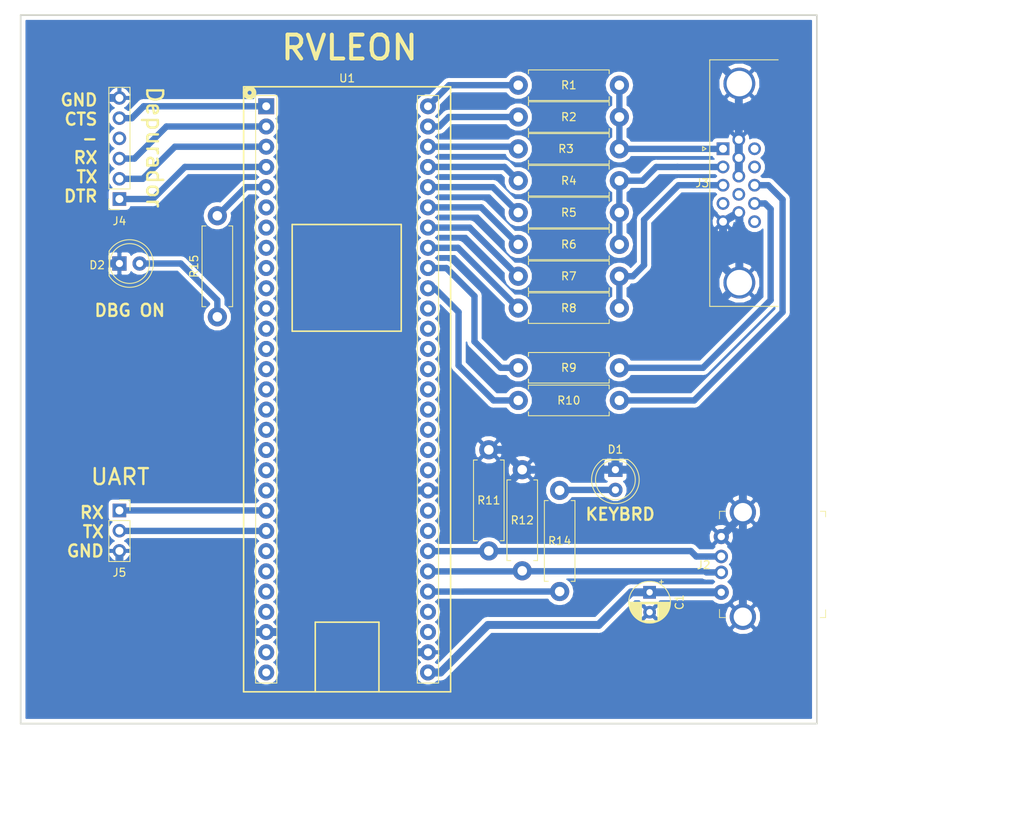
<source format=kicad_pcb>
(kicad_pcb (version 20171130) (host pcbnew 5.0.2-bee76a0~70~ubuntu16.04.1)

  (general
    (thickness 1.6)
    (drawings 24)
    (tracks 157)
    (zones 0)
    (modules 22)
    (nets 70)
  )

  (page A4)
  (layers
    (0 F.Cu signal)
    (31 B.Cu signal)
    (32 B.Adhes user)
    (33 F.Adhes user)
    (34 B.Paste user)
    (35 F.Paste user)
    (36 B.SilkS user)
    (37 F.SilkS user)
    (38 B.Mask user)
    (39 F.Mask user)
    (40 Dwgs.User user)
    (41 Cmts.User user)
    (42 Eco1.User user)
    (43 Eco2.User user)
    (44 Edge.Cuts user)
    (45 Margin user)
    (46 B.CrtYd user)
    (47 F.CrtYd user)
    (48 B.Fab user)
    (49 F.Fab user)
  )

  (setup
    (last_trace_width 0.25)
    (trace_clearance 0.2)
    (zone_clearance 0.5)
    (zone_45_only no)
    (trace_min 0.2)
    (segment_width 0.15)
    (edge_width 0.15)
    (via_size 0.8)
    (via_drill 0.4)
    (via_min_size 0.4)
    (via_min_drill 0.3)
    (uvia_size 0.3)
    (uvia_drill 0.1)
    (uvias_allowed no)
    (uvia_min_size 0.2)
    (uvia_min_drill 0.1)
    (pcb_text_width 0.3)
    (pcb_text_size 1.5 1.5)
    (mod_edge_width 0.15)
    (mod_text_size 1 1)
    (mod_text_width 0.15)
    (pad_size 1.6 1.6)
    (pad_drill 0.8)
    (pad_to_mask_clearance 0.051)
    (solder_mask_min_width 0.25)
    (aux_axis_origin 0 0)
    (visible_elements 7FFFFFFF)
    (pcbplotparams
      (layerselection 0x00020_7ffffffe)
      (usegerberextensions false)
      (usegerberattributes false)
      (usegerberadvancedattributes false)
      (creategerberjobfile false)
      (excludeedgelayer true)
      (linewidth 0.100000)
      (plotframeref false)
      (viasonmask false)
      (mode 1)
      (useauxorigin false)
      (hpglpennumber 1)
      (hpglpenspeed 20)
      (hpglpendiameter 15.000000)
      (psnegative false)
      (psa4output false)
      (plotreference true)
      (plotvalue false)
      (plotinvisibletext false)
      (padsonsilk false)
      (subtractmaskfromsilk false)
      (outputformat 4)
      (mirror true)
      (drillshape 0)
      (scaleselection 1)
      (outputdirectory "gerbers/"))
  )

  (net 0 "")
  (net 1 GND)
  (net 2 +5V)
  (net 3 "Net-(D1-Pad2)")
  (net 4 "Net-(D2-Pad2)")
  (net 5 +3V3)
  (net 6 /usb_D-)
  (net 7 /usb_D+)
  (net 8 /red)
  (net 9 /green)
  (net 10 /blue)
  (net 11 "Net-(J3-Pad4)")
  (net 12 "Net-(J3-Pad9)")
  (net 13 "Net-(J3-Pad11)")
  (net 14 "Net-(J3-Pad12)")
  (net 15 /vsync)
  (net 16 /hsync)
  (net 17 "Net-(J3-Pad15)")
  (net 18 /serialDBG_DTR)
  (net 19 /serialDBG_RX)
  (net 20 /serialDBG_TX)
  (net 21 "Net-(J4-Pad4)")
  (net 22 /serialDBG_CTS)
  (net 23 /serial_RX)
  (net 24 /serial_TX)
  (net 25 /vga_red2)
  (net 26 /vga_red1)
  (net 27 /vga_red0)
  (net 28 /vga_green2)
  (net 29 /vga_green1)
  (net 30 /vga_green0)
  (net 31 /vga_blue1)
  (net 32 /vga_blue0)
  (net 33 /vga_hsync)
  (net 34 /vga_vsync)
  (net 35 /teclado_hab)
  (net 36 "Net-(U1-Pad6)")
  (net 37 "Net-(U1-Pad25)")
  (net 38 "Net-(U1-Pad7)")
  (net 39 "Net-(U1-Pad26)")
  (net 40 "Net-(U1-Pad9)")
  (net 41 "Net-(U1-Pad8)")
  (net 42 "Net-(U1-Pad40)")
  (net 43 "Net-(U1-Pad38)")
  (net 44 "Net-(U1-Pad33)")
  (net 45 "Net-(U1-Pad41)")
  (net 46 /fpga_P10)
  (net 47 "Net-(U1-Pad32)")
  (net 48 "Net-(U1-Pad13)")
  (net 49 "Net-(U1-Pad10)")
  (net 50 "Net-(U1-Pad11)")
  (net 51 "Net-(U1-Pad12)")
  (net 52 "Net-(U1-Pad15)")
  (net 53 "Net-(U1-Pad14)")
  (net 54 "Net-(U1-Pad19)")
  (net 55 "Net-(U1-Pad23)")
  (net 56 "Net-(U1-Pad16)")
  (net 57 "Net-(U1-Pad18)")
  (net 58 "Net-(U1-Pad17)")
  (net 59 "Net-(U1-Pad20)")
  (net 60 "Net-(U1-Pad24)")
  (net 61 "Net-(U1-Pad46)")
  (net 62 "Net-(U1-Pad44)")
  (net 63 "Net-(U1-Pad43)")
  (net 64 "Net-(U1-Pad48)")
  (net 65 "Net-(U1-Pad45)")
  (net 66 "Net-(U1-Pad42)")
  (net 67 "Net-(U1-Pad47)")
  (net 68 /serialDBG_halted)
  (net 69 "Net-(U1-Pad29)")

  (net_class Default "This is the default net class."
    (clearance 0.2)
    (trace_width 0.25)
    (via_dia 0.8)
    (via_drill 0.4)
    (uvia_dia 0.3)
    (uvia_drill 0.1)
    (add_net +3V3)
    (add_net +5V)
    (add_net /blue)
    (add_net /fpga_P10)
    (add_net /green)
    (add_net /hsync)
    (add_net /red)
    (add_net /serialDBG_CTS)
    (add_net /serialDBG_DTR)
    (add_net /serialDBG_RX)
    (add_net /serialDBG_TX)
    (add_net /serialDBG_halted)
    (add_net /serial_RX)
    (add_net /serial_TX)
    (add_net /teclado_hab)
    (add_net /usb_D+)
    (add_net /usb_D-)
    (add_net /vga_blue0)
    (add_net /vga_blue1)
    (add_net /vga_green0)
    (add_net /vga_green1)
    (add_net /vga_green2)
    (add_net /vga_hsync)
    (add_net /vga_red0)
    (add_net /vga_red1)
    (add_net /vga_red2)
    (add_net /vga_vsync)
    (add_net /vsync)
    (add_net GND)
    (add_net "Net-(D1-Pad2)")
    (add_net "Net-(D2-Pad2)")
    (add_net "Net-(J3-Pad11)")
    (add_net "Net-(J3-Pad12)")
    (add_net "Net-(J3-Pad15)")
    (add_net "Net-(J3-Pad4)")
    (add_net "Net-(J3-Pad9)")
    (add_net "Net-(J4-Pad4)")
    (add_net "Net-(U1-Pad10)")
    (add_net "Net-(U1-Pad11)")
    (add_net "Net-(U1-Pad12)")
    (add_net "Net-(U1-Pad13)")
    (add_net "Net-(U1-Pad14)")
    (add_net "Net-(U1-Pad15)")
    (add_net "Net-(U1-Pad16)")
    (add_net "Net-(U1-Pad17)")
    (add_net "Net-(U1-Pad18)")
    (add_net "Net-(U1-Pad19)")
    (add_net "Net-(U1-Pad20)")
    (add_net "Net-(U1-Pad23)")
    (add_net "Net-(U1-Pad24)")
    (add_net "Net-(U1-Pad25)")
    (add_net "Net-(U1-Pad26)")
    (add_net "Net-(U1-Pad29)")
    (add_net "Net-(U1-Pad32)")
    (add_net "Net-(U1-Pad33)")
    (add_net "Net-(U1-Pad38)")
    (add_net "Net-(U1-Pad40)")
    (add_net "Net-(U1-Pad41)")
    (add_net "Net-(U1-Pad42)")
    (add_net "Net-(U1-Pad43)")
    (add_net "Net-(U1-Pad44)")
    (add_net "Net-(U1-Pad45)")
    (add_net "Net-(U1-Pad46)")
    (add_net "Net-(U1-Pad47)")
    (add_net "Net-(U1-Pad48)")
    (add_net "Net-(U1-Pad6)")
    (add_net "Net-(U1-Pad7)")
    (add_net "Net-(U1-Pad8)")
    (add_net "Net-(U1-Pad9)")
  )

  (module Connector_Dsub:DSUB-15-HD_Female_Horizontal_P2.29x1.98mm_EdgePinOffset3.03mm_Housed_MountingHolesOffset4.94mm (layer F.Cu) (tedit 59FEDEE2) (tstamp 653E370B)
    (at 228.22 54.785 90)
    (descr "15-pin D-Sub connector, horizontal/angled (90 deg), THT-mount, female, pitch 2.29x1.98mm, pin-PCB-offset 3.0300000000000002mm, distance of mounting holes 25mm, distance of mounting holes to PCB edge 4.9399999999999995mm, see https://disti-assets.s3.amazonaws.com/tonar/files/datasheets/16730.pdf")
    (tags "15-pin D-Sub connector horizontal angled 90deg THT female pitch 2.29x1.98mm pin-PCB-offset 3.0300000000000002mm mounting-holes-distance 25mm mounting-hole-offset 25mm")
    (path /6520D530)
    (fp_text reference J3 (at -4.315 -2.61 180) (layer F.SilkS)
      (effects (font (size 1 1) (thickness 0.15)))
    )
    (fp_text value DB15_Female_HighDensity_MountingHoles (at -4.315 14.89 90) (layer F.Fab)
      (effects (font (size 1 1) (thickness 0.15)))
    )
    (fp_arc (start -16.815 2.05) (end -18.415 2.05) (angle 180) (layer F.Fab) (width 0.1))
    (fp_arc (start 8.185 2.05) (end 6.585 2.05) (angle 180) (layer F.Fab) (width 0.1))
    (fp_line (start -19.74 -1.61) (end -19.74 6.99) (layer F.Fab) (width 0.1))
    (fp_line (start -19.74 6.99) (end 11.11 6.99) (layer F.Fab) (width 0.1))
    (fp_line (start 11.11 6.99) (end 11.11 -1.61) (layer F.Fab) (width 0.1))
    (fp_line (start 11.11 -1.61) (end -19.74 -1.61) (layer F.Fab) (width 0.1))
    (fp_line (start -19.74 6.99) (end -19.74 7.39) (layer F.Fab) (width 0.1))
    (fp_line (start -19.74 7.39) (end 11.11 7.39) (layer F.Fab) (width 0.1))
    (fp_line (start 11.11 7.39) (end 11.11 6.99) (layer F.Fab) (width 0.1))
    (fp_line (start 11.11 6.99) (end -19.74 6.99) (layer F.Fab) (width 0.1))
    (fp_line (start -12.465 7.39) (end -12.465 13.39) (layer F.Fab) (width 0.1))
    (fp_line (start -12.465 13.39) (end 3.835 13.39) (layer F.Fab) (width 0.1))
    (fp_line (start 3.835 13.39) (end 3.835 7.39) (layer F.Fab) (width 0.1))
    (fp_line (start 3.835 7.39) (end -12.465 7.39) (layer F.Fab) (width 0.1))
    (fp_line (start -19.315 7.39) (end -19.315 12.39) (layer F.Fab) (width 0.1))
    (fp_line (start -19.315 12.39) (end -14.315 12.39) (layer F.Fab) (width 0.1))
    (fp_line (start -14.315 12.39) (end -14.315 7.39) (layer F.Fab) (width 0.1))
    (fp_line (start -14.315 7.39) (end -19.315 7.39) (layer F.Fab) (width 0.1))
    (fp_line (start 5.685 7.39) (end 5.685 12.39) (layer F.Fab) (width 0.1))
    (fp_line (start 5.685 12.39) (end 10.685 12.39) (layer F.Fab) (width 0.1))
    (fp_line (start 10.685 12.39) (end 10.685 7.39) (layer F.Fab) (width 0.1))
    (fp_line (start 10.685 7.39) (end 5.685 7.39) (layer F.Fab) (width 0.1))
    (fp_line (start -18.415 6.99) (end -18.415 2.05) (layer F.Fab) (width 0.1))
    (fp_line (start -15.215 6.99) (end -15.215 2.05) (layer F.Fab) (width 0.1))
    (fp_line (start 6.585 6.99) (end 6.585 2.05) (layer F.Fab) (width 0.1))
    (fp_line (start 9.785 6.99) (end 9.785 2.05) (layer F.Fab) (width 0.1))
    (fp_line (start -19.8 6.93) (end -19.8 -1.67) (layer F.SilkS) (width 0.12))
    (fp_line (start -19.8 -1.67) (end 11.17 -1.67) (layer F.SilkS) (width 0.12))
    (fp_line (start 11.17 -1.67) (end 11.17 6.93) (layer F.SilkS) (width 0.12))
    (fp_line (start -0.25 -2.564338) (end 0.25 -2.564338) (layer F.SilkS) (width 0.12))
    (fp_line (start 0.25 -2.564338) (end 0 -2.131325) (layer F.SilkS) (width 0.12))
    (fp_line (start 0 -2.131325) (end -0.25 -2.564338) (layer F.SilkS) (width 0.12))
    (fp_line (start -20.25 -2.15) (end -20.25 13.9) (layer F.CrtYd) (width 0.05))
    (fp_line (start -20.25 13.9) (end 11.65 13.9) (layer F.CrtYd) (width 0.05))
    (fp_line (start 11.65 13.9) (end 11.65 -2.15) (layer F.CrtYd) (width 0.05))
    (fp_line (start 11.65 -2.15) (end -20.25 -2.15) (layer F.CrtYd) (width 0.05))
    (fp_text user %R (at -4.315 10.39 90) (layer F.Fab)
      (effects (font (size 1 1) (thickness 0.15)))
    )
    (pad 1 thru_hole rect (at 0 0 90) (size 1.6 1.6) (drill 1) (layers *.Cu *.Mask)
      (net 8 /red))
    (pad 2 thru_hole circle (at -2.29 0 90) (size 1.6 1.6) (drill 1) (layers *.Cu *.Mask)
      (net 9 /green))
    (pad 3 thru_hole circle (at -4.58 0 90) (size 1.6 1.6) (drill 1) (layers *.Cu *.Mask)
      (net 10 /blue))
    (pad 4 thru_hole circle (at -6.87 0 90) (size 1.6 1.6) (drill 1) (layers *.Cu *.Mask)
      (net 11 "Net-(J3-Pad4)"))
    (pad 5 thru_hole circle (at -9.16 0 90) (size 1.6 1.6) (drill 1) (layers *.Cu *.Mask)
      (net 1 GND))
    (pad 6 thru_hole circle (at 1.145 1.98 90) (size 1.6 1.6) (drill 1) (layers *.Cu *.Mask)
      (net 1 GND))
    (pad 7 thru_hole circle (at -1.145 1.98 90) (size 1.6 1.6) (drill 1) (layers *.Cu *.Mask)
      (net 1 GND))
    (pad 8 thru_hole circle (at -3.435 1.98 90) (size 1.6 1.6) (drill 1) (layers *.Cu *.Mask)
      (net 1 GND))
    (pad 9 thru_hole circle (at -5.725 1.98 90) (size 1.6 1.6) (drill 1) (layers *.Cu *.Mask)
      (net 12 "Net-(J3-Pad9)"))
    (pad 10 thru_hole circle (at -8.015 1.98 90) (size 1.6 1.6) (drill 1) (layers *.Cu *.Mask)
      (net 1 GND))
    (pad 11 thru_hole circle (at 0 3.96 90) (size 1.6 1.6) (drill 1) (layers *.Cu *.Mask)
      (net 13 "Net-(J3-Pad11)"))
    (pad 12 thru_hole circle (at -2.29 3.96 90) (size 1.6 1.6) (drill 1) (layers *.Cu *.Mask)
      (net 14 "Net-(J3-Pad12)"))
    (pad 13 thru_hole circle (at -4.58 3.96 90) (size 1.6 1.6) (drill 1) (layers *.Cu *.Mask)
      (net 16 /hsync))
    (pad 14 thru_hole circle (at -6.87 3.96 90) (size 1.6 1.6) (drill 1) (layers *.Cu *.Mask)
      (net 15 /vsync))
    (pad 15 thru_hole circle (at -9.16 3.96 90) (size 1.6 1.6) (drill 1) (layers *.Cu *.Mask)
      (net 17 "Net-(J3-Pad15)"))
    (pad 0 thru_hole circle (at -16.815 2.05 90) (size 4 4) (drill 3.2) (layers *.Cu *.Mask)
      (net 1 GND))
    (pad 0 thru_hole circle (at 8.185 2.05 90) (size 4 4) (drill 3.2) (layers *.Cu *.Mask)
      (net 1 GND))
    (model ${KISYS3DMOD}/Connector_Dsub.3dshapes/DSUB-15-HD_Female_Horizontal_P2.29x1.98mm_EdgePinOffset3.03mm_Housed_MountingHolesOffset4.94mm.wrl
      (at (xyz 0 0 0))
      (scale (xyz 1 1 1))
      (rotate (xyz 0 0 0))
    )
    (model /home/jfdava/Software/kicad-libraries/libKiCad/3d/conn_pc/db_15-vga.wrl
      (offset (xyz -4.25 -5 0))
      (scale (xyz 1 1 1))
      (rotate (xyz 0 0 0))
    )
  )

  (module Resistor_THT:R_Axial_DIN0411_L9.9mm_D3.6mm_P12.70mm_Horizontal (layer F.Cu) (tedit 5AE5139B) (tstamp 6537FEBF)
    (at 202.5 46.8)
    (descr "Resistor, Axial_DIN0411 series, Axial, Horizontal, pin pitch=12.7mm, 1W, length*diameter=9.9*3.6mm^2")
    (tags "Resistor Axial_DIN0411 series Axial Horizontal pin pitch 12.7mm 1W length 9.9mm diameter 3.6mm")
    (path /65290062)
    (fp_text reference R1 (at 6.35 0) (layer F.SilkS)
      (effects (font (size 1 1) (thickness 0.15)))
    )
    (fp_text value 470 (at 6 1) (layer F.Fab)
      (effects (font (size 1 1) (thickness 0.15)))
    )
    (fp_text user %R (at 6.35 0) (layer F.Fab)
      (effects (font (size 1 1) (thickness 0.15)))
    )
    (fp_line (start 14.15 -2.05) (end -1.45 -2.05) (layer F.CrtYd) (width 0.05))
    (fp_line (start 14.15 2.05) (end 14.15 -2.05) (layer F.CrtYd) (width 0.05))
    (fp_line (start -1.45 2.05) (end 14.15 2.05) (layer F.CrtYd) (width 0.05))
    (fp_line (start -1.45 -2.05) (end -1.45 2.05) (layer F.CrtYd) (width 0.05))
    (fp_line (start 11.42 1.92) (end 11.42 1.44) (layer F.SilkS) (width 0.12))
    (fp_line (start 1.28 1.92) (end 11.42 1.92) (layer F.SilkS) (width 0.12))
    (fp_line (start 1.28 1.44) (end 1.28 1.92) (layer F.SilkS) (width 0.12))
    (fp_line (start 11.42 -1.92) (end 11.42 -1.44) (layer F.SilkS) (width 0.12))
    (fp_line (start 1.28 -1.92) (end 11.42 -1.92) (layer F.SilkS) (width 0.12))
    (fp_line (start 1.28 -1.44) (end 1.28 -1.92) (layer F.SilkS) (width 0.12))
    (fp_line (start 12.7 0) (end 11.3 0) (layer F.Fab) (width 0.1))
    (fp_line (start 0 0) (end 1.4 0) (layer F.Fab) (width 0.1))
    (fp_line (start 11.3 -1.8) (end 1.4 -1.8) (layer F.Fab) (width 0.1))
    (fp_line (start 11.3 1.8) (end 11.3 -1.8) (layer F.Fab) (width 0.1))
    (fp_line (start 1.4 1.8) (end 11.3 1.8) (layer F.Fab) (width 0.1))
    (fp_line (start 1.4 -1.8) (end 1.4 1.8) (layer F.Fab) (width 0.1))
    (pad 2 thru_hole oval (at 12.7 0) (size 2.4 2.4) (drill 1.2) (layers *.Cu *.Mask)
      (net 8 /red))
    (pad 1 thru_hole circle (at 0 0) (size 2.4 2.4) (drill 1.2) (layers *.Cu *.Mask)
      (net 25 /vga_red2))
    (model ${KISYS3DMOD}/Resistor_THT.3dshapes/R_Axial_DIN0411_L9.9mm_D3.6mm_P12.70mm_Horizontal.wrl
      (at (xyz 0 0 0))
      (scale (xyz 1 1 1))
      (rotate (xyz 0 0 0))
    )
  )

  (module Resistor_THT:R_Axial_DIN0411_L9.9mm_D3.6mm_P12.70mm_Horizontal (layer F.Cu) (tedit 5AE5139B) (tstamp 6537FE7D)
    (at 202.5 54.8)
    (descr "Resistor, Axial_DIN0411 series, Axial, Horizontal, pin pitch=12.7mm, 1W, length*diameter=9.9*3.6mm^2")
    (tags "Resistor Axial_DIN0411 series Axial Horizontal pin pitch 12.7mm 1W length 9.9mm diameter 3.6mm")
    (path /652D2C23)
    (fp_text reference R3 (at 6 0) (layer F.SilkS)
      (effects (font (size 1 1) (thickness 0.15)))
    )
    (fp_text value 2.2k (at 6.35 1) (layer F.Fab)
      (effects (font (size 1 1) (thickness 0.15)))
    )
    (fp_line (start 1.4 -1.8) (end 1.4 1.8) (layer F.Fab) (width 0.1))
    (fp_line (start 1.4 1.8) (end 11.3 1.8) (layer F.Fab) (width 0.1))
    (fp_line (start 11.3 1.8) (end 11.3 -1.8) (layer F.Fab) (width 0.1))
    (fp_line (start 11.3 -1.8) (end 1.4 -1.8) (layer F.Fab) (width 0.1))
    (fp_line (start 0 0) (end 1.4 0) (layer F.Fab) (width 0.1))
    (fp_line (start 12.7 0) (end 11.3 0) (layer F.Fab) (width 0.1))
    (fp_line (start 1.28 -1.44) (end 1.28 -1.92) (layer F.SilkS) (width 0.12))
    (fp_line (start 1.28 -1.92) (end 11.42 -1.92) (layer F.SilkS) (width 0.12))
    (fp_line (start 11.42 -1.92) (end 11.42 -1.44) (layer F.SilkS) (width 0.12))
    (fp_line (start 1.28 1.44) (end 1.28 1.92) (layer F.SilkS) (width 0.12))
    (fp_line (start 1.28 1.92) (end 11.42 1.92) (layer F.SilkS) (width 0.12))
    (fp_line (start 11.42 1.92) (end 11.42 1.44) (layer F.SilkS) (width 0.12))
    (fp_line (start -1.45 -2.05) (end -1.45 2.05) (layer F.CrtYd) (width 0.05))
    (fp_line (start -1.45 2.05) (end 14.15 2.05) (layer F.CrtYd) (width 0.05))
    (fp_line (start 14.15 2.05) (end 14.15 -2.05) (layer F.CrtYd) (width 0.05))
    (fp_line (start 14.15 -2.05) (end -1.45 -2.05) (layer F.CrtYd) (width 0.05))
    (fp_text user %R (at 6 0) (layer F.Fab)
      (effects (font (size 1 1) (thickness 0.15)))
    )
    (pad 1 thru_hole circle (at 0 0) (size 2.4 2.4) (drill 1.2) (layers *.Cu *.Mask)
      (net 27 /vga_red0))
    (pad 2 thru_hole oval (at 12.7 0) (size 2.4 2.4) (drill 1.2) (layers *.Cu *.Mask)
      (net 8 /red))
    (model ${KISYS3DMOD}/Resistor_THT.3dshapes/R_Axial_DIN0411_L9.9mm_D3.6mm_P12.70mm_Horizontal.wrl
      (at (xyz 0 0 0))
      (scale (xyz 1 1 1))
      (rotate (xyz 0 0 0))
    )
  )

  (module Resistor_THT:R_Axial_DIN0411_L9.9mm_D3.6mm_P12.70mm_Horizontal (layer F.Cu) (tedit 5AE5139B) (tstamp 6537FF01)
    (at 202.5 50.8)
    (descr "Resistor, Axial_DIN0411 series, Axial, Horizontal, pin pitch=12.7mm, 1W, length*diameter=9.9*3.6mm^2")
    (tags "Resistor Axial_DIN0411 series Axial Horizontal pin pitch 12.7mm 1W length 9.9mm diameter 3.6mm")
    (path /652D2BFF)
    (fp_text reference R2 (at 6.35 0) (layer F.SilkS)
      (effects (font (size 1 1) (thickness 0.15)))
    )
    (fp_text value 1.1k (at 6.35 1) (layer F.Fab)
      (effects (font (size 1 1) (thickness 0.15)))
    )
    (fp_text user %R (at 6.35 0) (layer F.Fab)
      (effects (font (size 1 1) (thickness 0.15)))
    )
    (fp_line (start 14.15 -2.05) (end -1.45 -2.05) (layer F.CrtYd) (width 0.05))
    (fp_line (start 14.15 2.05) (end 14.15 -2.05) (layer F.CrtYd) (width 0.05))
    (fp_line (start -1.45 2.05) (end 14.15 2.05) (layer F.CrtYd) (width 0.05))
    (fp_line (start -1.45 -2.05) (end -1.45 2.05) (layer F.CrtYd) (width 0.05))
    (fp_line (start 11.42 1.92) (end 11.42 1.44) (layer F.SilkS) (width 0.12))
    (fp_line (start 1.28 1.92) (end 11.42 1.92) (layer F.SilkS) (width 0.12))
    (fp_line (start 1.28 1.44) (end 1.28 1.92) (layer F.SilkS) (width 0.12))
    (fp_line (start 11.42 -1.92) (end 11.42 -1.44) (layer F.SilkS) (width 0.12))
    (fp_line (start 1.28 -1.92) (end 11.42 -1.92) (layer F.SilkS) (width 0.12))
    (fp_line (start 1.28 -1.44) (end 1.28 -1.92) (layer F.SilkS) (width 0.12))
    (fp_line (start 12.7 0) (end 11.3 0) (layer F.Fab) (width 0.1))
    (fp_line (start 0 0) (end 1.4 0) (layer F.Fab) (width 0.1))
    (fp_line (start 11.3 -1.8) (end 1.4 -1.8) (layer F.Fab) (width 0.1))
    (fp_line (start 11.3 1.8) (end 11.3 -1.8) (layer F.Fab) (width 0.1))
    (fp_line (start 1.4 1.8) (end 11.3 1.8) (layer F.Fab) (width 0.1))
    (fp_line (start 1.4 -1.8) (end 1.4 1.8) (layer F.Fab) (width 0.1))
    (pad 2 thru_hole oval (at 12.7 0) (size 2.4 2.4) (drill 1.2) (layers *.Cu *.Mask)
      (net 8 /red))
    (pad 1 thru_hole circle (at 0 0) (size 2.4 2.4) (drill 1.2) (layers *.Cu *.Mask)
      (net 26 /vga_red1))
    (model ${KISYS3DMOD}/Resistor_THT.3dshapes/R_Axial_DIN0411_L9.9mm_D3.6mm_P12.70mm_Horizontal.wrl
      (at (xyz 0 0 0))
      (scale (xyz 1 1 1))
      (rotate (xyz 0 0 0))
    )
  )

  (module Resistor_THT:R_Axial_DIN0411_L9.9mm_D3.6mm_P12.70mm_Horizontal (layer F.Cu) (tedit 5AE5139B) (tstamp 6537FF43)
    (at 202.5 82.3)
    (descr "Resistor, Axial_DIN0411 series, Axial, Horizontal, pin pitch=12.7mm, 1W, length*diameter=9.9*3.6mm^2")
    (tags "Resistor Axial_DIN0411 series Axial Horizontal pin pitch 12.7mm 1W length 9.9mm diameter 3.6mm")
    (path /6534F172)
    (fp_text reference R9 (at 6.35 0) (layer F.SilkS)
      (effects (font (size 1 1) (thickness 0.15)))
    )
    (fp_text value 100 (at 6.35 1) (layer F.Fab)
      (effects (font (size 1 1) (thickness 0.15)))
    )
    (fp_line (start 1.4 -1.8) (end 1.4 1.8) (layer F.Fab) (width 0.1))
    (fp_line (start 1.4 1.8) (end 11.3 1.8) (layer F.Fab) (width 0.1))
    (fp_line (start 11.3 1.8) (end 11.3 -1.8) (layer F.Fab) (width 0.1))
    (fp_line (start 11.3 -1.8) (end 1.4 -1.8) (layer F.Fab) (width 0.1))
    (fp_line (start 0 0) (end 1.4 0) (layer F.Fab) (width 0.1))
    (fp_line (start 12.7 0) (end 11.3 0) (layer F.Fab) (width 0.1))
    (fp_line (start 1.28 -1.44) (end 1.28 -1.92) (layer F.SilkS) (width 0.12))
    (fp_line (start 1.28 -1.92) (end 11.42 -1.92) (layer F.SilkS) (width 0.12))
    (fp_line (start 11.42 -1.92) (end 11.42 -1.44) (layer F.SilkS) (width 0.12))
    (fp_line (start 1.28 1.44) (end 1.28 1.92) (layer F.SilkS) (width 0.12))
    (fp_line (start 1.28 1.92) (end 11.42 1.92) (layer F.SilkS) (width 0.12))
    (fp_line (start 11.42 1.92) (end 11.42 1.44) (layer F.SilkS) (width 0.12))
    (fp_line (start -1.45 -2.05) (end -1.45 2.05) (layer F.CrtYd) (width 0.05))
    (fp_line (start -1.45 2.05) (end 14.15 2.05) (layer F.CrtYd) (width 0.05))
    (fp_line (start 14.15 2.05) (end 14.15 -2.05) (layer F.CrtYd) (width 0.05))
    (fp_line (start 14.15 -2.05) (end -1.45 -2.05) (layer F.CrtYd) (width 0.05))
    (fp_text user %R (at 6.35 0) (layer F.Fab)
      (effects (font (size 1 1) (thickness 0.15)))
    )
    (pad 1 thru_hole circle (at 0 0) (size 2.4 2.4) (drill 1.2) (layers *.Cu *.Mask)
      (net 34 /vga_vsync))
    (pad 2 thru_hole oval (at 12.7 0) (size 2.4 2.4) (drill 1.2) (layers *.Cu *.Mask)
      (net 15 /vsync))
    (model ${KISYS3DMOD}/Resistor_THT.3dshapes/R_Axial_DIN0411_L9.9mm_D3.6mm_P12.70mm_Horizontal.wrl
      (at (xyz 0 0 0))
      (scale (xyz 1 1 1))
      (rotate (xyz 0 0 0))
    )
  )

  (module Resistor_THT:R_Axial_DIN0411_L9.9mm_D3.6mm_P12.70mm_Horizontal (layer F.Cu) (tedit 5AE5139B) (tstamp 654F6E9B)
    (at 202.5 86.4)
    (descr "Resistor, Axial_DIN0411 series, Axial, Horizontal, pin pitch=12.7mm, 1W, length*diameter=9.9*3.6mm^2")
    (tags "Resistor Axial_DIN0411 series Axial Horizontal pin pitch 12.7mm 1W length 9.9mm diameter 3.6mm")
    (path /65351A69)
    (fp_text reference R10 (at 6.35 0) (layer F.SilkS)
      (effects (font (size 1 1) (thickness 0.15)))
    )
    (fp_text value 100 (at 6.35 1) (layer F.Fab)
      (effects (font (size 1 1) (thickness 0.15)))
    )
    (fp_text user %R (at 6.35 0) (layer F.Fab)
      (effects (font (size 1 1) (thickness 0.15)))
    )
    (fp_line (start 14.15 -2.05) (end -1.45 -2.05) (layer F.CrtYd) (width 0.05))
    (fp_line (start 14.15 2.05) (end 14.15 -2.05) (layer F.CrtYd) (width 0.05))
    (fp_line (start -1.45 2.05) (end 14.15 2.05) (layer F.CrtYd) (width 0.05))
    (fp_line (start -1.45 -2.05) (end -1.45 2.05) (layer F.CrtYd) (width 0.05))
    (fp_line (start 11.42 1.92) (end 11.42 1.44) (layer F.SilkS) (width 0.12))
    (fp_line (start 1.28 1.92) (end 11.42 1.92) (layer F.SilkS) (width 0.12))
    (fp_line (start 1.28 1.44) (end 1.28 1.92) (layer F.SilkS) (width 0.12))
    (fp_line (start 11.42 -1.92) (end 11.42 -1.44) (layer F.SilkS) (width 0.12))
    (fp_line (start 1.28 -1.92) (end 11.42 -1.92) (layer F.SilkS) (width 0.12))
    (fp_line (start 1.28 -1.44) (end 1.28 -1.92) (layer F.SilkS) (width 0.12))
    (fp_line (start 12.7 0) (end 11.3 0) (layer F.Fab) (width 0.1))
    (fp_line (start 0 0) (end 1.4 0) (layer F.Fab) (width 0.1))
    (fp_line (start 11.3 -1.8) (end 1.4 -1.8) (layer F.Fab) (width 0.1))
    (fp_line (start 11.3 1.8) (end 11.3 -1.8) (layer F.Fab) (width 0.1))
    (fp_line (start 1.4 1.8) (end 11.3 1.8) (layer F.Fab) (width 0.1))
    (fp_line (start 1.4 -1.8) (end 1.4 1.8) (layer F.Fab) (width 0.1))
    (pad 2 thru_hole oval (at 12.7 0) (size 2.4 2.4) (drill 1.2) (layers *.Cu *.Mask)
      (net 16 /hsync))
    (pad 1 thru_hole circle (at 0 0) (size 2.4 2.4) (drill 1.2) (layers *.Cu *.Mask)
      (net 33 /vga_hsync))
    (model ${KISYS3DMOD}/Resistor_THT.3dshapes/R_Axial_DIN0411_L9.9mm_D3.6mm_P12.70mm_Horizontal.wrl
      (at (xyz 0 0 0))
      (scale (xyz 1 1 1))
      (rotate (xyz 0 0 0))
    )
  )

  (module Resistor_THT:R_Axial_DIN0411_L9.9mm_D3.6mm_P12.70mm_Horizontal (layer F.Cu) (tedit 5AE5139B) (tstamp 6538000F)
    (at 202.5 70.8)
    (descr "Resistor, Axial_DIN0411 series, Axial, Horizontal, pin pitch=12.7mm, 1W, length*diameter=9.9*3.6mm^2")
    (tags "Resistor Axial_DIN0411 series Axial Horizontal pin pitch 12.7mm 1W length 9.9mm diameter 3.6mm")
    (path /652F3DF6)
    (fp_text reference R7 (at 6.35 0) (layer F.SilkS)
      (effects (font (size 1 1) (thickness 0.15)))
    )
    (fp_text value 470 (at 6 1) (layer F.Fab)
      (effects (font (size 1 1) (thickness 0.15)))
    )
    (fp_line (start 1.4 -1.8) (end 1.4 1.8) (layer F.Fab) (width 0.1))
    (fp_line (start 1.4 1.8) (end 11.3 1.8) (layer F.Fab) (width 0.1))
    (fp_line (start 11.3 1.8) (end 11.3 -1.8) (layer F.Fab) (width 0.1))
    (fp_line (start 11.3 -1.8) (end 1.4 -1.8) (layer F.Fab) (width 0.1))
    (fp_line (start 0 0) (end 1.4 0) (layer F.Fab) (width 0.1))
    (fp_line (start 12.7 0) (end 11.3 0) (layer F.Fab) (width 0.1))
    (fp_line (start 1.28 -1.44) (end 1.28 -1.92) (layer F.SilkS) (width 0.12))
    (fp_line (start 1.28 -1.92) (end 11.42 -1.92) (layer F.SilkS) (width 0.12))
    (fp_line (start 11.42 -1.92) (end 11.42 -1.44) (layer F.SilkS) (width 0.12))
    (fp_line (start 1.28 1.44) (end 1.28 1.92) (layer F.SilkS) (width 0.12))
    (fp_line (start 1.28 1.92) (end 11.42 1.92) (layer F.SilkS) (width 0.12))
    (fp_line (start 11.42 1.92) (end 11.42 1.44) (layer F.SilkS) (width 0.12))
    (fp_line (start -1.45 -2.05) (end -1.45 2.05) (layer F.CrtYd) (width 0.05))
    (fp_line (start -1.45 2.05) (end 14.15 2.05) (layer F.CrtYd) (width 0.05))
    (fp_line (start 14.15 2.05) (end 14.15 -2.05) (layer F.CrtYd) (width 0.05))
    (fp_line (start 14.15 -2.05) (end -1.45 -2.05) (layer F.CrtYd) (width 0.05))
    (fp_text user %R (at 6.35 0) (layer F.Fab)
      (effects (font (size 1 1) (thickness 0.15)))
    )
    (pad 1 thru_hole circle (at 0 0) (size 2.4 2.4) (drill 1.2) (layers *.Cu *.Mask)
      (net 31 /vga_blue1))
    (pad 2 thru_hole oval (at 12.7 0) (size 2.4 2.4) (drill 1.2) (layers *.Cu *.Mask)
      (net 10 /blue))
    (model ${KISYS3DMOD}/Resistor_THT.3dshapes/R_Axial_DIN0411_L9.9mm_D3.6mm_P12.70mm_Horizontal.wrl
      (at (xyz 0 0 0))
      (scale (xyz 1 1 1))
      (rotate (xyz 0 0 0))
    )
  )

  (module Resistor_THT:R_Axial_DIN0411_L9.9mm_D3.6mm_P12.70mm_Horizontal (layer F.Cu) (tedit 5AE5139B) (tstamp 65380099)
    (at 202.5 62.8)
    (descr "Resistor, Axial_DIN0411 series, Axial, Horizontal, pin pitch=12.7mm, 1W, length*diameter=9.9*3.6mm^2")
    (tags "Resistor Axial_DIN0411 series Axial Horizontal pin pitch 12.7mm 1W length 9.9mm diameter 3.6mm")
    (path /652F1CDF)
    (fp_text reference R5 (at 6.35 0) (layer F.SilkS)
      (effects (font (size 1 1) (thickness 0.15)))
    )
    (fp_text value 1.1k (at 6.35 1) (layer F.Fab)
      (effects (font (size 1 1) (thickness 0.15)))
    )
    (fp_line (start 1.4 -1.8) (end 1.4 1.8) (layer F.Fab) (width 0.1))
    (fp_line (start 1.4 1.8) (end 11.3 1.8) (layer F.Fab) (width 0.1))
    (fp_line (start 11.3 1.8) (end 11.3 -1.8) (layer F.Fab) (width 0.1))
    (fp_line (start 11.3 -1.8) (end 1.4 -1.8) (layer F.Fab) (width 0.1))
    (fp_line (start 0 0) (end 1.4 0) (layer F.Fab) (width 0.1))
    (fp_line (start 12.7 0) (end 11.3 0) (layer F.Fab) (width 0.1))
    (fp_line (start 1.28 -1.44) (end 1.28 -1.92) (layer F.SilkS) (width 0.12))
    (fp_line (start 1.28 -1.92) (end 11.42 -1.92) (layer F.SilkS) (width 0.12))
    (fp_line (start 11.42 -1.92) (end 11.42 -1.44) (layer F.SilkS) (width 0.12))
    (fp_line (start 1.28 1.44) (end 1.28 1.92) (layer F.SilkS) (width 0.12))
    (fp_line (start 1.28 1.92) (end 11.42 1.92) (layer F.SilkS) (width 0.12))
    (fp_line (start 11.42 1.92) (end 11.42 1.44) (layer F.SilkS) (width 0.12))
    (fp_line (start -1.45 -2.05) (end -1.45 2.05) (layer F.CrtYd) (width 0.05))
    (fp_line (start -1.45 2.05) (end 14.15 2.05) (layer F.CrtYd) (width 0.05))
    (fp_line (start 14.15 2.05) (end 14.15 -2.05) (layer F.CrtYd) (width 0.05))
    (fp_line (start 14.15 -2.05) (end -1.45 -2.05) (layer F.CrtYd) (width 0.05))
    (fp_text user %R (at 6.35 0) (layer F.Fab)
      (effects (font (size 1 1) (thickness 0.15)))
    )
    (pad 1 thru_hole circle (at 0 0) (size 2.4 2.4) (drill 1.2) (layers *.Cu *.Mask)
      (net 29 /vga_green1))
    (pad 2 thru_hole oval (at 12.7 0) (size 2.4 2.4) (drill 1.2) (layers *.Cu *.Mask)
      (net 9 /green))
    (model ${KISYS3DMOD}/Resistor_THT.3dshapes/R_Axial_DIN0411_L9.9mm_D3.6mm_P12.70mm_Horizontal.wrl
      (at (xyz 0 0 0))
      (scale (xyz 1 1 1))
      (rotate (xyz 0 0 0))
    )
  )

  (module Resistor_THT:R_Axial_DIN0411_L9.9mm_D3.6mm_P12.70mm_Horizontal (layer F.Cu) (tedit 5AE5139B) (tstamp 65380057)
    (at 202.5 66.8)
    (descr "Resistor, Axial_DIN0411 series, Axial, Horizontal, pin pitch=12.7mm, 1W, length*diameter=9.9*3.6mm^2")
    (tags "Resistor Axial_DIN0411 series Axial Horizontal pin pitch 12.7mm 1W length 9.9mm diameter 3.6mm")
    (path /652F1CE6)
    (fp_text reference R6 (at 6.35 0) (layer F.SilkS)
      (effects (font (size 1 1) (thickness 0.15)))
    )
    (fp_text value 2.2k (at 6.35 1) (layer F.Fab)
      (effects (font (size 1 1) (thickness 0.15)))
    )
    (fp_text user %R (at 6.35 0) (layer F.Fab)
      (effects (font (size 1 1) (thickness 0.15)))
    )
    (fp_line (start 14.15 -2.05) (end -1.45 -2.05) (layer F.CrtYd) (width 0.05))
    (fp_line (start 14.15 2.05) (end 14.15 -2.05) (layer F.CrtYd) (width 0.05))
    (fp_line (start -1.45 2.05) (end 14.15 2.05) (layer F.CrtYd) (width 0.05))
    (fp_line (start -1.45 -2.05) (end -1.45 2.05) (layer F.CrtYd) (width 0.05))
    (fp_line (start 11.42 1.92) (end 11.42 1.44) (layer F.SilkS) (width 0.12))
    (fp_line (start 1.28 1.92) (end 11.42 1.92) (layer F.SilkS) (width 0.12))
    (fp_line (start 1.28 1.44) (end 1.28 1.92) (layer F.SilkS) (width 0.12))
    (fp_line (start 11.42 -1.92) (end 11.42 -1.44) (layer F.SilkS) (width 0.12))
    (fp_line (start 1.28 -1.92) (end 11.42 -1.92) (layer F.SilkS) (width 0.12))
    (fp_line (start 1.28 -1.44) (end 1.28 -1.92) (layer F.SilkS) (width 0.12))
    (fp_line (start 12.7 0) (end 11.3 0) (layer F.Fab) (width 0.1))
    (fp_line (start 0 0) (end 1.4 0) (layer F.Fab) (width 0.1))
    (fp_line (start 11.3 -1.8) (end 1.4 -1.8) (layer F.Fab) (width 0.1))
    (fp_line (start 11.3 1.8) (end 11.3 -1.8) (layer F.Fab) (width 0.1))
    (fp_line (start 1.4 1.8) (end 11.3 1.8) (layer F.Fab) (width 0.1))
    (fp_line (start 1.4 -1.8) (end 1.4 1.8) (layer F.Fab) (width 0.1))
    (pad 2 thru_hole oval (at 12.7 0) (size 2.4 2.4) (drill 1.2) (layers *.Cu *.Mask)
      (net 9 /green))
    (pad 1 thru_hole circle (at 0 0) (size 2.4 2.4) (drill 1.2) (layers *.Cu *.Mask)
      (net 30 /vga_green0))
    (model ${KISYS3DMOD}/Resistor_THT.3dshapes/R_Axial_DIN0411_L9.9mm_D3.6mm_P12.70mm_Horizontal.wrl
      (at (xyz 0 0 0))
      (scale (xyz 1 1 1))
      (rotate (xyz 0 0 0))
    )
  )

  (module Resistor_THT:R_Axial_DIN0411_L9.9mm_D3.6mm_P12.70mm_Horizontal (layer F.Cu) (tedit 5AE5139B) (tstamp 6537FFCD)
    (at 202.5 74.8)
    (descr "Resistor, Axial_DIN0411 series, Axial, Horizontal, pin pitch=12.7mm, 1W, length*diameter=9.9*3.6mm^2")
    (tags "Resistor Axial_DIN0411 series Axial Horizontal pin pitch 12.7mm 1W length 9.9mm diameter 3.6mm")
    (path /652F3DFD)
    (fp_text reference R8 (at 6.35 0) (layer F.SilkS)
      (effects (font (size 1 1) (thickness 0.15)))
    )
    (fp_text value 910 (at 6.35 1) (layer F.Fab)
      (effects (font (size 1 1) (thickness 0.15)))
    )
    (fp_text user %R (at 6.35 0) (layer F.Fab)
      (effects (font (size 1 1) (thickness 0.15)))
    )
    (fp_line (start 14.15 -2.05) (end -1.45 -2.05) (layer F.CrtYd) (width 0.05))
    (fp_line (start 14.15 2.05) (end 14.15 -2.05) (layer F.CrtYd) (width 0.05))
    (fp_line (start -1.45 2.05) (end 14.15 2.05) (layer F.CrtYd) (width 0.05))
    (fp_line (start -1.45 -2.05) (end -1.45 2.05) (layer F.CrtYd) (width 0.05))
    (fp_line (start 11.42 1.92) (end 11.42 1.44) (layer F.SilkS) (width 0.12))
    (fp_line (start 1.28 1.92) (end 11.42 1.92) (layer F.SilkS) (width 0.12))
    (fp_line (start 1.28 1.44) (end 1.28 1.92) (layer F.SilkS) (width 0.12))
    (fp_line (start 11.42 -1.92) (end 11.42 -1.44) (layer F.SilkS) (width 0.12))
    (fp_line (start 1.28 -1.92) (end 11.42 -1.92) (layer F.SilkS) (width 0.12))
    (fp_line (start 1.28 -1.44) (end 1.28 -1.92) (layer F.SilkS) (width 0.12))
    (fp_line (start 12.7 0) (end 11.3 0) (layer F.Fab) (width 0.1))
    (fp_line (start 0 0) (end 1.4 0) (layer F.Fab) (width 0.1))
    (fp_line (start 11.3 -1.8) (end 1.4 -1.8) (layer F.Fab) (width 0.1))
    (fp_line (start 11.3 1.8) (end 11.3 -1.8) (layer F.Fab) (width 0.1))
    (fp_line (start 1.4 1.8) (end 11.3 1.8) (layer F.Fab) (width 0.1))
    (fp_line (start 1.4 -1.8) (end 1.4 1.8) (layer F.Fab) (width 0.1))
    (pad 2 thru_hole oval (at 12.7 0) (size 2.4 2.4) (drill 1.2) (layers *.Cu *.Mask)
      (net 10 /blue))
    (pad 1 thru_hole circle (at 0 0) (size 2.4 2.4) (drill 1.2) (layers *.Cu *.Mask)
      (net 32 /vga_blue0))
    (model ${KISYS3DMOD}/Resistor_THT.3dshapes/R_Axial_DIN0411_L9.9mm_D3.6mm_P12.70mm_Horizontal.wrl
      (at (xyz 0 0 0))
      (scale (xyz 1 1 1))
      (rotate (xyz 0 0 0))
    )
  )

  (module Resistor_THT:R_Axial_DIN0411_L9.9mm_D3.6mm_P12.70mm_Horizontal (layer F.Cu) (tedit 5AE5139B) (tstamp 6537FF8B)
    (at 202.5 58.8)
    (descr "Resistor, Axial_DIN0411 series, Axial, Horizontal, pin pitch=12.7mm, 1W, length*diameter=9.9*3.6mm^2")
    (tags "Resistor Axial_DIN0411 series Axial Horizontal pin pitch 12.7mm 1W length 9.9mm diameter 3.6mm")
    (path /652F1CD8)
    (fp_text reference R4 (at 6.35 0) (layer F.SilkS)
      (effects (font (size 1 1) (thickness 0.15)))
    )
    (fp_text value 470 (at 6.35 1) (layer F.Fab)
      (effects (font (size 1 1) (thickness 0.15)))
    )
    (fp_text user %R (at 6.35 0) (layer F.Fab)
      (effects (font (size 1 1) (thickness 0.15)))
    )
    (fp_line (start 14.15 -2.05) (end -1.45 -2.05) (layer F.CrtYd) (width 0.05))
    (fp_line (start 14.15 2.05) (end 14.15 -2.05) (layer F.CrtYd) (width 0.05))
    (fp_line (start -1.45 2.05) (end 14.15 2.05) (layer F.CrtYd) (width 0.05))
    (fp_line (start -1.45 -2.05) (end -1.45 2.05) (layer F.CrtYd) (width 0.05))
    (fp_line (start 11.42 1.92) (end 11.42 1.44) (layer F.SilkS) (width 0.12))
    (fp_line (start 1.28 1.92) (end 11.42 1.92) (layer F.SilkS) (width 0.12))
    (fp_line (start 1.28 1.44) (end 1.28 1.92) (layer F.SilkS) (width 0.12))
    (fp_line (start 11.42 -1.92) (end 11.42 -1.44) (layer F.SilkS) (width 0.12))
    (fp_line (start 1.28 -1.92) (end 11.42 -1.92) (layer F.SilkS) (width 0.12))
    (fp_line (start 1.28 -1.44) (end 1.28 -1.92) (layer F.SilkS) (width 0.12))
    (fp_line (start 12.7 0) (end 11.3 0) (layer F.Fab) (width 0.1))
    (fp_line (start 0 0) (end 1.4 0) (layer F.Fab) (width 0.1))
    (fp_line (start 11.3 -1.8) (end 1.4 -1.8) (layer F.Fab) (width 0.1))
    (fp_line (start 11.3 1.8) (end 11.3 -1.8) (layer F.Fab) (width 0.1))
    (fp_line (start 1.4 1.8) (end 11.3 1.8) (layer F.Fab) (width 0.1))
    (fp_line (start 1.4 -1.8) (end 1.4 1.8) (layer F.Fab) (width 0.1))
    (pad 2 thru_hole oval (at 12.7 0) (size 2.4 2.4) (drill 1.2) (layers *.Cu *.Mask)
      (net 9 /green))
    (pad 1 thru_hole circle (at 0 0) (size 2.4 2.4) (drill 1.2) (layers *.Cu *.Mask)
      (net 28 /vga_green2))
    (model ${KISYS3DMOD}/Resistor_THT.3dshapes/R_Axial_DIN0411_L9.9mm_D3.6mm_P12.70mm_Horizontal.wrl
      (at (xyz 0 0 0))
      (scale (xyz 1 1 1))
      (rotate (xyz 0 0 0))
    )
  )

  (module Connector_PinSocket_2.54mm:PinSocket_1x03_P2.54mm_Vertical (layer F.Cu) (tedit 5A19A429) (tstamp 65CBFC0F)
    (at 152.4 100.22)
    (descr "Through hole straight socket strip, 1x03, 2.54mm pitch, single row (from Kicad 4.0.7), script generated")
    (tags "Through hole socket strip THT 1x03 2.54mm single row")
    (path /65321F50)
    (fp_text reference J5 (at 0 7.8) (layer F.SilkS)
      (effects (font (size 1 1) (thickness 0.15)))
    )
    (fp_text value Conn_01x03 (at 0 7.85) (layer F.Fab)
      (effects (font (size 1 1) (thickness 0.15)))
    )
    (fp_line (start -1.27 -1.27) (end 0.635 -1.27) (layer F.Fab) (width 0.1))
    (fp_line (start 0.635 -1.27) (end 1.27 -0.635) (layer F.Fab) (width 0.1))
    (fp_line (start 1.27 -0.635) (end 1.27 6.35) (layer F.Fab) (width 0.1))
    (fp_line (start 1.27 6.35) (end -1.27 6.35) (layer F.Fab) (width 0.1))
    (fp_line (start -1.27 6.35) (end -1.27 -1.27) (layer F.Fab) (width 0.1))
    (fp_line (start -1.33 1.27) (end 1.33 1.27) (layer F.SilkS) (width 0.12))
    (fp_line (start -1.33 1.27) (end -1.33 6.41) (layer F.SilkS) (width 0.12))
    (fp_line (start -1.33 6.41) (end 1.33 6.41) (layer F.SilkS) (width 0.12))
    (fp_line (start 1.33 1.27) (end 1.33 6.41) (layer F.SilkS) (width 0.12))
    (fp_line (start 1.33 -1.33) (end 1.33 0) (layer F.SilkS) (width 0.12))
    (fp_line (start 0 -1.33) (end 1.33 -1.33) (layer F.SilkS) (width 0.12))
    (fp_line (start -1.8 -1.8) (end 1.75 -1.8) (layer F.CrtYd) (width 0.05))
    (fp_line (start 1.75 -1.8) (end 1.75 6.85) (layer F.CrtYd) (width 0.05))
    (fp_line (start 1.75 6.85) (end -1.8 6.85) (layer F.CrtYd) (width 0.05))
    (fp_line (start -1.8 6.85) (end -1.8 -1.8) (layer F.CrtYd) (width 0.05))
    (fp_text user %R (at 0 2.54 90) (layer F.Fab)
      (effects (font (size 1 1) (thickness 0.15)))
    )
    (pad 1 thru_hole rect (at 0 0) (size 1.7 1.7) (drill 1) (layers *.Cu *.Mask)
      (net 23 /serial_RX))
    (pad 2 thru_hole oval (at 0 2.54) (size 1.7 1.7) (drill 1) (layers *.Cu *.Mask)
      (net 24 /serial_TX))
    (pad 3 thru_hole oval (at 0 5.08) (size 1.7 1.7) (drill 1) (layers *.Cu *.Mask)
      (net 1 GND))
    (model ${KISYS3DMOD}/Connector_PinSocket_2.54mm.3dshapes/PinSocket_1x03_P2.54mm_Vertical.wrl
      (at (xyz 0 0 0))
      (scale (xyz 1 1 1))
      (rotate (xyz 0 0 0))
    )
  )

  (module Resistor_THT:R_Axial_DIN0411_L9.9mm_D3.6mm_P12.70mm_Horizontal (layer F.Cu) (tedit 5AE5139B) (tstamp 653BCC7F)
    (at 207.7 97.7 270)
    (descr "Resistor, Axial_DIN0411 series, Axial, Horizontal, pin pitch=12.7mm, 1W, length*diameter=9.9*3.6mm^2")
    (tags "Resistor Axial_DIN0411 series Axial Horizontal pin pitch 12.7mm 1W length 9.9mm diameter 3.6mm")
    (path /654F6692)
    (fp_text reference R14 (at 6.35 0) (layer F.SilkS)
      (effects (font (size 1 1) (thickness 0.15)))
    )
    (fp_text value 1.1k (at 6 -1 270) (layer F.Fab)
      (effects (font (size 1 1) (thickness 0.15)))
    )
    (fp_text user %R (at 6.35 0 270) (layer F.Fab)
      (effects (font (size 1 1) (thickness 0.15)))
    )
    (fp_line (start 14.15 -2.05) (end -1.45 -2.05) (layer F.CrtYd) (width 0.05))
    (fp_line (start 14.15 2.05) (end 14.15 -2.05) (layer F.CrtYd) (width 0.05))
    (fp_line (start -1.45 2.05) (end 14.15 2.05) (layer F.CrtYd) (width 0.05))
    (fp_line (start -1.45 -2.05) (end -1.45 2.05) (layer F.CrtYd) (width 0.05))
    (fp_line (start 11.42 1.92) (end 11.42 1.44) (layer F.SilkS) (width 0.12))
    (fp_line (start 1.28 1.92) (end 11.42 1.92) (layer F.SilkS) (width 0.12))
    (fp_line (start 1.28 1.44) (end 1.28 1.92) (layer F.SilkS) (width 0.12))
    (fp_line (start 11.42 -1.92) (end 11.42 -1.44) (layer F.SilkS) (width 0.12))
    (fp_line (start 1.28 -1.92) (end 11.42 -1.92) (layer F.SilkS) (width 0.12))
    (fp_line (start 1.28 -1.44) (end 1.28 -1.92) (layer F.SilkS) (width 0.12))
    (fp_line (start 12.7 0) (end 11.3 0) (layer F.Fab) (width 0.1))
    (fp_line (start 0 0) (end 1.4 0) (layer F.Fab) (width 0.1))
    (fp_line (start 11.3 -1.8) (end 1.4 -1.8) (layer F.Fab) (width 0.1))
    (fp_line (start 11.3 1.8) (end 11.3 -1.8) (layer F.Fab) (width 0.1))
    (fp_line (start 1.4 1.8) (end 11.3 1.8) (layer F.Fab) (width 0.1))
    (fp_line (start 1.4 -1.8) (end 1.4 1.8) (layer F.Fab) (width 0.1))
    (pad 2 thru_hole oval (at 12.7 0 270) (size 2.4 2.4) (drill 1.2) (layers *.Cu *.Mask)
      (net 35 /teclado_hab))
    (pad 1 thru_hole circle (at 0 0 270) (size 2.4 2.4) (drill 1.2) (layers *.Cu *.Mask)
      (net 3 "Net-(D1-Pad2)"))
    (model ${KISYS3DMOD}/Resistor_THT.3dshapes/R_Axial_DIN0411_L9.9mm_D3.6mm_P12.70mm_Horizontal.wrl
      (at (xyz 0 0 0))
      (scale (xyz 1 1 1))
      (rotate (xyz 0 0 0))
    )
  )

  (module digikey-footprints:USB_A_Female_UE27AC54100 (layer F.Cu) (tedit 653840E8) (tstamp 6539B488)
    (at 230.71 107 90)
    (path /65396976)
    (fp_text reference J2 (at -0.075 -4.925 180) (layer F.SilkS)
      (effects (font (size 1 1) (thickness 0.15)))
    )
    (fp_text value USB_A (at 0 12 90) (layer F.Fab)
      (effects (font (size 1 1) (thickness 0.15)))
    )
    (fp_text user %R (at -0.025 0.975 90) (layer F.Fab)
      (effects (font (size 1 1) (thickness 0.15)))
    )
    (fp_line (start -8.45 10.57) (end 8.45 10.57) (layer F.CrtYd) (width 0.05))
    (fp_line (start -8.45 -3.94) (end -8.45 10.57) (layer F.CrtYd) (width 0.05))
    (fp_line (start 8.45 -3.94) (end 8.45 10.57) (layer F.CrtYd) (width 0.05))
    (fp_line (start -8.45 -3.94) (end 8.45 -3.94) (layer F.CrtYd) (width 0.05))
    (fp_line (start -5.7 10.395) (end -6.675 10.395) (layer F.SilkS) (width 0.1))
    (fp_line (start -6.675 10.395) (end -6.675 9.72) (layer F.SilkS) (width 0.1))
    (fp_line (start 6.675 9.745) (end 6.675 10.395) (layer F.SilkS) (width 0.1))
    (fp_line (start 6.675 10.395) (end 5.975 10.395) (layer F.SilkS) (width 0.1))
    (fp_line (start -5.65 -2.935) (end -6.675 -2.935) (layer F.SilkS) (width 0.1))
    (fp_line (start -6.675 -2.935) (end -6.675 -2.135) (layer F.SilkS) (width 0.1))
    (fp_line (start 5.725 -2.935) (end 6.675 -2.935) (layer F.SilkS) (width 0.1))
    (fp_line (start 6.675 -2.935) (end 6.675 -2.21) (layer F.SilkS) (width 0.1))
    (fp_line (start -6.55 10.28) (end 6.55 10.28) (layer F.Fab) (width 0.1))
    (fp_line (start -6.55 -2.82) (end -6.55 10.28) (layer F.Fab) (width 0.1))
    (fp_line (start 6.55 -2.82) (end 6.55 10.28) (layer F.Fab) (width 0.1))
    (fp_line (start -6.55 -2.82) (end 6.55 -2.82) (layer F.Fab) (width 0.1))
    (pad 5 thru_hole circle (at -6.57 0 90) (size 3.3 3.3) (drill 2.3) (layers *.Cu *.Mask)
      (net 1 GND))
    (pad 5 thru_hole circle (at 6.57 0 90) (size 3.3 3.3) (drill 2.3) (layers *.Cu *.Mask)
      (net 1 GND))
    (pad 1 thru_hole circle (at -3.5 -2.71 90) (size 1.9 1.9) (drill 0.92) (layers *.Cu *.Mask)
      (net 2 +5V))
    (pad 2 thru_hole circle (at -1 -2.71 90) (size 1.7 1.7) (drill 1) (layers *.Cu *.Mask)
      (net 6 /usb_D-))
    (pad 3 thru_hole circle (at 1 -2.71 90) (size 1.7 1.7) (drill 1) (layers *.Cu *.Mask)
      (net 7 /usb_D+))
    (pad 4 thru_hole circle (at 3.5 -2.71 90) (size 1.9 1.9) (drill 0.92) (layers *.Cu *.Mask)
      (net 1 GND))
    (model /home/jfdava/Software/kicad-libraries/libKiCad/3d/conn_pc/usb_A.wrl
      (offset (xyz 0 -3.5 -0.2))
      (scale (xyz 1 1 1))
      (rotate (xyz 0 0 0))
    )
  )

  (module Capacitor_THT:CP_Radial_D5.0mm_P2.50mm (layer F.Cu) (tedit 65DBC22B) (tstamp 65D294FD)
    (at 219 110.5 270)
    (descr "CP, Radial series, Radial, pin pitch=2.50mm, , diameter=5mm, Electrolytic Capacitor")
    (tags "CP Radial series Radial pin pitch 2.50mm  diameter 5mm Electrolytic Capacitor")
    (path /653D9F1B)
    (fp_text reference C1 (at 1.25 -3.75 270) (layer F.SilkS)
      (effects (font (size 1 1) (thickness 0.15)))
    )
    (fp_text value 0.1uF (at 1.25 -5 270) (layer F.Fab)
      (effects (font (size 1 1) (thickness 0.15)))
    )
    (fp_circle (center 1.25 0) (end 3.75 0) (layer F.Fab) (width 0.1))
    (fp_circle (center 1.25 0) (end 3.87 0) (layer F.SilkS) (width 0.12))
    (fp_circle (center 1.25 0) (end 4 0) (layer F.CrtYd) (width 0.05))
    (fp_line (start -0.883605 -1.0875) (end -0.383605 -1.0875) (layer F.Fab) (width 0.1))
    (fp_line (start -0.633605 -1.3375) (end -0.633605 -0.8375) (layer F.Fab) (width 0.1))
    (fp_line (start 1.25 -2.58) (end 1.25 2.58) (layer F.SilkS) (width 0.12))
    (fp_line (start 1.29 -2.58) (end 1.29 2.58) (layer F.SilkS) (width 0.12))
    (fp_line (start 1.33 -2.579) (end 1.33 2.579) (layer F.SilkS) (width 0.12))
    (fp_line (start 1.37 -2.578) (end 1.37 2.578) (layer F.SilkS) (width 0.12))
    (fp_line (start 1.41 -2.576) (end 1.41 2.576) (layer F.SilkS) (width 0.12))
    (fp_line (start 1.45 -2.573) (end 1.45 2.573) (layer F.SilkS) (width 0.12))
    (fp_line (start 1.49 -2.569) (end 1.49 -1.04) (layer F.SilkS) (width 0.12))
    (fp_line (start 1.49 1.04) (end 1.49 2.569) (layer F.SilkS) (width 0.12))
    (fp_line (start 1.53 -2.565) (end 1.53 -1.04) (layer F.SilkS) (width 0.12))
    (fp_line (start 1.53 1.04) (end 1.53 2.565) (layer F.SilkS) (width 0.12))
    (fp_line (start 1.57 -2.561) (end 1.57 -1.04) (layer F.SilkS) (width 0.12))
    (fp_line (start 1.57 1.04) (end 1.57 2.561) (layer F.SilkS) (width 0.12))
    (fp_line (start 1.61 -2.556) (end 1.61 -1.04) (layer F.SilkS) (width 0.12))
    (fp_line (start 1.61 1.04) (end 1.61 2.556) (layer F.SilkS) (width 0.12))
    (fp_line (start 1.65 -2.55) (end 1.65 -1.04) (layer F.SilkS) (width 0.12))
    (fp_line (start 1.65 1.04) (end 1.65 2.55) (layer F.SilkS) (width 0.12))
    (fp_line (start 1.69 -2.543) (end 1.69 -1.04) (layer F.SilkS) (width 0.12))
    (fp_line (start 1.69 1.04) (end 1.69 2.543) (layer F.SilkS) (width 0.12))
    (fp_line (start 1.73 -2.536) (end 1.73 -1.04) (layer F.SilkS) (width 0.12))
    (fp_line (start 1.73 1.04) (end 1.73 2.536) (layer F.SilkS) (width 0.12))
    (fp_line (start 1.77 -2.528) (end 1.77 -1.04) (layer F.SilkS) (width 0.12))
    (fp_line (start 1.77 1.04) (end 1.77 2.528) (layer F.SilkS) (width 0.12))
    (fp_line (start 1.81 -2.52) (end 1.81 -1.04) (layer F.SilkS) (width 0.12))
    (fp_line (start 1.81 1.04) (end 1.81 2.52) (layer F.SilkS) (width 0.12))
    (fp_line (start 1.85 -2.511) (end 1.85 -1.04) (layer F.SilkS) (width 0.12))
    (fp_line (start 1.85 1.04) (end 1.85 2.511) (layer F.SilkS) (width 0.12))
    (fp_line (start 1.89 -2.501) (end 1.89 -1.04) (layer F.SilkS) (width 0.12))
    (fp_line (start 1.89 1.04) (end 1.89 2.501) (layer F.SilkS) (width 0.12))
    (fp_line (start 1.93 -2.491) (end 1.93 -1.04) (layer F.SilkS) (width 0.12))
    (fp_line (start 1.93 1.04) (end 1.93 2.491) (layer F.SilkS) (width 0.12))
    (fp_line (start 1.971 -2.48) (end 1.971 -1.04) (layer F.SilkS) (width 0.12))
    (fp_line (start 1.971 1.04) (end 1.971 2.48) (layer F.SilkS) (width 0.12))
    (fp_line (start 2.011 -2.468) (end 2.011 -1.04) (layer F.SilkS) (width 0.12))
    (fp_line (start 2.011 1.04) (end 2.011 2.468) (layer F.SilkS) (width 0.12))
    (fp_line (start 2.051 -2.455) (end 2.051 -1.04) (layer F.SilkS) (width 0.12))
    (fp_line (start 2.051 1.04) (end 2.051 2.455) (layer F.SilkS) (width 0.12))
    (fp_line (start 2.091 -2.442) (end 2.091 -1.04) (layer F.SilkS) (width 0.12))
    (fp_line (start 2.091 1.04) (end 2.091 2.442) (layer F.SilkS) (width 0.12))
    (fp_line (start 2.131 -2.428) (end 2.131 -1.04) (layer F.SilkS) (width 0.12))
    (fp_line (start 2.131 1.04) (end 2.131 2.428) (layer F.SilkS) (width 0.12))
    (fp_line (start 2.171 -2.414) (end 2.171 -1.04) (layer F.SilkS) (width 0.12))
    (fp_line (start 2.171 1.04) (end 2.171 2.414) (layer F.SilkS) (width 0.12))
    (fp_line (start 2.211 -2.398) (end 2.211 -1.04) (layer F.SilkS) (width 0.12))
    (fp_line (start 2.211 1.04) (end 2.211 2.398) (layer F.SilkS) (width 0.12))
    (fp_line (start 2.251 -2.382) (end 2.251 -1.04) (layer F.SilkS) (width 0.12))
    (fp_line (start 2.251 1.04) (end 2.251 2.382) (layer F.SilkS) (width 0.12))
    (fp_line (start 2.291 -2.365) (end 2.291 -1.04) (layer F.SilkS) (width 0.12))
    (fp_line (start 2.291 1.04) (end 2.291 2.365) (layer F.SilkS) (width 0.12))
    (fp_line (start 2.331 -2.348) (end 2.331 -1.04) (layer F.SilkS) (width 0.12))
    (fp_line (start 2.331 1.04) (end 2.331 2.348) (layer F.SilkS) (width 0.12))
    (fp_line (start 2.371 -2.329) (end 2.371 -1.04) (layer F.SilkS) (width 0.12))
    (fp_line (start 2.371 1.04) (end 2.371 2.329) (layer F.SilkS) (width 0.12))
    (fp_line (start 2.411 -2.31) (end 2.411 -1.04) (layer F.SilkS) (width 0.12))
    (fp_line (start 2.411 1.04) (end 2.411 2.31) (layer F.SilkS) (width 0.12))
    (fp_line (start 2.451 -2.29) (end 2.451 -1.04) (layer F.SilkS) (width 0.12))
    (fp_line (start 2.451 1.04) (end 2.451 2.29) (layer F.SilkS) (width 0.12))
    (fp_line (start 2.491 -2.268) (end 2.491 -1.04) (layer F.SilkS) (width 0.12))
    (fp_line (start 2.491 1.04) (end 2.491 2.268) (layer F.SilkS) (width 0.12))
    (fp_line (start 2.531 -2.247) (end 2.531 -1.04) (layer F.SilkS) (width 0.12))
    (fp_line (start 2.531 1.04) (end 2.531 2.247) (layer F.SilkS) (width 0.12))
    (fp_line (start 2.571 -2.224) (end 2.571 -1.04) (layer F.SilkS) (width 0.12))
    (fp_line (start 2.571 1.04) (end 2.571 2.224) (layer F.SilkS) (width 0.12))
    (fp_line (start 2.611 -2.2) (end 2.611 -1.04) (layer F.SilkS) (width 0.12))
    (fp_line (start 2.611 1.04) (end 2.611 2.2) (layer F.SilkS) (width 0.12))
    (fp_line (start 2.651 -2.175) (end 2.651 -1.04) (layer F.SilkS) (width 0.12))
    (fp_line (start 2.651 1.04) (end 2.651 2.175) (layer F.SilkS) (width 0.12))
    (fp_line (start 2.691 -2.149) (end 2.691 -1.04) (layer F.SilkS) (width 0.12))
    (fp_line (start 2.691 1.04) (end 2.691 2.149) (layer F.SilkS) (width 0.12))
    (fp_line (start 2.731 -2.122) (end 2.731 -1.04) (layer F.SilkS) (width 0.12))
    (fp_line (start 2.731 1.04) (end 2.731 2.122) (layer F.SilkS) (width 0.12))
    (fp_line (start 2.771 -2.095) (end 2.771 -1.04) (layer F.SilkS) (width 0.12))
    (fp_line (start 2.771 1.04) (end 2.771 2.095) (layer F.SilkS) (width 0.12))
    (fp_line (start 2.811 -2.065) (end 2.811 -1.04) (layer F.SilkS) (width 0.12))
    (fp_line (start 2.811 1.04) (end 2.811 2.065) (layer F.SilkS) (width 0.12))
    (fp_line (start 2.851 -2.035) (end 2.851 -1.04) (layer F.SilkS) (width 0.12))
    (fp_line (start 2.851 1.04) (end 2.851 2.035) (layer F.SilkS) (width 0.12))
    (fp_line (start 2.891 -2.004) (end 2.891 -1.04) (layer F.SilkS) (width 0.12))
    (fp_line (start 2.891 1.04) (end 2.891 2.004) (layer F.SilkS) (width 0.12))
    (fp_line (start 2.931 -1.971) (end 2.931 -1.04) (layer F.SilkS) (width 0.12))
    (fp_line (start 2.931 1.04) (end 2.931 1.971) (layer F.SilkS) (width 0.12))
    (fp_line (start 2.971 -1.937) (end 2.971 -1.04) (layer F.SilkS) (width 0.12))
    (fp_line (start 2.971 1.04) (end 2.971 1.937) (layer F.SilkS) (width 0.12))
    (fp_line (start 3.011 -1.901) (end 3.011 -1.04) (layer F.SilkS) (width 0.12))
    (fp_line (start 3.011 1.04) (end 3.011 1.901) (layer F.SilkS) (width 0.12))
    (fp_line (start 3.051 -1.864) (end 3.051 -1.04) (layer F.SilkS) (width 0.12))
    (fp_line (start 3.051 1.04) (end 3.051 1.864) (layer F.SilkS) (width 0.12))
    (fp_line (start 3.091 -1.826) (end 3.091 -1.04) (layer F.SilkS) (width 0.12))
    (fp_line (start 3.091 1.04) (end 3.091 1.826) (layer F.SilkS) (width 0.12))
    (fp_line (start 3.131 -1.785) (end 3.131 -1.04) (layer F.SilkS) (width 0.12))
    (fp_line (start 3.131 1.04) (end 3.131 1.785) (layer F.SilkS) (width 0.12))
    (fp_line (start 3.171 -1.743) (end 3.171 -1.04) (layer F.SilkS) (width 0.12))
    (fp_line (start 3.171 1.04) (end 3.171 1.743) (layer F.SilkS) (width 0.12))
    (fp_line (start 3.211 -1.699) (end 3.211 -1.04) (layer F.SilkS) (width 0.12))
    (fp_line (start 3.211 1.04) (end 3.211 1.699) (layer F.SilkS) (width 0.12))
    (fp_line (start 3.251 -1.653) (end 3.251 -1.04) (layer F.SilkS) (width 0.12))
    (fp_line (start 3.251 1.04) (end 3.251 1.653) (layer F.SilkS) (width 0.12))
    (fp_line (start 3.291 -1.605) (end 3.291 -1.04) (layer F.SilkS) (width 0.12))
    (fp_line (start 3.291 1.04) (end 3.291 1.605) (layer F.SilkS) (width 0.12))
    (fp_line (start 3.331 -1.554) (end 3.331 -1.04) (layer F.SilkS) (width 0.12))
    (fp_line (start 3.331 1.04) (end 3.331 1.554) (layer F.SilkS) (width 0.12))
    (fp_line (start 3.371 -1.5) (end 3.371 -1.04) (layer F.SilkS) (width 0.12))
    (fp_line (start 3.371 1.04) (end 3.371 1.5) (layer F.SilkS) (width 0.12))
    (fp_line (start 3.411 -1.443) (end 3.411 -1.04) (layer F.SilkS) (width 0.12))
    (fp_line (start 3.411 1.04) (end 3.411 1.443) (layer F.SilkS) (width 0.12))
    (fp_line (start 3.451 -1.383) (end 3.451 -1.04) (layer F.SilkS) (width 0.12))
    (fp_line (start 3.451 1.04) (end 3.451 1.383) (layer F.SilkS) (width 0.12))
    (fp_line (start 3.491 -1.319) (end 3.491 -1.04) (layer F.SilkS) (width 0.12))
    (fp_line (start 3.491 1.04) (end 3.491 1.319) (layer F.SilkS) (width 0.12))
    (fp_line (start 3.531 -1.251) (end 3.531 -1.04) (layer F.SilkS) (width 0.12))
    (fp_line (start 3.531 1.04) (end 3.531 1.251) (layer F.SilkS) (width 0.12))
    (fp_line (start 3.571 -1.178) (end 3.571 1.178) (layer F.SilkS) (width 0.12))
    (fp_line (start 3.611 -1.098) (end 3.611 1.098) (layer F.SilkS) (width 0.12))
    (fp_line (start 3.651 -1.011) (end 3.651 1.011) (layer F.SilkS) (width 0.12))
    (fp_line (start 3.691 -0.915) (end 3.691 0.915) (layer F.SilkS) (width 0.12))
    (fp_line (start 3.731 -0.805) (end 3.731 0.805) (layer F.SilkS) (width 0.12))
    (fp_line (start 3.771 -0.677) (end 3.771 0.677) (layer F.SilkS) (width 0.12))
    (fp_line (start 3.811 -0.518) (end 3.811 0.518) (layer F.SilkS) (width 0.12))
    (fp_line (start 3.851 -0.284) (end 3.851 0.284) (layer F.SilkS) (width 0.12))
    (fp_line (start -1.554775 -1.475) (end -1.054775 -1.475) (layer F.SilkS) (width 0.12))
    (fp_line (start -1.304775 -1.725) (end -1.304775 -1.225) (layer F.SilkS) (width 0.12))
    (fp_text user %R (at 1.25 0 270) (layer F.Fab)
      (effects (font (size 1 1) (thickness 0.15)))
    )
    (pad 2 thru_hole rect (at 0 0 270) (size 1.6 1.6) (drill 0.8) (layers *.Cu *.Mask)
      (net 2 +5V))
    (pad 1 thru_hole circle (at 2.5 0 270) (size 1.6 1.6) (drill 0.8) (layers *.Cu *.Mask)
      (net 1 GND))
    (model ${KISYS3DMOD}/Capacitor_THT.3dshapes/CP_Radial_D5.0mm_P2.50mm.wrl
      (at (xyz 0 0 0))
      (scale (xyz 1 1 1))
      (rotate (xyz 0 0 0))
    )
  )

  (module Resistor_THT:R_Axial_DIN0411_L9.9mm_D3.6mm_P12.70mm_Horizontal (layer F.Cu) (tedit 5AE5139B) (tstamp 6539BAA8)
    (at 203 95.1 270)
    (descr "Resistor, Axial_DIN0411 series, Axial, Horizontal, pin pitch=12.7mm, 1W, length*diameter=9.9*3.6mm^2")
    (tags "Resistor Axial_DIN0411 series Axial Horizontal pin pitch 12.7mm 1W length 9.9mm diameter 3.6mm")
    (path /653B5B5D)
    (fp_text reference R12 (at 6.35 0) (layer F.SilkS)
      (effects (font (size 1 1) (thickness 0.15)))
    )
    (fp_text value 15k (at 6.35 -1 270) (layer F.Fab)
      (effects (font (size 1 1) (thickness 0.15)))
    )
    (fp_text user %R (at 6.35 0 270) (layer F.Fab)
      (effects (font (size 1 1) (thickness 0.15)))
    )
    (fp_line (start 14.15 -2.05) (end -1.45 -2.05) (layer F.CrtYd) (width 0.05))
    (fp_line (start 14.15 2.05) (end 14.15 -2.05) (layer F.CrtYd) (width 0.05))
    (fp_line (start -1.45 2.05) (end 14.15 2.05) (layer F.CrtYd) (width 0.05))
    (fp_line (start -1.45 -2.05) (end -1.45 2.05) (layer F.CrtYd) (width 0.05))
    (fp_line (start 11.42 1.92) (end 11.42 1.44) (layer F.SilkS) (width 0.12))
    (fp_line (start 1.28 1.92) (end 11.42 1.92) (layer F.SilkS) (width 0.12))
    (fp_line (start 1.28 1.44) (end 1.28 1.92) (layer F.SilkS) (width 0.12))
    (fp_line (start 11.42 -1.92) (end 11.42 -1.44) (layer F.SilkS) (width 0.12))
    (fp_line (start 1.28 -1.92) (end 11.42 -1.92) (layer F.SilkS) (width 0.12))
    (fp_line (start 1.28 -1.44) (end 1.28 -1.92) (layer F.SilkS) (width 0.12))
    (fp_line (start 12.7 0) (end 11.3 0) (layer F.Fab) (width 0.1))
    (fp_line (start 0 0) (end 1.4 0) (layer F.Fab) (width 0.1))
    (fp_line (start 11.3 -1.8) (end 1.4 -1.8) (layer F.Fab) (width 0.1))
    (fp_line (start 11.3 1.8) (end 11.3 -1.8) (layer F.Fab) (width 0.1))
    (fp_line (start 1.4 1.8) (end 11.3 1.8) (layer F.Fab) (width 0.1))
    (fp_line (start 1.4 -1.8) (end 1.4 1.8) (layer F.Fab) (width 0.1))
    (pad 2 thru_hole oval (at 12.7 0 270) (size 2.4 2.4) (drill 1.2) (layers *.Cu *.Mask)
      (net 6 /usb_D-))
    (pad 1 thru_hole circle (at 0 0 270) (size 2.4 2.4) (drill 1.2) (layers *.Cu *.Mask)
      (net 1 GND))
    (model ${KISYS3DMOD}/Resistor_THT.3dshapes/R_Axial_DIN0411_L9.9mm_D3.6mm_P12.70mm_Horizontal.wrl
      (at (xyz 0 0 0))
      (scale (xyz 1 1 1))
      (rotate (xyz 0 0 0))
    )
  )

  (module Resistor_THT:R_Axial_DIN0411_L9.9mm_D3.6mm_P12.70mm_Horizontal (layer F.Cu) (tedit 5AE5139B) (tstamp 65D27CE5)
    (at 198.8 92.6 270)
    (descr "Resistor, Axial_DIN0411 series, Axial, Horizontal, pin pitch=12.7mm, 1W, length*diameter=9.9*3.6mm^2")
    (tags "Resistor Axial_DIN0411 series Axial Horizontal pin pitch 12.7mm 1W length 9.9mm diameter 3.6mm")
    (path /653AB137)
    (fp_text reference R11 (at 6.35 0) (layer F.SilkS)
      (effects (font (size 1 1) (thickness 0.15)))
    )
    (fp_text value 15k (at 6.35 -1 270) (layer F.Fab)
      (effects (font (size 1 1) (thickness 0.15)))
    )
    (fp_line (start 1.4 -1.8) (end 1.4 1.8) (layer F.Fab) (width 0.1))
    (fp_line (start 1.4 1.8) (end 11.3 1.8) (layer F.Fab) (width 0.1))
    (fp_line (start 11.3 1.8) (end 11.3 -1.8) (layer F.Fab) (width 0.1))
    (fp_line (start 11.3 -1.8) (end 1.4 -1.8) (layer F.Fab) (width 0.1))
    (fp_line (start 0 0) (end 1.4 0) (layer F.Fab) (width 0.1))
    (fp_line (start 12.7 0) (end 11.3 0) (layer F.Fab) (width 0.1))
    (fp_line (start 1.28 -1.44) (end 1.28 -1.92) (layer F.SilkS) (width 0.12))
    (fp_line (start 1.28 -1.92) (end 11.42 -1.92) (layer F.SilkS) (width 0.12))
    (fp_line (start 11.42 -1.92) (end 11.42 -1.44) (layer F.SilkS) (width 0.12))
    (fp_line (start 1.28 1.44) (end 1.28 1.92) (layer F.SilkS) (width 0.12))
    (fp_line (start 1.28 1.92) (end 11.42 1.92) (layer F.SilkS) (width 0.12))
    (fp_line (start 11.42 1.92) (end 11.42 1.44) (layer F.SilkS) (width 0.12))
    (fp_line (start -1.45 -2.05) (end -1.45 2.05) (layer F.CrtYd) (width 0.05))
    (fp_line (start -1.45 2.05) (end 14.15 2.05) (layer F.CrtYd) (width 0.05))
    (fp_line (start 14.15 2.05) (end 14.15 -2.05) (layer F.CrtYd) (width 0.05))
    (fp_line (start 14.15 -2.05) (end -1.45 -2.05) (layer F.CrtYd) (width 0.05))
    (fp_text user %R (at 6.35 0 270) (layer F.Fab)
      (effects (font (size 1 1) (thickness 0.15)))
    )
    (pad 1 thru_hole circle (at 0 0 270) (size 2.4 2.4) (drill 1.2) (layers *.Cu *.Mask)
      (net 1 GND))
    (pad 2 thru_hole oval (at 12.7 0 270) (size 2.4 2.4) (drill 1.2) (layers *.Cu *.Mask)
      (net 7 /usb_D+))
    (model ${KISYS3DMOD}/Resistor_THT.3dshapes/R_Axial_DIN0411_L9.9mm_D3.6mm_P12.70mm_Horizontal.wrl
      (at (xyz 0 0 0))
      (scale (xyz 1 1 1))
      (rotate (xyz 0 0 0))
    )
  )

  (module LED_THT:LED_D5.0mm (layer F.Cu) (tedit 5995936A) (tstamp 65361882)
    (at 214.7 95.1 270)
    (descr "LED, diameter 5.0mm, 2 pins, http://cdn-reichelt.de/documents/datenblatt/A500/LL-504BC2E-009.pdf")
    (tags "LED diameter 5.0mm 2 pins")
    (path /654F669F)
    (fp_text reference D1 (at -2.54 0) (layer F.SilkS)
      (effects (font (size 1 1) (thickness 0.15)))
    )
    (fp_text value LED_ALT (at 1.27 3.96 270) (layer F.Fab)
      (effects (font (size 1 1) (thickness 0.15)))
    )
    (fp_arc (start 1.27 0) (end -1.23 -1.469694) (angle 299.1) (layer F.Fab) (width 0.1))
    (fp_arc (start 1.27 0) (end -1.29 -1.54483) (angle 148.9) (layer F.SilkS) (width 0.12))
    (fp_arc (start 1.27 0) (end -1.29 1.54483) (angle -148.9) (layer F.SilkS) (width 0.12))
    (fp_circle (center 1.27 0) (end 3.77 0) (layer F.Fab) (width 0.1))
    (fp_circle (center 1.27 0) (end 3.77 0) (layer F.SilkS) (width 0.12))
    (fp_line (start -1.23 -1.469694) (end -1.23 1.469694) (layer F.Fab) (width 0.1))
    (fp_line (start -1.29 -1.545) (end -1.29 1.545) (layer F.SilkS) (width 0.12))
    (fp_line (start -1.95 -3.25) (end -1.95 3.25) (layer F.CrtYd) (width 0.05))
    (fp_line (start -1.95 3.25) (end 4.5 3.25) (layer F.CrtYd) (width 0.05))
    (fp_line (start 4.5 3.25) (end 4.5 -3.25) (layer F.CrtYd) (width 0.05))
    (fp_line (start 4.5 -3.25) (end -1.95 -3.25) (layer F.CrtYd) (width 0.05))
    (fp_text user %R (at 1.25 0 270) (layer F.Fab)
      (effects (font (size 0.8 0.8) (thickness 0.2)))
    )
    (pad 1 thru_hole rect (at 0 0 270) (size 1.8 1.8) (drill 0.9) (layers *.Cu *.Mask)
      (net 1 GND))
    (pad 2 thru_hole circle (at 2.54 0 270) (size 1.8 1.8) (drill 0.9) (layers *.Cu *.Mask)
      (net 3 "Net-(D1-Pad2)"))
    (model ${KISYS3DMOD}/LED_THT.3dshapes/LED_D5.0mm.wrl
      (offset (xyz 0 0 -3))
      (scale (xyz 1 1 1))
      (rotate (xyz 0 0 0))
    )
  )

  (module Connector_PinSocket_2.54mm:PinSocket_1x06_P2.54mm_Vertical (layer F.Cu) (tedit 65386FC7) (tstamp 653F45AB)
    (at 152.4 61.1 180)
    (descr "Through hole straight socket strip, 1x06, 2.54mm pitch, single row (from Kicad 4.0.7), script generated")
    (tags "Through hole socket strip THT 1x06 2.54mm single row")
    (path /6532B256)
    (fp_text reference J4 (at 0 -2.77 unlocked) (layer F.SilkS)
      (effects (font (size 1 1) (thickness 0.15)))
    )
    (fp_text value Conn_01x06 (at -0.1 15.5) (layer F.Fab)
      (effects (font (size 1 1) (thickness 0.15)))
    )
    (fp_text user %R (at 0 6.35 270) (layer F.Fab)
      (effects (font (size 1 1) (thickness 0.15)))
    )
    (fp_line (start -1.8 14.45) (end -1.8 -1.8) (layer F.CrtYd) (width 0.05))
    (fp_line (start 1.75 14.45) (end -1.8 14.45) (layer F.CrtYd) (width 0.05))
    (fp_line (start 1.75 -1.8) (end 1.75 14.45) (layer F.CrtYd) (width 0.05))
    (fp_line (start -1.8 -1.8) (end 1.75 -1.8) (layer F.CrtYd) (width 0.05))
    (fp_line (start 0 -1.33) (end 1.33 -1.33) (layer F.SilkS) (width 0.12))
    (fp_line (start 1.33 -1.33) (end 1.33 0) (layer F.SilkS) (width 0.12))
    (fp_line (start 1.33 1.27) (end 1.33 14.03) (layer F.SilkS) (width 0.12))
    (fp_line (start -1.33 14.03) (end 1.33 14.03) (layer F.SilkS) (width 0.12))
    (fp_line (start -1.33 1.27) (end -1.33 14.03) (layer F.SilkS) (width 0.12))
    (fp_line (start -1.33 1.27) (end 1.33 1.27) (layer F.SilkS) (width 0.12))
    (fp_line (start -1.27 13.97) (end -1.27 -1.27) (layer F.Fab) (width 0.1))
    (fp_line (start 1.27 13.97) (end -1.27 13.97) (layer F.Fab) (width 0.1))
    (fp_line (start 1.27 -0.635) (end 1.27 13.97) (layer F.Fab) (width 0.1))
    (fp_line (start 0.635 -1.27) (end 1.27 -0.635) (layer F.Fab) (width 0.1))
    (fp_line (start -1.27 -1.27) (end 0.635 -1.27) (layer F.Fab) (width 0.1))
    (pad 6 thru_hole oval (at 0 12.7 180) (size 1.7 1.7) (drill 1) (layers *.Cu *.Mask)
      (net 1 GND))
    (pad 5 thru_hole oval (at 0 10.16 180) (size 1.7 1.7) (drill 1) (layers *.Cu *.Mask)
      (net 22 /serialDBG_CTS))
    (pad 4 thru_hole oval (at 0 7.62 180) (size 1.7 1.7) (drill 1) (layers *.Cu *.Mask)
      (net 21 "Net-(J4-Pad4)"))
    (pad 3 thru_hole oval (at 0 5.08 180) (size 1.7 1.7) (drill 1) (layers *.Cu *.Mask)
      (net 19 /serialDBG_RX))
    (pad 2 thru_hole oval (at 0 2.54 180) (size 1.7 1.7) (drill 1) (layers *.Cu *.Mask)
      (net 20 /serialDBG_TX))
    (pad 1 thru_hole rect (at 0 0 180) (size 1.7 1.7) (drill 1) (layers *.Cu *.Mask)
      (net 18 /serialDBG_DTR))
    (model ${KISYS3DMOD}/Connector_PinSocket_2.54mm.3dshapes/PinSocket_1x06_P2.54mm_Vertical.wrl
      (at (xyz 0 0 0))
      (scale (xyz 1 1 1))
      (rotate (xyz 0 0 0))
    )
    (model "${KIPRJMOD}/3d_model/FTDI USB to TTL Serial Adapter.stp"
      (offset (xyz 9.5 -30.5 28))
      (scale (xyz 1 1 1))
      (rotate (xyz 0 -180 -90))
    )
    (model ${KISYS3DMOD}/Connector_PinHeader_2.54mm.3dshapes/PinHeader_1x06_P2.54mm_Horizontal.step
      (offset (xyz 1.3 -12.6 11))
      (scale (xyz 1 1 1))
      (rotate (xyz 90 -90 -90))
    )
  )

  (module icefun:icefun-DIP locked (layer F.Cu) (tedit 65386F79) (tstamp 653C69D9)
    (at 181 85)
    (path /6532D52A)
    (fp_text reference U1 (at 0 -39.0675 unlocked) (layer F.SilkS)
      (effects (font (size 1 1) (thickness 0.15)))
    )
    (fp_text value icefun (at 0 -0.5) (layer F.Fab)
      (effects (font (size 1 1) (thickness 0.15)))
    )
    (fp_line (start -11.49 -36.9) (end -8.83 -36.9) (layer F.SilkS) (width 0.12))
    (fp_line (start -11.49 36.9) (end -8.83 36.9) (layer F.SilkS) (width 0.12))
    (fp_line (start -11.96 -37.35) (end -11.96 37.35) (layer F.CrtYd) (width 0.05))
    (fp_line (start -11.43 36.84) (end -11.43 -36.185) (layer F.Fab) (width 0.1))
    (fp_line (start -8.36 -37.35) (end -11.96 -37.35) (layer F.CrtYd) (width 0.05))
    (fp_line (start -8.83 -36.9) (end -8.83 36.9) (layer F.SilkS) (width 0.12))
    (fp_line (start -11.49 -36.9) (end -11.49 36.9) (layer F.SilkS) (width 0.12))
    (fp_line (start -8.89 36.84) (end -11.43 36.84) (layer F.Fab) (width 0.1))
    (fp_line (start -8.36 37.35) (end -8.36 -37.35) (layer F.CrtYd) (width 0.05))
    (fp_line (start -10.795 -36.82) (end -8.89 -36.82) (layer F.Fab) (width 0.1))
    (fp_line (start -11.43 -36.185) (end -10.795 -36.82) (layer F.Fab) (width 0.1))
    (fp_line (start -8.89 -36.82) (end -8.89 36.84) (layer F.Fab) (width 0.1))
    (fp_line (start -11.96 37.35) (end -8.36 37.35) (layer F.CrtYd) (width 0.05))
    (fp_line (start 8.83 -36.9) (end 11.49 -36.9) (layer F.SilkS) (width 0.12))
    (fp_line (start 8.83 36.9) (end 11.49 36.9) (layer F.SilkS) (width 0.12))
    (fp_line (start 8.2 -37.35) (end 8.2 37.35) (layer F.CrtYd) (width 0.05))
    (fp_line (start 8.89 36.84) (end 8.89 -36.185) (layer F.Fab) (width 0.1))
    (fp_line (start 11.8 -37.35) (end 8.2 -37.35) (layer F.CrtYd) (width 0.05))
    (fp_line (start 11.49 -36.9) (end 11.49 36.9) (layer F.SilkS) (width 0.12))
    (fp_line (start 8.83 -36.9) (end 8.83 36.9) (layer F.SilkS) (width 0.12))
    (fp_line (start 11.43 36.84) (end 8.89 36.84) (layer F.Fab) (width 0.1))
    (fp_line (start 11.8 37.35) (end 11.8 -37.35) (layer F.CrtYd) (width 0.05))
    (fp_line (start 8.89 -36.82) (end 11.43 -36.82) (layer F.Fab) (width 0.1))
    (fp_line (start 8.89 -36.185) (end 8.89 -36.82) (layer F.Fab) (width 0.1))
    (fp_line (start 11.43 -36.82) (end 11.43 36.84) (layer F.Fab) (width 0.1))
    (fp_line (start 8.2 37.35) (end 11.8 37.35) (layer F.CrtYd) (width 0.05))
    (fp_line (start -13 -38) (end 13 -38) (layer F.SilkS) (width 0.2))
    (fp_line (start -13 38) (end 13 38) (layer F.SilkS) (width 0.2))
    (fp_line (start -13 -38) (end -13 38) (layer F.SilkS) (width 0.2))
    (fp_line (start 13 -38) (end 13 38) (layer F.SilkS) (width 0.2))
    (fp_line (start -4 38) (end -4 29.25) (layer F.SilkS) (width 0.2))
    (fp_line (start -4 29.25) (end 4 29.25) (layer F.SilkS) (width 0.2))
    (fp_line (start 4 29.25) (end 4 38) (layer F.SilkS) (width 0.2))
    (fp_circle (center -12.25 -37.25) (end -12 -37.25) (layer F.SilkS) (width 0.6))
    (pad 13 thru_hole oval (at -10.16 -5.07) (size 2 2) (drill 1) (layers *.Cu *.Mask)
      (net 48 "Net-(U1-Pad13)"))
    (pad 15 thru_hole oval (at -10.16 0.01) (size 2 2) (drill 1) (layers *.Cu *.Mask)
      (net 52 "Net-(U1-Pad15)"))
    (pad 1 thru_hole rect (at -10.16 -35.55) (size 2 2) (drill 1) (layers *.Cu *.Mask)
      (net 22 /serialDBG_CTS))
    (pad 3 thru_hole circle (at -10.16 -30.47) (size 2 2) (drill 1) (layers *.Cu *.Mask)
      (net 20 /serialDBG_TX))
    (pad 19 thru_hole oval (at -10.16 10.17) (size 2 2) (drill 1) (layers *.Cu *.Mask)
      (net 54 "Net-(U1-Pad19)"))
    (pad 10 thru_hole oval (at -10.16 -12.69) (size 2 2) (drill 1) (layers *.Cu *.Mask)
      (net 49 "Net-(U1-Pad10)"))
    (pad 23 thru_hole oval (at -10.16 20.33) (size 2 2) (drill 1) (layers *.Cu *.Mask)
      (net 55 "Net-(U1-Pad23)"))
    (pad 16 thru_hole oval (at -10.16 2.55) (size 2 2) (drill 1) (layers *.Cu *.Mask)
      (net 56 "Net-(U1-Pad16)"))
    (pad 6 thru_hole oval (at -10.16 -22.85) (size 2 2) (drill 1) (layers *.Cu *.Mask)
      (net 36 "Net-(U1-Pad6)"))
    (pad 25 thru_hole oval (at -10.16 25.41) (size 2 2) (drill 1) (layers *.Cu *.Mask)
      (net 37 "Net-(U1-Pad25)"))
    (pad 2 thru_hole circle (at -10.16 -33.01) (size 2 2) (drill 1) (layers *.Cu *.Mask)
      (net 19 /serialDBG_RX))
    (pad 4 thru_hole oval (at -10.16 -27.93) (size 2 2) (drill 1) (layers *.Cu *.Mask)
      (net 18 /serialDBG_DTR))
    (pad 21 thru_hole oval (at -10.16 15.25) (size 2 2) (drill 1) (layers *.Cu *.Mask)
      (net 23 /serial_RX))
    (pad 29 thru_hole oval (at -10.16 35.57) (size 2 2) (drill 1) (layers *.Cu *.Mask)
      (net 69 "Net-(U1-Pad29)"))
    (pad 7 thru_hole oval (at -10.16 -20.31) (size 2 2) (drill 1) (layers *.Cu *.Mask)
      (net 38 "Net-(U1-Pad7)"))
    (pad 28 thru_hole oval (at -10.16 33.03) (size 2 2) (drill 1) (layers *.Cu *.Mask)
      (net 5 +3V3))
    (pad 5 thru_hole oval (at -10.16 -25.39) (size 2 2) (drill 1) (layers *.Cu *.Mask)
      (net 68 /serialDBG_halted))
    (pad 11 thru_hole oval (at -10.16 -10.15) (size 2 2) (drill 1) (layers *.Cu *.Mask)
      (net 50 "Net-(U1-Pad11)"))
    (pad 26 thru_hole oval (at -10.16 27.95) (size 2 2) (drill 1) (layers *.Cu *.Mask)
      (net 39 "Net-(U1-Pad26)"))
    (pad 14 thru_hole oval (at -10.16 -2.53) (size 2 2) (drill 1) (layers *.Cu *.Mask)
      (net 53 "Net-(U1-Pad14)"))
    (pad 9 thru_hole oval (at -10.16 -15.23) (size 2 2) (drill 1) (layers *.Cu *.Mask)
      (net 40 "Net-(U1-Pad9)"))
    (pad 18 thru_hole oval (at -10.16 7.63) (size 2 2) (drill 1) (layers *.Cu *.Mask)
      (net 57 "Net-(U1-Pad18)"))
    (pad 17 thru_hole oval (at -10.16 5.09) (size 2 2) (drill 1) (layers *.Cu *.Mask)
      (net 58 "Net-(U1-Pad17)"))
    (pad 12 thru_hole oval (at -10.16 -7.61) (size 2 2) (drill 1) (layers *.Cu *.Mask)
      (net 51 "Net-(U1-Pad12)"))
    (pad 22 thru_hole oval (at -10.16 17.79) (size 2 2) (drill 1) (layers *.Cu *.Mask)
      (net 24 /serial_TX))
    (pad 20 thru_hole oval (at -10.16 12.71) (size 2 2) (drill 1) (layers *.Cu *.Mask)
      (net 59 "Net-(U1-Pad20)"))
    (pad 8 thru_hole oval (at -10.16 -17.77) (size 2 2) (drill 1) (layers *.Cu *.Mask)
      (net 41 "Net-(U1-Pad8)"))
    (pad 27 thru_hole oval (at -10.16 30.49) (size 2 2) (drill 1) (layers *.Cu *.Mask)
      (net 1 GND))
    (pad 24 thru_hole oval (at -10.16 22.87) (size 2 2) (drill 1) (layers *.Cu *.Mask)
      (net 60 "Net-(U1-Pad24)"))
    (pad 46 thru_hole oval (at 10.16 -5.07) (size 2 2) (drill 1) (layers *.Cu *.Mask)
      (net 61 "Net-(U1-Pad46)"))
    (pad 44 thru_hole oval (at 10.16 0.01) (size 2 2) (drill 1) (layers *.Cu *.Mask)
      (net 62 "Net-(U1-Pad44)"))
    (pad 58 thru_hole circle (at 10.16 -35.55) (size 2 2) (drill 1) (layers *.Cu *.Mask)
      (net 25 /vga_red2))
    (pad 56 thru_hole oval (at 10.16 -30.47) (size 2 2) (drill 1) (layers *.Cu *.Mask)
      (net 27 /vga_red0))
    (pad 40 thru_hole oval (at 10.16 10.17) (size 2 2) (drill 1) (layers *.Cu *.Mask)
      (net 42 "Net-(U1-Pad40)"))
    (pad 49 thru_hole oval (at 10.16 -12.69) (size 2 2) (drill 1) (layers *.Cu *.Mask)
      (net 33 /vga_hsync))
    (pad 36 thru_hole oval (at 10.16 20.33) (size 2 2) (drill 1) (layers *.Cu *.Mask)
      (net 7 /usb_D+))
    (pad 43 thru_hole oval (at 10.16 2.55) (size 2 2) (drill 1) (layers *.Cu *.Mask)
      (net 63 "Net-(U1-Pad43)"))
    (pad 53 thru_hole oval (at 10.16 -22.85) (size 2 2) (drill 1) (layers *.Cu *.Mask)
      (net 30 /vga_green0))
    (pad 34 thru_hole oval (at 10.16 25.41) (size 2 2) (drill 1) (layers *.Cu *.Mask)
      (net 35 /teclado_hab))
    (pad 57 thru_hole oval (at 10.16 -33.01) (size 2 2) (drill 1) (layers *.Cu *.Mask)
      (net 26 /vga_red1))
    (pad 55 thru_hole oval (at 10.16 -27.93) (size 2 2) (drill 1) (layers *.Cu *.Mask)
      (net 28 /vga_green2))
    (pad 38 thru_hole oval (at 10.16 15.25) (size 2 2) (drill 1) (layers *.Cu *.Mask)
      (net 43 "Net-(U1-Pad38)"))
    (pad 30 thru_hole oval (at 10.16 35.57) (size 2 2) (drill 1) (layers *.Cu *.Mask)
      (net 2 +5V))
    (pad 52 thru_hole oval (at 10.16 -20.31) (size 2 2) (drill 1) (layers *.Cu *.Mask)
      (net 31 /vga_blue1))
    (pad 31 thru_hole oval (at 10.16 33.03) (size 2 2) (drill 1) (layers *.Cu *.Mask)
      (net 1 GND))
    (pad 54 thru_hole oval (at 10.16 -25.39) (size 2 2) (drill 1) (layers *.Cu *.Mask)
      (net 29 /vga_green1))
    (pad 48 thru_hole oval (at 10.16 -10.15) (size 2 2) (drill 1) (layers *.Cu *.Mask)
      (net 64 "Net-(U1-Pad48)"))
    (pad 33 thru_hole oval (at 10.16 27.95) (size 2 2) (drill 1) (layers *.Cu *.Mask)
      (net 44 "Net-(U1-Pad33)"))
    (pad 45 thru_hole oval (at 10.16 -2.53) (size 2 2) (drill 1) (layers *.Cu *.Mask)
      (net 65 "Net-(U1-Pad45)"))
    (pad 50 thru_hole oval (at 10.16 -15.23) (size 2 2) (drill 1) (layers *.Cu *.Mask)
      (net 34 /vga_vsync))
    (pad 41 thru_hole oval (at 10.16 7.63) (size 2 2) (drill 1) (layers *.Cu *.Mask)
      (net 45 "Net-(U1-Pad41)"))
    (pad 42 thru_hole oval (at 10.16 5.09) (size 2 2) (drill 1) (layers *.Cu *.Mask)
      (net 66 "Net-(U1-Pad42)"))
    (pad 47 thru_hole oval (at 10.16 -7.61) (size 2 2) (drill 1) (layers *.Cu *.Mask)
      (net 67 "Net-(U1-Pad47)"))
    (pad 37 thru_hole oval (at 10.16 17.79) (size 2 2) (drill 1) (layers *.Cu *.Mask)
      (net 46 /fpga_P10))
    (pad 39 thru_hole oval (at 10.16 12.71) (size 2 2) (drill 1) (layers *.Cu *.Mask)
      (net 1 GND))
    (pad 51 thru_hole oval (at 10.16 -17.77) (size 2 2) (drill 1) (layers *.Cu *.Mask)
      (net 32 /vga_blue0))
    (pad 32 thru_hole oval (at 10.16 30.49) (size 2 2) (drill 1) (layers *.Cu *.Mask)
      (net 47 "Net-(U1-Pad32)"))
    (pad 35 thru_hole oval (at 10.16 22.87) (size 2 2) (drill 1) (layers *.Cu *.Mask)
      (net 6 /usb_D-))
    (model ${KISYS3DMOD}/Connector_PinSocket_2.54mm.3dshapes/PinSocket_1x29_P2.54mm_Vertical.step
      (offset (xyz 10.15 35.5 0))
      (scale (xyz 1 1 1))
      (rotate (xyz 0 0 0))
    )
    (model ${KISYS3DMOD}/Connector_PinSocket_2.54mm.3dshapes/PinSocket_1x29_P2.54mm_Vertical.step
      (offset (xyz -10.15 35.5 0))
      (scale (xyz 1 1 1))
      (rotate (xyz 0 0 0))
    )
  )

  (module LED_THT:LED_D5.0mm (layer F.Cu) (tedit 5995936A) (tstamp 65CC76D6)
    (at 152.4 69.2)
    (descr "LED, diameter 5.0mm, 2 pins, http://cdn-reichelt.de/documents/datenblatt/A500/LL-504BC2E-009.pdf")
    (tags "LED diameter 5.0mm 2 pins")
    (path /65D6DC7F)
    (fp_text reference D2 (at -2.8 0.2) (layer F.SilkS)
      (effects (font (size 1 1) (thickness 0.15)))
    )
    (fp_text value LED_ALT (at 1.27 3.96) (layer F.Fab)
      (effects (font (size 1 1) (thickness 0.15)))
    )
    (fp_arc (start 1.27 0) (end -1.23 -1.469694) (angle 299.1) (layer F.Fab) (width 0.1))
    (fp_arc (start 1.27 0) (end -1.29 -1.54483) (angle 148.9) (layer F.SilkS) (width 0.12))
    (fp_arc (start 1.27 0) (end -1.29 1.54483) (angle -148.9) (layer F.SilkS) (width 0.12))
    (fp_circle (center 1.27 0) (end 3.77 0) (layer F.Fab) (width 0.1))
    (fp_circle (center 1.27 0) (end 3.77 0) (layer F.SilkS) (width 0.12))
    (fp_line (start -1.23 -1.469694) (end -1.23 1.469694) (layer F.Fab) (width 0.1))
    (fp_line (start -1.29 -1.545) (end -1.29 1.545) (layer F.SilkS) (width 0.12))
    (fp_line (start -1.95 -3.25) (end -1.95 3.25) (layer F.CrtYd) (width 0.05))
    (fp_line (start -1.95 3.25) (end 4.5 3.25) (layer F.CrtYd) (width 0.05))
    (fp_line (start 4.5 3.25) (end 4.5 -3.25) (layer F.CrtYd) (width 0.05))
    (fp_line (start 4.5 -3.25) (end -1.95 -3.25) (layer F.CrtYd) (width 0.05))
    (fp_text user %R (at 1.25 0) (layer F.Fab)
      (effects (font (size 0.8 0.8) (thickness 0.2)))
    )
    (pad 1 thru_hole rect (at 0 0) (size 1.8 1.8) (drill 0.9) (layers *.Cu *.Mask)
      (net 1 GND))
    (pad 2 thru_hole circle (at 2.54 0) (size 1.8 1.8) (drill 0.9) (layers *.Cu *.Mask)
      (net 4 "Net-(D2-Pad2)"))
    (model ${KISYS3DMOD}/LED_THT.3dshapes/LED_D5.0mm.wrl
      (at (xyz 0 0 0))
      (scale (xyz 1 1 1))
      (rotate (xyz 0 0 0))
    )
  )

  (module Resistor_THT:R_Axial_DIN0411_L9.9mm_D3.6mm_P12.70mm_Horizontal (layer F.Cu) (tedit 5AE5139B) (tstamp 65CC84FA)
    (at 164.7 75.9 90)
    (descr "Resistor, Axial_DIN0411 series, Axial, Horizontal, pin pitch=12.7mm, 1W, length*diameter=9.9*3.6mm^2")
    (tags "Resistor Axial_DIN0411 series Axial Horizontal pin pitch 12.7mm 1W length 9.9mm diameter 3.6mm")
    (path /65D6DC78)
    (fp_text reference R15 (at 6.35 -2.92 270) (layer F.SilkS)
      (effects (font (size 1 1) (thickness 0.15)))
    )
    (fp_text value 1.1k (at 6.35 2.92 90) (layer F.Fab)
      (effects (font (size 1 1) (thickness 0.15)))
    )
    (fp_line (start 1.4 -1.8) (end 1.4 1.8) (layer F.Fab) (width 0.1))
    (fp_line (start 1.4 1.8) (end 11.3 1.8) (layer F.Fab) (width 0.1))
    (fp_line (start 11.3 1.8) (end 11.3 -1.8) (layer F.Fab) (width 0.1))
    (fp_line (start 11.3 -1.8) (end 1.4 -1.8) (layer F.Fab) (width 0.1))
    (fp_line (start 0 0) (end 1.4 0) (layer F.Fab) (width 0.1))
    (fp_line (start 12.7 0) (end 11.3 0) (layer F.Fab) (width 0.1))
    (fp_line (start 1.28 -1.44) (end 1.28 -1.92) (layer F.SilkS) (width 0.12))
    (fp_line (start 1.28 -1.92) (end 11.42 -1.92) (layer F.SilkS) (width 0.12))
    (fp_line (start 11.42 -1.92) (end 11.42 -1.44) (layer F.SilkS) (width 0.12))
    (fp_line (start 1.28 1.44) (end 1.28 1.92) (layer F.SilkS) (width 0.12))
    (fp_line (start 1.28 1.92) (end 11.42 1.92) (layer F.SilkS) (width 0.12))
    (fp_line (start 11.42 1.92) (end 11.42 1.44) (layer F.SilkS) (width 0.12))
    (fp_line (start -1.45 -2.05) (end -1.45 2.05) (layer F.CrtYd) (width 0.05))
    (fp_line (start -1.45 2.05) (end 14.15 2.05) (layer F.CrtYd) (width 0.05))
    (fp_line (start 14.15 2.05) (end 14.15 -2.05) (layer F.CrtYd) (width 0.05))
    (fp_line (start 14.15 -2.05) (end -1.45 -2.05) (layer F.CrtYd) (width 0.05))
    (fp_text user %R (at 6.35 0 90) (layer F.Fab)
      (effects (font (size 1 1) (thickness 0.15)))
    )
    (pad 1 thru_hole circle (at 0 0 90) (size 2.4 2.4) (drill 1.2) (layers *.Cu *.Mask)
      (net 4 "Net-(D2-Pad2)"))
    (pad 2 thru_hole oval (at 12.7 0 90) (size 2.4 2.4) (drill 1.2) (layers *.Cu *.Mask)
      (net 68 /serialDBG_halted))
    (model ${KISYS3DMOD}/Resistor_THT.3dshapes/R_Axial_DIN0411_L9.9mm_D3.6mm_P12.70mm_Horizontal.wrl
      (at (xyz 0 0 0))
      (scale (xyz 1 1 1))
      (rotate (xyz 0 0 0))
    )
  )

  (gr_line (start 140 127) (end 140 38) (layer F.SilkS) (width 0.2) (tstamp 606689FB))
  (gr_line (start 240 38) (end 140 38) (layer F.SilkS) (width 0.2) (tstamp 606689FB))
  (gr_line (start 240 38) (end 240 127) (layer F.SilkS) (width 0.2) (tstamp 606689FB))
  (gr_line (start 240 127) (end 140 127) (layer F.SilkS) (width 0.2) (tstamp 606689FB))
  (gr_text "UART\n~     \n" (at 152.5 97.6) (layer F.SilkS) (tstamp 65CC2399)
    (effects (font (size 2 2) (thickness 0.3)))
  )
  (gr_text "DBG ON\n~     " (at 153.7 76.3) (layer F.SilkS)
    (effects (font (size 1.5 1.5) (thickness 0.3)))
  )
  (dimension 10.300485 (width 0.3) (layer Dwgs.User)
    (gr_text "10,300 mm" (at 235.767568 91.95944 0.5562522271) (layer Dwgs.User)
      (effects (font (size 1.5 1.5) (thickness 0.3)))
    )
    (feature1 (pts (xy 241 100.4) (xy 240.932262 93.422948)))
    (feature2 (pts (xy 230.7 100.5) (xy 230.632262 93.522948)))
    (crossbar (pts (xy 230.637955 94.109341) (xy 240.937955 94.009341)))
    (arrow1a (pts (xy 240.937955 94.009341) (xy 239.817197 94.606671)))
    (arrow1b (pts (xy 240.937955 94.009341) (xy 239.805811 93.433884)))
    (arrow2a (pts (xy 230.637955 94.109341) (xy 231.770099 94.684798)))
    (arrow2b (pts (xy 230.637955 94.109341) (xy 231.758713 93.512011)))
  )
  (dimension 13.101527 (width 0.3) (layer Dwgs.User)
    (gr_text "13,102 mm" (at 250.004928 106.656795 270.8746768) (layer Dwgs.User)
      (effects (font (size 1.5 1.5) (thickness 0.3)))
    )
    (feature1 (pts (xy 230.9 113.5) (xy 248.591525 113.2299)))
    (feature2 (pts (xy 230.7 100.4) (xy 248.391525 100.1299)))
    (crossbar (pts (xy 247.805173 100.138852) (xy 248.005173 113.238852)))
    (arrow1a (pts (xy 248.005173 113.238852) (xy 247.401624 112.121431)))
    (arrow1b (pts (xy 248.005173 113.238852) (xy 248.574329 112.103528)))
    (arrow2a (pts (xy 247.805173 100.138852) (xy 247.236017 101.274176)))
    (arrow2b (pts (xy 247.805173 100.138852) (xy 248.408722 101.256273)))
  )
  (dimension 25.1 (width 0.3) (layer Dwgs.User)
    (gr_text "25,100 mm" (at 254.8 59.15 270) (layer Dwgs.User)
      (effects (font (size 1.5 1.5) (thickness 0.3)))
    )
    (feature1 (pts (xy 230.3 71.7) (xy 253.286421 71.7)))
    (feature2 (pts (xy 230.3 46.6) (xy 253.286421 46.6)))
    (crossbar (pts (xy 252.7 46.6) (xy 252.7 71.7)))
    (arrow1a (pts (xy 252.7 71.7) (xy 252.113579 70.573496)))
    (arrow1b (pts (xy 252.7 71.7) (xy 253.286421 70.573496)))
    (arrow2a (pts (xy 252.7 46.6) (xy 252.113579 47.726504)))
    (arrow2b (pts (xy 252.7 46.6) (xy 253.286421 47.726504)))
  )
  (gr_line (start 174.1 77.7) (end 174.1 64.3) (layer F.SilkS) (width 0.2))
  (gr_line (start 187.8 64.3) (end 174.1 64.3) (layer F.SilkS) (width 0.2))
  (gr_line (start 187.8 77.7) (end 187.8 64.3) (layer F.SilkS) (width 0.2))
  (gr_line (start 174.1 77.7) (end 187.8 77.7) (layer F.SilkS) (width 0.2))
  (gr_text KEYBRD (at 215.3 100.7) (layer F.SilkS)
    (effects (font (size 1.5 1.5) (thickness 0.3)))
  )
  (gr_text "RX\nTX\nGND" (at 150.6 102.9) (layer F.SilkS) (tstamp 65CC0C9D)
    (effects (font (size 1.5 1.5) (thickness 0.3)) (justify right))
  )
  (gr_text "Depurador\n~          \n" (at 155.2 54.6 270) (layer F.SilkS)
    (effects (font (size 2 2) (thickness 0.3)))
  )
  (gr_text "GND\nCTS\n-\nRX\nTX\nDTR" (at 149.8 54.7) (layer F.SilkS)
    (effects (font (size 1.5 1.5) (thickness 0.3)) (justify right))
  )
  (gr_text "RVLEON\n~       " (at 181.3 44.5) (layer F.SilkS)
    (effects (font (size 3 3) (thickness 0.5)))
  )
  (dimension 89 (width 0.3) (layer Dwgs.User) (tstamp 6537ECB3)
    (gr_text "89,000 mm" (at 264.1 82.5 90) (layer Dwgs.User) (tstamp 6537ECB3)
      (effects (font (size 1.5 1.5) (thickness 0.3)))
    )
    (feature1 (pts (xy 241 38) (xy 262.586421 38)))
    (feature2 (pts (xy 241 127) (xy 262.586421 127)))
    (crossbar (pts (xy 262 127) (xy 262 38)))
    (arrow1a (pts (xy 262 38) (xy 262.586421 39.126504)))
    (arrow1b (pts (xy 262 38) (xy 261.413579 39.126504)))
    (arrow2a (pts (xy 262 127) (xy 262.586421 125.873496)))
    (arrow2b (pts (xy 262 127) (xy 261.413579 125.873496)))
  )
  (dimension 100 (width 0.3) (layer Dwgs.User)
    (gr_text "100,000 mm" (at 190 141.1) (layer Dwgs.User)
      (effects (font (size 1.5 1.5) (thickness 0.3)))
    )
    (feature1 (pts (xy 140 127) (xy 140 139.586421)))
    (feature2 (pts (xy 240 127) (xy 240 139.586421)))
    (crossbar (pts (xy 240 139) (xy 140 139)))
    (arrow1a (pts (xy 140 139) (xy 141.126504 138.413579)))
    (arrow1b (pts (xy 140 139) (xy 141.126504 139.586421)))
    (arrow2a (pts (xy 240 139) (xy 238.873496 138.413579)))
    (arrow2b (pts (xy 240 139) (xy 238.873496 139.586421)))
  )
  (gr_line (start 140 38) (end 240 38) (layer Edge.Cuts) (width 0.2) (tstamp 6536A2F8))
  (gr_line (start 140 127) (end 140 38) (layer Edge.Cuts) (width 0.2) (tstamp 65CC23D9))
  (gr_line (start 240 127) (end 140 127) (layer Edge.Cuts) (width 0.2))
  (gr_line (start 240 38) (end 240 127) (layer Edge.Cuts) (width 0.2) (tstamp 653D6C05))

  (segment (start 230.2 46.67) (end 230.27 46.6) (width 1) (layer F.Cu) (net 1))
  (segment (start 230.27 62.87) (end 230.2 62.8) (width 1) (layer F.Cu) (net 1))
  (segment (start 187.2 119.4) (end 188.57 118.03) (width 1) (layer B.Cu) (net 1))
  (segment (start 187.2 123.2) (end 187.2 119.4) (width 1) (layer B.Cu) (net 1))
  (segment (start 219 114.8) (end 209.6 124.2) (width 1) (layer B.Cu) (net 1))
  (segment (start 209.6 124.2) (end 188.2 124.2) (width 1) (layer B.Cu) (net 1))
  (segment (start 188.57 118.03) (end 191.16 118.03) (width 1) (layer B.Cu) (net 1))
  (segment (start 188.2 124.2) (end 187.2 123.2) (width 1) (layer B.Cu) (net 1))
  (segment (start 189.745787 97.71) (end 186.8 100.655787) (width 1) (layer B.Cu) (net 1))
  (segment (start 191.16 97.71) (end 189.745787 97.71) (width 1) (layer B.Cu) (net 1))
  (segment (start 186.8 116.26) (end 188.57 118.03) (width 1) (layer B.Cu) (net 1))
  (segment (start 186.8 100.655787) (end 186.8 116.26) (width 1) (layer B.Cu) (net 1))
  (segment (start 188.57 118.03) (end 178.23 118.03) (width 1) (layer B.Cu) (net 1))
  (segment (start 175.69 115.49) (end 170.84 115.49) (width 1) (layer B.Cu) (net 1))
  (segment (start 178.23 118.03) (end 175.69 115.49) (width 1) (layer B.Cu) (net 1))
  (segment (start 200.39 97.71) (end 203 95.1) (width 1) (layer B.Cu) (net 1))
  (segment (start 191.16 97.71) (end 200.39 97.71) (width 1) (layer B.Cu) (net 1))
  (segment (start 200.5 92.6) (end 203 95.1) (width 1) (layer B.Cu) (net 1))
  (segment (start 198.8 92.6) (end 200.5 92.6) (width 1) (layer B.Cu) (net 1))
  (segment (start 203 95.1) (end 213.6 95.1) (width 1) (layer B.Cu) (net 1))
  (segment (start 230.2 46.67) (end 230.27 46.6) (width 1) (layer B.Cu) (net 1))
  (segment (start 228.22 69.55) (end 230.27 71.6) (width 1) (layer B.Cu) (net 1))
  (segment (start 228.22 63.945) (end 228.22 69.55) (width 1) (layer B.Cu) (net 1))
  (segment (start 230.71 113.57) (end 230.71 100.43) (width 1) (layer B.Cu) (net 1))
  (segment (start 230.71 100.79) (end 228 103.5) (width 1) (layer B.Cu) (net 1))
  (segment (start 230.71 100.43) (end 230.71 100.79) (width 1) (layer B.Cu) (net 1))
  (segment (start 215.5 95.1) (end 213.6 95.1) (width 1) (layer B.Cu) (net 1))
  (segment (start 227.713452 95.1) (end 215.5 95.1) (width 1) (layer B.Cu) (net 1))
  (segment (start 230.71 98.096548) (end 227.713452 95.1) (width 1) (layer B.Cu) (net 1))
  (segment (start 230.71 100.43) (end 230.71 98.096548) (width 1) (layer B.Cu) (net 1))
  (segment (start 208.9 45.5) (end 211.6 42.8) (width 1) (layer B.Cu) (net 1))
  (segment (start 226.47 42.8) (end 230.27 46.6) (width 1) (layer B.Cu) (net 1))
  (segment (start 211.6 42.8) (end 226.47 42.8) (width 1) (layer B.Cu) (net 1))
  (segment (start 230.27 62.87) (end 230.2 62.8) (width 0.8) (layer B.Cu) (net 1))
  (segment (start 230.27 71.6) (end 230.27 62.87) (width 1) (layer B.Cu) (net 1))
  (segment (start 213.9 78) (end 208.9 83) (width 1) (layer B.Cu) (net 1))
  (segment (start 208.9 83) (end 208.9 45.5) (width 1) (layer B.Cu) (net 1))
  (segment (start 230.27 71.6) (end 223.87 78) (width 1) (layer B.Cu) (net 1))
  (segment (start 223.87 78) (end 213.9 78) (width 1) (layer B.Cu) (net 1))
  (segment (start 208.9 87.4) (end 208.9 84) (width 1) (layer B.Cu) (net 1))
  (segment (start 214.7 93.2) (end 208.9 87.4) (width 1) (layer B.Cu) (net 1))
  (segment (start 214.7 95.1) (end 214.7 93.2) (width 1) (layer B.Cu) (net 1))
  (segment (start 208.9 84) (end 208.9 83) (width 1) (layer B.Cu) (net 1))
  (segment (start 150.7 69.2) (end 148.2 66.7) (width 0.8) (layer B.Cu) (net 1))
  (segment (start 148.2 66.7) (end 148.2 64.4) (width 0.8) (layer B.Cu) (net 1))
  (segment (start 148.2 64.4) (end 148.2 52.6) (width 0.8) (layer B.Cu) (net 1))
  (segment (start 152.4 69.2) (end 150.7 69.2) (width 0.8) (layer B.Cu) (net 1))
  (segment (start 148.2 98) (end 148.2 52.6) (width 1) (layer B.Cu) (net 1))
  (segment (start 148.2 52.6) (end 148.2 50.3) (width 1) (layer B.Cu) (net 1))
  (segment (start 150.1 48.4) (end 152.4 48.4) (width 1) (layer B.Cu) (net 1))
  (segment (start 148.2 50.3) (end 150.1 48.4) (width 1) (layer B.Cu) (net 1))
  (segment (start 148.4 67.1) (end 148.2 67.1) (width 1) (layer B.Cu) (net 1))
  (segment (start 152.4 69.2) (end 150.5 69.2) (width 1) (layer B.Cu) (net 1))
  (segment (start 148.2 98) (end 148.2 67.1) (width 0.8) (layer B.Cu) (net 1))
  (segment (start 150.5 69.2) (end 148.4 67.1) (width 1) (layer B.Cu) (net 1))
  (segment (start 148.2 67.1) (end 148.2 64.4) (width 0.8) (layer B.Cu) (net 1))
  (segment (start 152.4 105.3) (end 152.4 112.4) (width 1) (layer B.Cu) (net 1))
  (segment (start 155.49 115.49) (end 170.84 115.49) (width 1) (layer B.Cu) (net 1))
  (segment (start 152.4 112.4) (end 155.49 115.49) (width 1) (layer B.Cu) (net 1))
  (segment (start 230.14 113) (end 230.71 113.57) (width 1) (layer B.Cu) (net 1))
  (segment (start 230.2 58.22) (end 230.2 46.67) (width 1) (layer B.Cu) (net 1))
  (segment (start 148.2 101.1) (end 148.2 98) (width 1) (layer B.Cu) (net 1))
  (segment (start 228.22 63.945) (end 230.2 62.8) (width 1) (layer B.Cu) (net 1))
  (segment (start 191.16 120.57) (end 192.73 120.57) (width 1) (layer B.Cu) (net 2))
  (segment (start 192.73 120.57) (end 198.7 114.6) (width 1) (layer B.Cu) (net 2))
  (segment (start 198.7 114.6) (end 212.6 114.6) (width 1) (layer B.Cu) (net 2))
  (segment (start 216.7 110.5) (end 228 110.5) (width 1) (layer B.Cu) (net 2))
  (segment (start 212.6 114.6) (end 216.7 110.5) (width 1) (layer B.Cu) (net 2))
  (segment (start 207.76 97.64) (end 207.7 97.7) (width 0.8) (layer B.Cu) (net 3))
  (segment (start 214.7 97.64) (end 207.76 97.64) (width 0.8) (layer B.Cu) (net 3))
  (segment (start 164.7 73.8) (end 164.7 75.9) (width 0.8) (layer B.Cu) (net 4))
  (segment (start 160.1 69.2) (end 164.7 73.8) (width 0.8) (layer B.Cu) (net 4))
  (segment (start 154.94 69.2) (end 160.1 69.2) (width 0.8) (layer B.Cu) (net 4))
  (segment (start 227.86 107.86) (end 228 108) (width 0.8) (layer B.Cu) (net 6))
  (segment (start 191.16 107.87) (end 203.85 107.87) (width 0.8) (layer B.Cu) (net 6))
  (segment (start 203.85 107.87) (end 203.86 107.86) (width 0.8) (layer B.Cu) (net 6))
  (segment (start 203.86 107.86) (end 226 107.86) (width 0.8) (layer B.Cu) (net 6))
  (segment (start 226.14 108) (end 228 108) (width 0.8) (layer B.Cu) (net 6))
  (segment (start 226 107.86) (end 226.14 108) (width 0.8) (layer B.Cu) (net 6))
  (segment (start 198.77 105.33) (end 198.78 105.32) (width 0.8) (layer B.Cu) (net 7))
  (segment (start 191.16 105.33) (end 198.77 105.33) (width 0.8) (layer B.Cu) (net 7))
  (segment (start 224.86 106) (end 228 106) (width 0.8) (layer B.Cu) (net 7))
  (segment (start 224.18 105.32) (end 224.86 106) (width 0.8) (layer B.Cu) (net 7))
  (segment (start 198.78 105.32) (end 224.18 105.32) (width 0.8) (layer B.Cu) (net 7))
  (segment (start 215.215 54.785) (end 215.2 54.8) (width 0.8) (layer B.Cu) (net 8))
  (segment (start 215.2 54.8) (end 215.2 50.8) (width 0.8) (layer B.Cu) (net 8) (tstamp 6538003C))
  (segment (start 215.2 46.8) (end 215.2 50.8) (width 0.8) (layer B.Cu) (net 8) (tstamp 6538003F))
  (segment (start 228.205 54.8) (end 228.22 54.785) (width 0.8) (layer B.Cu) (net 8))
  (segment (start 215.2 54.8) (end 228.205 54.8) (width 0.8) (layer B.Cu) (net 8))
  (segment (start 215.2 66.8) (end 215.2 58.8) (width 0.8) (layer B.Cu) (net 9) (tstamp 6537FF73))
  (segment (start 222.5 57.075) (end 228.22 57.075) (width 0.8) (layer B.Cu) (net 9))
  (segment (start 219.825 57.075) (end 222.5 57.075) (width 0.8) (layer B.Cu) (net 9))
  (segment (start 218.1 58.8) (end 219.825 57.075) (width 0.8) (layer B.Cu) (net 9))
  (segment (start 215.2 58.8) (end 218.1 58.8) (width 0.8) (layer B.Cu) (net 9))
  (segment (start 215.2 74.8) (end 215.2 70.8) (width 0.8) (layer B.Cu) (net 10) (tstamp 6537FF70))
  (segment (start 215.2 70.8) (end 216.897056 70.8) (width 0.8) (layer B.Cu) (net 10))
  (segment (start 216.897056 70.8) (end 218.3 69.397056) (width 0.8) (layer B.Cu) (net 10))
  (segment (start 222.635 59.365) (end 224.5 59.365) (width 0.8) (layer B.Cu) (net 10))
  (segment (start 218.3 69.397056) (end 218.3 63.7) (width 0.8) (layer B.Cu) (net 10))
  (segment (start 224.5 59.365) (end 228.22 59.365) (width 0.8) (layer B.Cu) (net 10))
  (segment (start 218.3 63.7) (end 222.635 59.365) (width 0.8) (layer B.Cu) (net 10))
  (segment (start 233.5 61.655) (end 232.18 61.655) (width 0.8) (layer B.Cu) (net 15))
  (segment (start 215.2 82.3) (end 225.7 82.3) (width 0.8) (layer B.Cu) (net 15))
  (segment (start 225.7 82.3) (end 234.2 73.8) (width 0.8) (layer B.Cu) (net 15))
  (segment (start 234.2 62.355) (end 233.5 61.655) (width 0.8) (layer B.Cu) (net 15))
  (segment (start 234.2 73.8) (end 234.2 62.355) (width 0.8) (layer B.Cu) (net 15))
  (segment (start 215.2 86.4) (end 224.6 86.4) (width 0.8) (layer B.Cu) (net 16))
  (segment (start 235.7 61.165) (end 233.9 59.365) (width 0.8) (layer B.Cu) (net 16))
  (segment (start 235.7 75.3) (end 235.7 61.165) (width 0.8) (layer B.Cu) (net 16))
  (segment (start 224.6 86.4) (end 235.7 75.3) (width 0.8) (layer B.Cu) (net 16))
  (segment (start 233.9 59.365) (end 232.18 59.365) (width 0.8) (layer B.Cu) (net 16))
  (segment (start 152.4 61.1) (end 156.6 61.1) (width 0.8) (layer B.Cu) (net 18))
  (segment (start 160.63 57.07) (end 170.84 57.07) (width 0.8) (layer B.Cu) (net 18))
  (segment (start 156.6 61.1) (end 160.63 57.07) (width 0.8) (layer B.Cu) (net 18))
  (segment (start 152.4 56.02) (end 154.28 56.02) (width 0.8) (layer B.Cu) (net 19))
  (segment (start 158.31 51.99) (end 170.84 51.99) (width 0.8) (layer B.Cu) (net 19))
  (segment (start 154.28 56.02) (end 158.31 51.99) (width 0.8) (layer B.Cu) (net 19))
  (segment (start 152.4 58.56) (end 155.34 58.56) (width 0.8) (layer B.Cu) (net 20))
  (segment (start 159.37 54.53) (end 170.84 54.53) (width 0.8) (layer B.Cu) (net 20))
  (segment (start 155.34 58.56) (end 159.37 54.53) (width 0.8) (layer B.Cu) (net 20))
  (segment (start 152.4 50.94) (end 153.96 50.94) (width 0.8) (layer B.Cu) (net 22))
  (segment (start 155.45 49.45) (end 170.84 49.45) (width 0.8) (layer B.Cu) (net 22))
  (segment (start 153.96 50.94) (end 155.45 49.45) (width 0.8) (layer B.Cu) (net 22))
  (segment (start 170.81 100.22) (end 170.84 100.25) (width 0.8) (layer B.Cu) (net 23))
  (segment (start 152.4 100.22) (end 170.81 100.22) (width 0.8) (layer B.Cu) (net 23))
  (segment (start 152.43 102.79) (end 152.4 102.76) (width 0.8) (layer B.Cu) (net 24))
  (segment (start 170.84 102.79) (end 152.43 102.79) (width 0.8) (layer B.Cu) (net 24))
  (segment (start 193.81 46.8) (end 202.5 46.8) (width 0.8) (layer B.Cu) (net 25))
  (segment (start 191.16 49.45) (end 193.81 46.8) (width 0.8) (layer B.Cu) (net 25))
  (segment (start 192.574213 51.99) (end 193.764213 50.8) (width 0.8) (layer B.Cu) (net 26))
  (segment (start 193.764213 50.8) (end 202.5 50.8) (width 0.8) (layer B.Cu) (net 26))
  (segment (start 191.16 51.99) (end 192.574213 51.99) (width 0.8) (layer B.Cu) (net 26))
  (segment (start 202.23 54.53) (end 202.5 54.8) (width 0.8) (layer B.Cu) (net 27))
  (segment (start 191.16 54.53) (end 202.23 54.53) (width 0.8) (layer B.Cu) (net 27))
  (segment (start 200.77 57.07) (end 202.5 58.8) (width 0.8) (layer B.Cu) (net 28))
  (segment (start 191.16 57.07) (end 200.77 57.07) (width 0.8) (layer B.Cu) (net 28))
  (segment (start 199.31 59.61) (end 202.5 62.8) (width 0.8) (layer B.Cu) (net 29))
  (segment (start 191.16 59.61) (end 199.31 59.61) (width 0.8) (layer B.Cu) (net 29))
  (segment (start 197.85 62.15) (end 202.5 66.8) (width 0.8) (layer B.Cu) (net 30))
  (segment (start 191.16 62.15) (end 197.85 62.15) (width 0.8) (layer B.Cu) (net 30))
  (segment (start 196.39 64.69) (end 202.5 70.8) (width 0.8) (layer B.Cu) (net 31))
  (segment (start 191.16 64.69) (end 196.39 64.69) (width 0.8) (layer B.Cu) (net 31))
  (segment (start 194.93 67.23) (end 202.5 74.8) (width 0.8) (layer B.Cu) (net 32))
  (segment (start 191.16 67.23) (end 194.93 67.23) (width 0.8) (layer B.Cu) (net 32))
  (segment (start 192.01 72.31) (end 191.16 72.31) (width 0.8) (layer B.Cu) (net 33))
  (segment (start 202.5 86.4) (end 199.4 86.4) (width 0.8) (layer B.Cu) (net 33))
  (segment (start 195 82) (end 195 75.3) (width 0.8) (layer B.Cu) (net 33))
  (segment (start 199.4 86.4) (end 195 82) (width 0.8) (layer B.Cu) (net 33))
  (segment (start 195 75.3) (end 192.01 72.31) (width 0.8) (layer B.Cu) (net 33))
  (segment (start 191.16 69.77) (end 193.47 69.77) (width 0.8) (layer B.Cu) (net 34))
  (segment (start 202.5 82.3) (end 200.3 82.3) (width 0.8) (layer B.Cu) (net 34))
  (segment (start 197 79) (end 197 73.3) (width 0.8) (layer B.Cu) (net 34))
  (segment (start 200.3 82.3) (end 197 79) (width 0.8) (layer B.Cu) (net 34))
  (segment (start 193.47 69.77) (end 197 73.3) (width 0.8) (layer B.Cu) (net 34))
  (segment (start 191.16 110.41) (end 207.7 110.4) (width 0.8) (layer B.Cu) (net 35))
  (segment (start 168.29 59.61) (end 164.7 63.2) (width 0.8) (layer B.Cu) (net 68))
  (segment (start 170.84 59.61) (end 168.29 59.61) (width 0.8) (layer B.Cu) (net 68))

  (zone (net 1) (net_name GND) (layer B.Cu) (tstamp 60668B44) (hatch edge 0.508)
    (connect_pads (clearance 0.5))
    (min_thickness 0.2)
    (fill yes (arc_segments 16) (thermal_gap 0.5) (thermal_bridge_width 0.508) (smoothing fillet))
    (polygon
      (pts
        (xy 137.4 131.1) (xy 243.9 131.2) (xy 243.9 36.1) (xy 137.4 36.4) (xy 137.4 131)
      )
    )
    (filled_polygon
      (pts
        (xy 239.300001 126.3) (xy 140.7 126.3) (xy 140.7 118.03) (xy 169.208655 118.03) (xy 169.332834 118.654289)
        (xy 169.686465 119.183535) (xy 169.860767 119.3) (xy 169.686465 119.416465) (xy 169.332834 119.945711) (xy 169.208655 120.57)
        (xy 169.332834 121.194289) (xy 169.686465 121.723535) (xy 170.215711 122.077166) (xy 170.682418 122.17) (xy 170.997582 122.17)
        (xy 171.464289 122.077166) (xy 171.993535 121.723535) (xy 172.347166 121.194289) (xy 172.471345 120.57) (xy 172.347166 119.945711)
        (xy 171.993535 119.416465) (xy 171.819233 119.3) (xy 171.993535 119.183535) (xy 172.347166 118.654289) (xy 172.471345 118.03)
        (xy 172.347166 117.405711) (xy 171.993535 116.876465) (xy 171.813485 116.756159) (xy 172.218946 116.301508) (xy 172.388874 115.891237)
        (xy 172.281799 115.644) (xy 170.994 115.644) (xy 170.994 115.664) (xy 170.686 115.664) (xy 170.686 115.644)
        (xy 169.398201 115.644) (xy 169.291126 115.891237) (xy 169.461054 116.301508) (xy 169.866515 116.756159) (xy 169.686465 116.876465)
        (xy 169.332834 117.405711) (xy 169.208655 118.03) (xy 140.7 118.03) (xy 140.7 105.677651) (xy 151.000043 105.677651)
        (xy 151.143031 106.022886) (xy 151.515349 106.448881) (xy 152.022347 106.699969) (xy 152.246 106.591811) (xy 152.246 105.454)
        (xy 152.554 105.454) (xy 152.554 106.591811) (xy 152.777653 106.699969) (xy 153.284651 106.448881) (xy 153.656969 106.022886)
        (xy 153.799957 105.677651) (xy 153.690846 105.454) (xy 152.554 105.454) (xy 152.246 105.454) (xy 151.109154 105.454)
        (xy 151.000043 105.677651) (xy 140.7 105.677651) (xy 140.7 69.504) (xy 150.9 69.504) (xy 150.9 70.219348)
        (xy 150.991345 70.439873) (xy 151.160128 70.608656) (xy 151.380653 70.7) (xy 152.096 70.7) (xy 152.246 70.55)
        (xy 152.246 69.354) (xy 151.05 69.354) (xy 150.9 69.504) (xy 140.7 69.504) (xy 140.7 68.180652)
        (xy 150.9 68.180652) (xy 150.9 68.896) (xy 151.05 69.046) (xy 152.246 69.046) (xy 152.246 67.85)
        (xy 152.554 67.85) (xy 152.554 69.046) (xy 152.574 69.046) (xy 152.574 69.354) (xy 152.554 69.354)
        (xy 152.554 70.55) (xy 152.704 70.7) (xy 153.419347 70.7) (xy 153.639872 70.608656) (xy 153.808655 70.439873)
        (xy 153.881848 70.263169) (xy 154.090318 70.471639) (xy 154.641631 70.7) (xy 155.238369 70.7) (xy 155.789682 70.471639)
        (xy 156.061321 70.2) (xy 159.685788 70.2) (xy 163.7 74.214214) (xy 163.7 74.365908) (xy 163.680382 74.374034)
        (xy 163.174034 74.880382) (xy 162.9 75.541958) (xy 162.9 76.258042) (xy 163.174034 76.919618) (xy 163.680382 77.425966)
        (xy 164.341958 77.7) (xy 165.058042 77.7) (xy 165.719618 77.425966) (xy 166.225966 76.919618) (xy 166.5 76.258042)
        (xy 166.5 75.541958) (xy 166.225966 74.880382) (xy 165.719618 74.374034) (xy 165.7 74.365908) (xy 165.7 73.898489)
        (xy 165.719591 73.799999) (xy 165.641979 73.409819) (xy 165.5686 73.3) (xy 165.42096 73.07904) (xy 165.337464 73.02325)
        (xy 160.876754 68.562542) (xy 160.82096 68.47904) (xy 160.490181 68.258021) (xy 160.19849 68.2) (xy 160.1 68.180409)
        (xy 160.00151 68.2) (xy 156.061321 68.2) (xy 155.789682 67.928361) (xy 155.238369 67.7) (xy 154.641631 67.7)
        (xy 154.090318 67.928361) (xy 153.881848 68.136831) (xy 153.808655 67.960127) (xy 153.639872 67.791344) (xy 153.419347 67.7)
        (xy 152.704 67.7) (xy 152.554 67.85) (xy 152.246 67.85) (xy 152.096 67.7) (xy 151.380653 67.7)
        (xy 151.160128 67.791344) (xy 150.991345 67.960127) (xy 150.9 68.180652) (xy 140.7 68.180652) (xy 140.7 50.94)
        (xy 150.921593 50.94) (xy 151.03413 51.505762) (xy 151.354608 51.985392) (xy 151.690758 52.21) (xy 151.354608 52.434608)
        (xy 151.03413 52.914238) (xy 150.921593 53.48) (xy 151.03413 54.045762) (xy 151.354608 54.525392) (xy 151.690758 54.75)
        (xy 151.354608 54.974608) (xy 151.03413 55.454238) (xy 150.921593 56.02) (xy 151.03413 56.585762) (xy 151.354608 57.065392)
        (xy 151.690758 57.29) (xy 151.354608 57.514608) (xy 151.03413 57.994238) (xy 150.921593 58.56) (xy 151.03413 59.125762)
        (xy 151.354608 59.605392) (xy 151.437321 59.660659) (xy 151.315892 59.684813) (xy 151.117425 59.817425) (xy 150.984813 60.015892)
        (xy 150.938246 60.25) (xy 150.938246 61.95) (xy 150.984813 62.184108) (xy 151.117425 62.382575) (xy 151.315892 62.515187)
        (xy 151.55 62.561754) (xy 153.25 62.561754) (xy 153.484108 62.515187) (xy 153.682575 62.382575) (xy 153.815187 62.184108)
        (xy 153.831917 62.1) (xy 156.50151 62.1) (xy 156.6 62.119591) (xy 156.69849 62.1) (xy 156.990181 62.041979)
        (xy 157.32096 61.82096) (xy 157.376754 61.737458) (xy 161.044213 58.07) (xy 169.583876 58.07) (xy 169.686465 58.223535)
        (xy 169.860767 58.34) (xy 169.686465 58.456465) (xy 169.583876 58.61) (xy 168.38849 58.61) (xy 168.29 58.590409)
        (xy 168.19151 58.61) (xy 167.899819 58.668021) (xy 167.56904 58.88904) (xy 167.513248 58.97254) (xy 165.051195 61.434593)
        (xy 164.877284 61.4) (xy 164.522716 61.4) (xy 163.997675 61.504437) (xy 163.402272 61.902272) (xy 163.004437 62.497675)
        (xy 162.864736 63.2) (xy 163.004437 63.902325) (xy 163.402272 64.497728) (xy 163.997675 64.895563) (xy 164.522716 65)
        (xy 164.877284 65) (xy 165.402325 64.895563) (xy 165.997728 64.497728) (xy 166.395563 63.902325) (xy 166.535264 63.2)
        (xy 166.465407 62.848805) (xy 168.704213 60.61) (xy 169.583876 60.61) (xy 169.686465 60.763535) (xy 169.860767 60.88)
        (xy 169.686465 60.996465) (xy 169.332834 61.525711) (xy 169.208655 62.15) (xy 169.332834 62.774289) (xy 169.686465 63.303535)
        (xy 169.860767 63.42) (xy 169.686465 63.536465) (xy 169.332834 64.065711) (xy 169.208655 64.69) (xy 169.332834 65.314289)
        (xy 169.686465 65.843535) (xy 169.860767 65.96) (xy 169.686465 66.076465) (xy 169.332834 66.605711) (xy 169.208655 67.23)
        (xy 169.332834 67.854289) (xy 169.686465 68.383535) (xy 169.860767 68.5) (xy 169.686465 68.616465) (xy 169.332834 69.145711)
        (xy 169.208655 69.77) (xy 169.332834 70.394289) (xy 169.686465 70.923535) (xy 169.860767 71.04) (xy 169.686465 71.156465)
        (xy 169.332834 71.685711) (xy 169.208655 72.31) (xy 169.332834 72.934289) (xy 169.686465 73.463535) (xy 169.860767 73.58)
        (xy 169.686465 73.696465) (xy 169.332834 74.225711) (xy 169.208655 74.85) (xy 169.332834 75.474289) (xy 169.686465 76.003535)
        (xy 169.860767 76.12) (xy 169.686465 76.236465) (xy 169.332834 76.765711) (xy 169.208655 77.39) (xy 169.332834 78.014289)
        (xy 169.686465 78.543535) (xy 169.860767 78.66) (xy 169.686465 78.776465) (xy 169.332834 79.305711) (xy 169.208655 79.93)
        (xy 169.332834 80.554289) (xy 169.686465 81.083535) (xy 169.860767 81.2) (xy 169.686465 81.316465) (xy 169.332834 81.845711)
        (xy 169.208655 82.47) (xy 169.332834 83.094289) (xy 169.686465 83.623535) (xy 169.860767 83.74) (xy 169.686465 83.856465)
        (xy 169.332834 84.385711) (xy 169.208655 85.01) (xy 169.332834 85.634289) (xy 169.686465 86.163535) (xy 169.860767 86.28)
        (xy 169.686465 86.396465) (xy 169.332834 86.925711) (xy 169.208655 87.55) (xy 169.332834 88.174289) (xy 169.686465 88.703535)
        (xy 169.860767 88.82) (xy 169.686465 88.936465) (xy 169.332834 89.465711) (xy 169.208655 90.09) (xy 169.332834 90.714289)
        (xy 169.686465 91.243535) (xy 169.860767 91.36) (xy 169.686465 91.476465) (xy 169.332834 92.005711) (xy 169.208655 92.63)
        (xy 169.332834 93.254289) (xy 169.686465 93.783535) (xy 169.860767 93.9) (xy 169.686465 94.016465) (xy 169.332834 94.545711)
        (xy 169.208655 95.17) (xy 169.332834 95.794289) (xy 169.686465 96.323535) (xy 169.860767 96.44) (xy 169.686465 96.556465)
        (xy 169.332834 97.085711) (xy 169.208655 97.71) (xy 169.332834 98.334289) (xy 169.686465 98.863535) (xy 169.860767 98.98)
        (xy 169.686465 99.096465) (xy 169.603922 99.22) (xy 153.831917 99.22) (xy 153.815187 99.135892) (xy 153.682575 98.937425)
        (xy 153.484108 98.804813) (xy 153.25 98.758246) (xy 151.55 98.758246) (xy 151.315892 98.804813) (xy 151.117425 98.937425)
        (xy 150.984813 99.135892) (xy 150.938246 99.37) (xy 150.938246 101.07) (xy 150.984813 101.304108) (xy 151.117425 101.502575)
        (xy 151.315892 101.635187) (xy 151.437321 101.659341) (xy 151.354608 101.714608) (xy 151.03413 102.194238) (xy 150.921593 102.76)
        (xy 151.03413 103.325762) (xy 151.354608 103.805392) (xy 151.720196 104.04967) (xy 151.515349 104.151119) (xy 151.143031 104.577114)
        (xy 151.000043 104.922349) (xy 151.109154 105.146) (xy 152.246 105.146) (xy 152.246 105.126) (xy 152.554 105.126)
        (xy 152.554 105.146) (xy 153.690846 105.146) (xy 153.799957 104.922349) (xy 153.656969 104.577114) (xy 153.284651 104.151119)
        (xy 153.079804 104.04967) (xy 153.445392 103.805392) (xy 153.455677 103.79) (xy 169.583876 103.79) (xy 169.686465 103.943535)
        (xy 169.860767 104.06) (xy 169.686465 104.176465) (xy 169.332834 104.705711) (xy 169.208655 105.33) (xy 169.332834 105.954289)
        (xy 169.686465 106.483535) (xy 169.860767 106.6) (xy 169.686465 106.716465) (xy 169.332834 107.245711) (xy 169.208655 107.87)
        (xy 169.332834 108.494289) (xy 169.686465 109.023535) (xy 169.860767 109.14) (xy 169.686465 109.256465) (xy 169.332834 109.785711)
        (xy 169.208655 110.41) (xy 169.332834 111.034289) (xy 169.686465 111.563535) (xy 169.860767 111.68) (xy 169.686465 111.796465)
        (xy 169.332834 112.325711) (xy 169.208655 112.95) (xy 169.332834 113.574289) (xy 169.686465 114.103535) (xy 169.866515 114.223841)
        (xy 169.461054 114.678492) (xy 169.291126 115.088763) (xy 169.398201 115.336) (xy 170.686 115.336) (xy 170.686 115.316)
        (xy 170.994 115.316) (xy 170.994 115.336) (xy 172.281799 115.336) (xy 172.388874 115.088763) (xy 172.218946 114.678492)
        (xy 171.813485 114.223841) (xy 171.993535 114.103535) (xy 172.347166 113.574289) (xy 172.471345 112.95) (xy 172.347166 112.325711)
        (xy 171.993535 111.796465) (xy 171.819233 111.68) (xy 171.993535 111.563535) (xy 172.347166 111.034289) (xy 172.471345 110.41)
        (xy 172.347166 109.785711) (xy 171.993535 109.256465) (xy 171.819233 109.14) (xy 171.993535 109.023535) (xy 172.347166 108.494289)
        (xy 172.471345 107.87) (xy 172.347166 107.245711) (xy 171.993535 106.716465) (xy 171.819233 106.6) (xy 171.993535 106.483535)
        (xy 172.347166 105.954289) (xy 172.471345 105.33) (xy 172.347166 104.705711) (xy 171.993535 104.176465) (xy 171.819233 104.06)
        (xy 171.993535 103.943535) (xy 172.347166 103.414289) (xy 172.471345 102.79) (xy 172.347166 102.165711) (xy 171.993535 101.636465)
        (xy 171.819233 101.52) (xy 171.993535 101.403535) (xy 172.347166 100.874289) (xy 172.471345 100.25) (xy 189.528655 100.25)
        (xy 189.652834 100.874289) (xy 190.006465 101.403535) (xy 190.180767 101.52) (xy 190.006465 101.636465) (xy 189.652834 102.165711)
        (xy 189.528655 102.79) (xy 189.652834 103.414289) (xy 190.006465 103.943535) (xy 190.180767 104.06) (xy 190.006465 104.176465)
        (xy 189.652834 104.705711) (xy 189.528655 105.33) (xy 189.652834 105.954289) (xy 190.006465 106.483535) (xy 190.180767 106.6)
        (xy 190.006465 106.716465) (xy 189.652834 107.245711) (xy 189.528655 107.87) (xy 189.652834 108.494289) (xy 190.006465 109.023535)
        (xy 190.180767 109.14) (xy 190.006465 109.256465) (xy 189.652834 109.785711) (xy 189.528655 110.41) (xy 189.652834 111.034289)
        (xy 190.006465 111.563535) (xy 190.180767 111.68) (xy 190.006465 111.796465) (xy 189.652834 112.325711) (xy 189.528655 112.95)
        (xy 189.652834 113.574289) (xy 190.006465 114.103535) (xy 190.180767 114.22) (xy 190.006465 114.336465) (xy 189.652834 114.865711)
        (xy 189.528655 115.49) (xy 189.652834 116.114289) (xy 190.006465 116.643535) (xy 190.186515 116.763841) (xy 189.781054 117.218492)
        (xy 189.611126 117.628763) (xy 189.718201 117.876) (xy 191.006 117.876) (xy 191.006 117.856) (xy 191.314 117.856)
        (xy 191.314 117.876) (xy 192.601799 117.876) (xy 192.708874 117.628763) (xy 192.538946 117.218492) (xy 192.133485 116.763841)
        (xy 192.313535 116.643535) (xy 192.667166 116.114289) (xy 192.791345 115.49) (xy 192.667166 114.865711) (xy 192.313535 114.336465)
        (xy 192.139233 114.22) (xy 192.313535 114.103535) (xy 192.667166 113.574289) (xy 192.791345 112.95) (xy 192.667166 112.325711)
        (xy 192.313535 111.796465) (xy 192.139233 111.68) (xy 192.313535 111.563535) (xy 192.416632 111.40924) (xy 206.203941 111.400904)
        (xy 206.402272 111.697728) (xy 206.997675 112.095563) (xy 207.522716 112.2) (xy 207.877284 112.2) (xy 208.402325 112.095563)
        (xy 208.997728 111.697728) (xy 209.395563 111.102325) (xy 209.535264 110.4) (xy 209.395563 109.697675) (xy 208.997728 109.102272)
        (xy 208.635142 108.86) (xy 225.627128 108.86) (xy 225.749819 108.941979) (xy 226.04151 109) (xy 226.14 109.019591)
        (xy 226.23849 109) (xy 226.949391 109) (xy 227.131449 109.182058) (xy 227.121996 109.185974) (xy 226.90797 109.4)
        (xy 220.321159 109.4) (xy 220.232575 109.267425) (xy 220.034108 109.134813) (xy 219.8 109.088246) (xy 218.2 109.088246)
        (xy 217.965892 109.134813) (xy 217.767425 109.267425) (xy 217.678841 109.4) (xy 216.808339 109.4) (xy 216.7 109.37845)
        (xy 216.591661 109.4) (xy 216.270801 109.463823) (xy 215.906944 109.706944) (xy 215.845572 109.798794) (xy 212.144366 113.5)
        (xy 198.808339 113.5) (xy 198.7 113.47845) (xy 198.591661 113.5) (xy 198.270801 113.563823) (xy 197.906944 113.806944)
        (xy 197.845575 113.89879) (xy 192.319289 119.425077) (xy 192.313535 119.416465) (xy 192.133485 119.296159) (xy 192.538946 118.841508)
        (xy 192.708874 118.431237) (xy 192.601799 118.184) (xy 191.314 118.184) (xy 191.314 118.204) (xy 191.006 118.204)
        (xy 191.006 118.184) (xy 189.718201 118.184) (xy 189.611126 118.431237) (xy 189.781054 118.841508) (xy 190.186515 119.296159)
        (xy 190.006465 119.416465) (xy 189.652834 119.945711) (xy 189.528655 120.57) (xy 189.652834 121.194289) (xy 190.006465 121.723535)
        (xy 190.535711 122.077166) (xy 191.002418 122.17) (xy 191.317582 122.17) (xy 191.784289 122.077166) (xy 192.313535 121.723535)
        (xy 192.349306 121.67) (xy 192.621661 121.67) (xy 192.73 121.69155) (xy 192.838339 121.67) (xy 193.159199 121.606177)
        (xy 193.523056 121.363056) (xy 193.584428 121.271206) (xy 199.155635 115.7) (xy 212.491661 115.7) (xy 212.6 115.72155)
        (xy 212.708339 115.7) (xy 213.029199 115.636177) (xy 213.393056 115.393056) (xy 213.454428 115.301206) (xy 213.564562 115.191072)
        (xy 229.306717 115.191072) (xy 229.489204 115.512282) (xy 230.325411 115.831614) (xy 231.220168 115.806635) (xy 231.930796 115.512282)
        (xy 232.113283 115.191072) (xy 230.71 113.787789) (xy 229.306717 115.191072) (xy 213.564562 115.191072) (xy 214.75005 114.005584)
        (xy 218.212205 114.005584) (xy 218.290465 114.238592) (xy 218.818464 114.415838) (xy 219.3741 114.377535) (xy 219.709535 114.238592)
        (xy 219.787795 114.005584) (xy 219 113.217789) (xy 218.212205 114.005584) (xy 214.75005 114.005584) (xy 215.93717 112.818464)
        (xy 217.584162 112.818464) (xy 217.622465 113.3741) (xy 217.761408 113.709535) (xy 217.994416 113.787795) (xy 218.782211 113)
        (xy 219.217789 113) (xy 220.005584 113.787795) (xy 220.238592 113.709535) (xy 220.414537 113.185411) (xy 228.448386 113.185411)
        (xy 228.473365 114.080168) (xy 228.767718 114.790796) (xy 229.088928 114.973283) (xy 230.492211 113.57) (xy 230.927789 113.57)
        (xy 232.331072 114.973283) (xy 232.652282 114.790796) (xy 232.971614 113.954589) (xy 232.946635 113.059832) (xy 232.652282 112.349204)
        (xy 232.331072 112.166717) (xy 230.927789 113.57) (xy 230.492211 113.57) (xy 229.088928 112.166717) (xy 228.767718 112.349204)
        (xy 228.448386 113.185411) (xy 220.414537 113.185411) (xy 220.415838 113.181536) (xy 220.377535 112.6259) (xy 220.238592 112.290465)
        (xy 220.005584 112.212205) (xy 219.217789 113) (xy 218.782211 113) (xy 217.994416 112.212205) (xy 217.761408 112.290465)
        (xy 217.584162 112.818464) (xy 215.93717 112.818464) (xy 217.155634 111.6) (xy 217.678841 111.6) (xy 217.767425 111.732575)
        (xy 217.965892 111.865187) (xy 218.2 111.911754) (xy 218.239969 111.911754) (xy 218.212205 111.994416) (xy 219 112.782211)
        (xy 219.787795 111.994416) (xy 219.760031 111.911754) (xy 219.8 111.911754) (xy 220.034108 111.865187) (xy 220.232575 111.732575)
        (xy 220.321159 111.6) (xy 226.90797 111.6) (xy 227.121996 111.814026) (xy 227.691686 112.05) (xy 228.308314 112.05)
        (xy 228.552322 111.948928) (xy 229.306717 111.948928) (xy 230.71 113.352211) (xy 232.113283 111.948928) (xy 231.930796 111.627718)
        (xy 231.094589 111.308386) (xy 230.199832 111.333365) (xy 229.489204 111.627718) (xy 229.306717 111.948928) (xy 228.552322 111.948928)
        (xy 228.878004 111.814026) (xy 229.314026 111.378004) (xy 229.55 110.808314) (xy 229.55 110.191686) (xy 229.314026 109.621996)
        (xy 228.878004 109.185974) (xy 228.868551 109.182058) (xy 229.22925 108.821359) (xy 229.45 108.288423) (xy 229.45 107.711577)
        (xy 229.22925 107.178641) (xy 229.050609 107) (xy 229.22925 106.821359) (xy 229.45 106.288423) (xy 229.45 105.711577)
        (xy 229.22925 105.178641) (xy 228.831758 104.781149) (xy 228.896648 104.614437) (xy 228 103.717789) (xy 227.103352 104.614437)
        (xy 227.168242 104.781149) (xy 226.949391 105) (xy 225.274213 105) (xy 224.956754 104.682542) (xy 224.90096 104.59904)
        (xy 224.570181 104.378021) (xy 224.27849 104.32) (xy 224.18 104.300409) (xy 224.08151 104.32) (xy 200.310027 104.32)
        (xy 200.097728 104.002272) (xy 199.502325 103.604437) (xy 198.977284 103.5) (xy 198.622716 103.5) (xy 198.097675 103.604437)
        (xy 197.502272 104.002272) (xy 197.283291 104.33) (xy 192.416124 104.33) (xy 192.313535 104.176465) (xy 192.139233 104.06)
        (xy 192.313535 103.943535) (xy 192.667166 103.414289) (xy 192.693366 103.282572) (xy 226.434662 103.282572) (xy 226.470611 103.898151)
        (xy 226.637023 104.299907) (xy 226.885563 104.396648) (xy 227.782211 103.5) (xy 228.217789 103.5) (xy 229.114437 104.396648)
        (xy 229.362977 104.299907) (xy 229.565338 103.717428) (xy 229.529389 103.101849) (xy 229.362977 102.700093) (xy 229.114437 102.603352)
        (xy 228.217789 103.5) (xy 227.782211 103.5) (xy 226.885563 102.603352) (xy 226.637023 102.700093) (xy 226.434662 103.282572)
        (xy 192.693366 103.282572) (xy 192.791345 102.79) (xy 192.710898 102.385563) (xy 227.103352 102.385563) (xy 228 103.282211)
        (xy 228.896648 102.385563) (xy 228.799907 102.137023) (xy 228.552505 102.051072) (xy 229.306717 102.051072) (xy 229.489204 102.372282)
        (xy 230.325411 102.691614) (xy 231.220168 102.666635) (xy 231.930796 102.372282) (xy 232.113283 102.051072) (xy 230.71 100.647789)
        (xy 229.306717 102.051072) (xy 228.552505 102.051072) (xy 228.217428 101.934662) (xy 227.601849 101.970611) (xy 227.200093 102.137023)
        (xy 227.103352 102.385563) (xy 192.710898 102.385563) (xy 192.667166 102.165711) (xy 192.313535 101.636465) (xy 192.139233 101.52)
        (xy 192.313535 101.403535) (xy 192.667166 100.874289) (xy 192.791345 100.25) (xy 192.75065 100.045411) (xy 228.448386 100.045411)
        (xy 228.473365 100.940168) (xy 228.767718 101.650796) (xy 229.088928 101.833283) (xy 230.492211 100.43) (xy 230.927789 100.43)
        (xy 232.331072 101.833283) (xy 232.652282 101.650796) (xy 232.971614 100.814589) (xy 232.946635 99.919832) (xy 232.652282 99.209204)
        (xy 232.331072 99.026717) (xy 230.927789 100.43) (xy 230.492211 100.43) (xy 229.088928 99.026717) (xy 228.767718 99.209204)
        (xy 228.448386 100.045411) (xy 192.75065 100.045411) (xy 192.667166 99.625711) (xy 192.313535 99.096465) (xy 192.133485 98.976159)
        (xy 192.538946 98.521508) (xy 192.708874 98.111237) (xy 192.601799 97.864) (xy 191.314 97.864) (xy 191.314 97.884)
        (xy 191.006 97.884) (xy 191.006 97.864) (xy 189.718201 97.864) (xy 189.611126 98.111237) (xy 189.781054 98.521508)
        (xy 190.186515 98.976159) (xy 190.006465 99.096465) (xy 189.652834 99.625711) (xy 189.528655 100.25) (xy 172.471345 100.25)
        (xy 172.347166 99.625711) (xy 171.993535 99.096465) (xy 171.819233 98.98) (xy 171.993535 98.863535) (xy 172.347166 98.334289)
        (xy 172.471345 97.71) (xy 172.347166 97.085711) (xy 171.993535 96.556465) (xy 171.819233 96.44) (xy 171.993535 96.323535)
        (xy 172.347166 95.794289) (xy 172.471345 95.17) (xy 172.347166 94.545711) (xy 171.993535 94.016465) (xy 171.819233 93.9)
        (xy 171.993535 93.783535) (xy 172.347166 93.254289) (xy 172.471345 92.63) (xy 172.347166 92.005711) (xy 171.993535 91.476465)
        (xy 171.819233 91.36) (xy 171.993535 91.243535) (xy 172.347166 90.714289) (xy 172.471345 90.09) (xy 172.347166 89.465711)
        (xy 171.993535 88.936465) (xy 171.819233 88.82) (xy 171.993535 88.703535) (xy 172.347166 88.174289) (xy 172.471345 87.55)
        (xy 172.347166 86.925711) (xy 171.993535 86.396465) (xy 171.819233 86.28) (xy 171.993535 86.163535) (xy 172.347166 85.634289)
        (xy 172.471345 85.01) (xy 172.347166 84.385711) (xy 171.993535 83.856465) (xy 171.819233 83.74) (xy 171.993535 83.623535)
        (xy 172.347166 83.094289) (xy 172.471345 82.47) (xy 172.347166 81.845711) (xy 171.993535 81.316465) (xy 171.819233 81.2)
        (xy 171.993535 81.083535) (xy 172.347166 80.554289) (xy 172.471345 79.93) (xy 172.347166 79.305711) (xy 171.993535 78.776465)
        (xy 171.819233 78.66) (xy 171.993535 78.543535) (xy 172.347166 78.014289) (xy 172.471345 77.39) (xy 172.347166 76.765711)
        (xy 171.993535 76.236465) (xy 171.819233 76.12) (xy 171.993535 76.003535) (xy 172.347166 75.474289) (xy 172.471345 74.85)
        (xy 172.347166 74.225711) (xy 171.993535 73.696465) (xy 171.819233 73.58) (xy 171.993535 73.463535) (xy 172.347166 72.934289)
        (xy 172.471345 72.31) (xy 172.347166 71.685711) (xy 171.993535 71.156465) (xy 171.819233 71.04) (xy 171.993535 70.923535)
        (xy 172.347166 70.394289) (xy 172.471345 69.77) (xy 172.347166 69.145711) (xy 171.993535 68.616465) (xy 171.819233 68.5)
        (xy 171.993535 68.383535) (xy 172.347166 67.854289) (xy 172.471345 67.23) (xy 172.347166 66.605711) (xy 171.993535 66.076465)
        (xy 171.819233 65.96) (xy 171.993535 65.843535) (xy 172.347166 65.314289) (xy 172.471345 64.69) (xy 172.347166 64.065711)
        (xy 171.993535 63.536465) (xy 171.819233 63.42) (xy 171.993535 63.303535) (xy 172.347166 62.774289) (xy 172.471345 62.15)
        (xy 172.347166 61.525711) (xy 171.993535 60.996465) (xy 171.819233 60.88) (xy 171.993535 60.763535) (xy 172.347166 60.234289)
        (xy 172.471345 59.61) (xy 172.347166 58.985711) (xy 171.993535 58.456465) (xy 171.819233 58.34) (xy 171.993535 58.223535)
        (xy 172.347166 57.694289) (xy 172.471345 57.07) (xy 172.347166 56.445711) (xy 171.993535 55.916465) (xy 171.827331 55.805411)
        (xy 172.196415 55.436327) (xy 172.44 54.84826) (xy 172.44 54.21174) (xy 172.196415 53.623673) (xy 171.832742 53.26)
        (xy 172.196415 52.896327) (xy 172.44 52.30826) (xy 172.44 51.99) (xy 189.528655 51.99) (xy 189.652834 52.614289)
        (xy 190.006465 53.143535) (xy 190.180767 53.26) (xy 190.006465 53.376465) (xy 189.652834 53.905711) (xy 189.528655 54.53)
        (xy 189.652834 55.154289) (xy 190.006465 55.683535) (xy 190.180767 55.8) (xy 190.006465 55.916465) (xy 189.652834 56.445711)
        (xy 189.528655 57.07) (xy 189.652834 57.694289) (xy 190.006465 58.223535) (xy 190.180767 58.34) (xy 190.006465 58.456465)
        (xy 189.652834 58.985711) (xy 189.528655 59.61) (xy 189.652834 60.234289) (xy 190.006465 60.763535) (xy 190.180767 60.88)
        (xy 190.006465 60.996465) (xy 189.652834 61.525711) (xy 189.528655 62.15) (xy 189.652834 62.774289) (xy 190.006465 63.303535)
        (xy 190.180767 63.42) (xy 190.006465 63.536465) (xy 189.652834 64.065711) (xy 189.528655 64.69) (xy 189.652834 65.314289)
        (xy 190.006465 65.843535) (xy 190.180767 65.96) (xy 190.006465 66.076465) (xy 189.652834 66.605711) (xy 189.528655 67.23)
        (xy 189.652834 67.854289) (xy 190.006465 68.383535) (xy 190.180767 68.5) (xy 190.006465 68.616465) (xy 189.652834 69.145711)
        (xy 189.528655 69.77) (xy 189.652834 70.394289) (xy 190.006465 70.923535) (xy 190.180767 71.04) (xy 190.006465 71.156465)
        (xy 189.652834 71.685711) (xy 189.528655 72.31) (xy 189.652834 72.934289) (xy 190.006465 73.463535) (xy 190.180767 73.58)
        (xy 190.006465 73.696465) (xy 189.652834 74.225711) (xy 189.528655 74.85) (xy 189.652834 75.474289) (xy 190.006465 76.003535)
        (xy 190.180767 76.12) (xy 190.006465 76.236465) (xy 189.652834 76.765711) (xy 189.528655 77.39) (xy 189.652834 78.014289)
        (xy 190.006465 78.543535) (xy 190.180767 78.66) (xy 190.006465 78.776465) (xy 189.652834 79.305711) (xy 189.528655 79.93)
        (xy 189.652834 80.554289) (xy 190.006465 81.083535) (xy 190.180767 81.2) (xy 190.006465 81.316465) (xy 189.652834 81.845711)
        (xy 189.528655 82.47) (xy 189.652834 83.094289) (xy 190.006465 83.623535) (xy 190.180767 83.74) (xy 190.006465 83.856465)
        (xy 189.652834 84.385711) (xy 189.528655 85.01) (xy 189.652834 85.634289) (xy 190.006465 86.163535) (xy 190.180767 86.28)
        (xy 190.006465 86.396465) (xy 189.652834 86.925711) (xy 189.528655 87.55) (xy 189.652834 88.174289) (xy 190.006465 88.703535)
        (xy 190.180767 88.82) (xy 190.006465 88.936465) (xy 189.652834 89.465711) (xy 189.528655 90.09) (xy 189.652834 90.714289)
        (xy 190.006465 91.243535) (xy 190.180767 91.36) (xy 190.006465 91.476465) (xy 189.652834 92.005711) (xy 189.528655 92.63)
        (xy 189.652834 93.254289) (xy 190.006465 93.783535) (xy 190.180767 93.9) (xy 190.006465 94.016465) (xy 189.652834 94.545711)
        (xy 189.528655 95.17) (xy 189.652834 95.794289) (xy 190.006465 96.323535) (xy 190.186515 96.443841) (xy 189.781054 96.898492)
        (xy 189.611126 97.308763) (xy 189.718201 97.556) (xy 191.006 97.556) (xy 191.006 97.536) (xy 191.314 97.536)
        (xy 191.314 97.556) (xy 192.601799 97.556) (xy 192.694497 97.341958) (xy 205.9 97.341958) (xy 205.9 98.058042)
        (xy 206.174034 98.719618) (xy 206.680382 99.225966) (xy 207.341958 99.5) (xy 208.058042 99.5) (xy 208.719618 99.225966)
        (xy 209.225966 98.719618) (xy 209.258945 98.64) (xy 213.578679 98.64) (xy 213.850318 98.911639) (xy 214.401631 99.14)
        (xy 214.998369 99.14) (xy 215.549682 98.911639) (xy 215.652393 98.808928) (xy 229.306717 98.808928) (xy 230.71 100.212211)
        (xy 232.113283 98.808928) (xy 231.930796 98.487718) (xy 231.094589 98.168386) (xy 230.199832 98.193365) (xy 229.489204 98.487718)
        (xy 229.306717 98.808928) (xy 215.652393 98.808928) (xy 215.971639 98.489682) (xy 216.2 97.938369) (xy 216.2 97.341631)
        (xy 215.971639 96.790318) (xy 215.763169 96.581848) (xy 215.939873 96.508655) (xy 216.108656 96.339872) (xy 216.2 96.119347)
        (xy 216.2 95.404) (xy 216.05 95.254) (xy 214.854 95.254) (xy 214.854 95.274) (xy 214.546 95.274)
        (xy 214.546 95.254) (xy 213.35 95.254) (xy 213.2 95.404) (xy 213.2 96.119347) (xy 213.291344 96.339872)
        (xy 213.460127 96.508655) (xy 213.636831 96.581848) (xy 213.578679 96.64) (xy 209.185584 96.64) (xy 208.719618 96.174034)
        (xy 208.058042 95.9) (xy 207.341958 95.9) (xy 206.680382 96.174034) (xy 206.174034 96.680382) (xy 205.9 97.341958)
        (xy 192.694497 97.341958) (xy 192.708874 97.308763) (xy 192.538946 96.898492) (xy 192.133485 96.443841) (xy 192.205727 96.39557)
        (xy 201.922219 96.39557) (xy 202.049652 96.670042) (xy 202.722822 96.914212) (xy 203.43819 96.882185) (xy 203.950348 96.670042)
        (xy 204.077781 96.39557) (xy 203 95.317789) (xy 201.922219 96.39557) (xy 192.205727 96.39557) (xy 192.313535 96.323535)
        (xy 192.667166 95.794289) (xy 192.791345 95.17) (xy 192.722287 94.822822) (xy 201.185788 94.822822) (xy 201.217815 95.53819)
        (xy 201.429958 96.050348) (xy 201.70443 96.177781) (xy 202.782211 95.1) (xy 203.217789 95.1) (xy 204.29557 96.177781)
        (xy 204.570042 96.050348) (xy 204.814212 95.377178) (xy 204.782185 94.66181) (xy 204.570042 94.149652) (xy 204.421429 94.080653)
        (xy 213.2 94.080653) (xy 213.2 94.796) (xy 213.35 94.946) (xy 214.546 94.946) (xy 214.546 93.75)
        (xy 214.854 93.75) (xy 214.854 94.946) (xy 216.05 94.946) (xy 216.2 94.796) (xy 216.2 94.080653)
        (xy 216.108656 93.860128) (xy 215.939873 93.691345) (xy 215.719348 93.6) (xy 215.004 93.6) (xy 214.854 93.75)
        (xy 214.546 93.75) (xy 214.396 93.6) (xy 213.680652 93.6) (xy 213.460127 93.691345) (xy 213.291344 93.860128)
        (xy 213.2 94.080653) (xy 204.421429 94.080653) (xy 204.29557 94.022219) (xy 203.217789 95.1) (xy 202.782211 95.1)
        (xy 201.70443 94.022219) (xy 201.429958 94.149652) (xy 201.185788 94.822822) (xy 192.722287 94.822822) (xy 192.667166 94.545711)
        (xy 192.313535 94.016465) (xy 192.139233 93.9) (xy 192.145862 93.89557) (xy 197.722219 93.89557) (xy 197.849652 94.170042)
        (xy 198.522822 94.414212) (xy 199.23819 94.382185) (xy 199.750348 94.170042) (xy 199.877781 93.89557) (xy 199.786641 93.80443)
        (xy 201.922219 93.80443) (xy 203 94.882211) (xy 204.077781 93.80443) (xy 203.950348 93.529958) (xy 203.277178 93.285788)
        (xy 202.56181 93.317815) (xy 202.049652 93.529958) (xy 201.922219 93.80443) (xy 199.786641 93.80443) (xy 198.8 92.817789)
        (xy 197.722219 93.89557) (xy 192.145862 93.89557) (xy 192.313535 93.783535) (xy 192.667166 93.254289) (xy 192.791345 92.63)
        (xy 192.730244 92.322822) (xy 196.985788 92.322822) (xy 197.017815 93.03819) (xy 197.229958 93.550348) (xy 197.50443 93.677781)
        (xy 198.582211 92.6) (xy 199.017789 92.6) (xy 200.09557 93.677781) (xy 200.370042 93.550348) (xy 200.614212 92.877178)
        (xy 200.582185 92.16181) (xy 200.370042 91.649652) (xy 200.09557 91.522219) (xy 199.017789 92.6) (xy 198.582211 92.6)
        (xy 197.50443 91.522219) (xy 197.229958 91.649652) (xy 196.985788 92.322822) (xy 192.730244 92.322822) (xy 192.667166 92.005711)
        (xy 192.313535 91.476465) (xy 192.139233 91.36) (xy 192.222399 91.30443) (xy 197.722219 91.30443) (xy 198.8 92.382211)
        (xy 199.877781 91.30443) (xy 199.750348 91.029958) (xy 199.077178 90.785788) (xy 198.36181 90.817815) (xy 197.849652 91.029958)
        (xy 197.722219 91.30443) (xy 192.222399 91.30443) (xy 192.313535 91.243535) (xy 192.667166 90.714289) (xy 192.791345 90.09)
        (xy 192.667166 89.465711) (xy 192.313535 88.936465) (xy 192.139233 88.82) (xy 192.313535 88.703535) (xy 192.667166 88.174289)
        (xy 192.791345 87.55) (xy 192.667166 86.925711) (xy 192.313535 86.396465) (xy 192.139233 86.28) (xy 192.313535 86.163535)
        (xy 192.667166 85.634289) (xy 192.791345 85.01) (xy 192.667166 84.385711) (xy 192.313535 83.856465) (xy 192.139233 83.74)
        (xy 192.313535 83.623535) (xy 192.667166 83.094289) (xy 192.791345 82.47) (xy 192.667166 81.845711) (xy 192.313535 81.316465)
        (xy 192.139233 81.2) (xy 192.313535 81.083535) (xy 192.667166 80.554289) (xy 192.791345 79.93) (xy 192.667166 79.305711)
        (xy 192.313535 78.776465) (xy 192.139233 78.66) (xy 192.313535 78.543535) (xy 192.667166 78.014289) (xy 192.791345 77.39)
        (xy 192.667166 76.765711) (xy 192.313535 76.236465) (xy 192.139233 76.12) (xy 192.313535 76.003535) (xy 192.667166 75.474289)
        (xy 192.791345 74.85) (xy 192.705819 74.420032) (xy 194.000001 75.714215) (xy 194 81.90151) (xy 193.980409 82)
        (xy 194 82.098489) (xy 194.058021 82.39018) (xy 194.27904 82.72096) (xy 194.362542 82.776754) (xy 198.623248 87.037461)
        (xy 198.67904 87.12096) (xy 199.009819 87.341979) (xy 199.30151 87.4) (xy 199.4 87.419591) (xy 199.49849 87.4)
        (xy 200.965908 87.4) (xy 200.974034 87.419618) (xy 201.480382 87.925966) (xy 202.141958 88.2) (xy 202.858042 88.2)
        (xy 203.519618 87.925966) (xy 204.025966 87.419618) (xy 204.3 86.758042) (xy 204.3 86.041958) (xy 204.025966 85.380382)
        (xy 203.519618 84.874034) (xy 202.858042 84.6) (xy 202.141958 84.6) (xy 201.480382 84.874034) (xy 200.974034 85.380382)
        (xy 200.965908 85.4) (xy 199.814213 85.4) (xy 196 81.585788) (xy 196 79.098489) (xy 196.058021 79.39018)
        (xy 196.27904 79.72096) (xy 196.362542 79.776754) (xy 199.523248 82.93746) (xy 199.57904 83.02096) (xy 199.909819 83.241979)
        (xy 200.20151 83.3) (xy 200.3 83.319591) (xy 200.39849 83.3) (xy 200.965908 83.3) (xy 200.974034 83.319618)
        (xy 201.480382 83.825966) (xy 202.141958 84.1) (xy 202.858042 84.1) (xy 203.519618 83.825966) (xy 204.025966 83.319618)
        (xy 204.3 82.658042) (xy 204.3 81.941958) (xy 204.025966 81.280382) (xy 203.519618 80.774034) (xy 202.858042 80.5)
        (xy 202.141958 80.5) (xy 201.480382 80.774034) (xy 200.974034 81.280382) (xy 200.965908 81.3) (xy 200.714213 81.3)
        (xy 198 78.585788) (xy 198 73.39849) (xy 198.019591 73.3) (xy 197.941979 72.909819) (xy 197.85551 72.780409)
        (xy 197.72096 72.57904) (xy 197.63746 72.523248) (xy 194.246754 69.132542) (xy 194.19096 69.04904) (xy 193.860181 68.828021)
        (xy 193.56849 68.77) (xy 193.47 68.750409) (xy 193.37151 68.77) (xy 192.416124 68.77) (xy 192.313535 68.616465)
        (xy 192.139233 68.5) (xy 192.313535 68.383535) (xy 192.416124 68.23) (xy 194.515788 68.23) (xy 200.708126 74.422339)
        (xy 200.7 74.441958) (xy 200.7 75.158042) (xy 200.974034 75.819618) (xy 201.480382 76.325966) (xy 202.141958 76.6)
        (xy 202.858042 76.6) (xy 203.519618 76.325966) (xy 204.025966 75.819618) (xy 204.3 75.158042) (xy 204.3 74.441958)
        (xy 204.025966 73.780382) (xy 203.519618 73.274034) (xy 202.858042 73) (xy 202.141958 73) (xy 202.122339 73.008126)
        (xy 195.706754 66.592542) (xy 195.65096 66.50904) (xy 195.320181 66.288021) (xy 195.02849 66.23) (xy 194.93 66.210409)
        (xy 194.83151 66.23) (xy 192.416124 66.23) (xy 192.313535 66.076465) (xy 192.139233 65.96) (xy 192.313535 65.843535)
        (xy 192.416124 65.69) (xy 195.975788 65.69) (xy 200.708126 70.422339) (xy 200.7 70.441958) (xy 200.7 71.158042)
        (xy 200.974034 71.819618) (xy 201.480382 72.325966) (xy 202.141958 72.6) (xy 202.858042 72.6) (xy 203.519618 72.325966)
        (xy 204.025966 71.819618) (xy 204.3 71.158042) (xy 204.3 70.441958) (xy 204.025966 69.780382) (xy 203.519618 69.274034)
        (xy 202.858042 69) (xy 202.141958 69) (xy 202.122339 69.008126) (xy 197.166754 64.052542) (xy 197.11096 63.96904)
        (xy 196.780181 63.748021) (xy 196.48849 63.69) (xy 196.39 63.670409) (xy 196.29151 63.69) (xy 192.416124 63.69)
        (xy 192.313535 63.536465) (xy 192.139233 63.42) (xy 192.313535 63.303535) (xy 192.416124 63.15) (xy 197.435788 63.15)
        (xy 200.708126 66.422339) (xy 200.7 66.441958) (xy 200.7 67.158042) (xy 200.974034 67.819618) (xy 201.480382 68.325966)
        (xy 202.141958 68.6) (xy 202.858042 68.6) (xy 203.519618 68.325966) (xy 204.025966 67.819618) (xy 204.3 67.158042)
        (xy 204.3 66.441958) (xy 204.025966 65.780382) (xy 203.519618 65.274034) (xy 202.858042 65) (xy 202.141958 65)
        (xy 202.122339 65.008126) (xy 198.626754 61.512542) (xy 198.57096 61.42904) (xy 198.240181 61.208021) (xy 197.94849 61.15)
        (xy 197.85 61.130409) (xy 197.75151 61.15) (xy 192.416124 61.15) (xy 192.313535 60.996465) (xy 192.139233 60.88)
        (xy 192.313535 60.763535) (xy 192.416124 60.61) (xy 198.895788 60.61) (xy 200.708126 62.42234) (xy 200.7 62.441958)
        (xy 200.7 63.158042) (xy 200.974034 63.819618) (xy 201.480382 64.325966) (xy 202.141958 64.6) (xy 202.858042 64.6)
        (xy 203.519618 64.325966) (xy 204.025966 63.819618) (xy 204.3 63.158042) (xy 204.3 62.441958) (xy 204.025966 61.780382)
        (xy 203.519618 61.274034) (xy 202.858042 61) (xy 202.141958 61) (xy 202.12234 61.008126) (xy 200.086754 58.972542)
        (xy 200.03096 58.88904) (xy 199.700181 58.668021) (xy 199.40849 58.61) (xy 199.31 58.590409) (xy 199.21151 58.61)
        (xy 192.416124 58.61) (xy 192.313535 58.456465) (xy 192.139233 58.34) (xy 192.313535 58.223535) (xy 192.416124 58.07)
        (xy 200.355788 58.07) (xy 200.708126 58.422339) (xy 200.7 58.441958) (xy 200.7 59.158042) (xy 200.974034 59.819618)
        (xy 201.480382 60.325966) (xy 202.141958 60.6) (xy 202.858042 60.6) (xy 203.519618 60.325966) (xy 204.025966 59.819618)
        (xy 204.3 59.158042) (xy 204.3 58.441958) (xy 204.025966 57.780382) (xy 203.519618 57.274034) (xy 202.858042 57)
        (xy 202.141958 57) (xy 202.122339 57.008126) (xy 201.546754 56.432542) (xy 201.49096 56.34904) (xy 201.160181 56.128021)
        (xy 200.86849 56.07) (xy 200.77 56.050409) (xy 200.67151 56.07) (xy 192.416124 56.07) (xy 192.313535 55.916465)
        (xy 192.139233 55.8) (xy 192.313535 55.683535) (xy 192.416124 55.53) (xy 200.85407 55.53) (xy 200.974034 55.819618)
        (xy 201.480382 56.325966) (xy 202.141958 56.6) (xy 202.858042 56.6) (xy 203.519618 56.325966) (xy 204.025966 55.819618)
        (xy 204.3 55.158042) (xy 204.3 54.441958) (xy 204.025966 53.780382) (xy 203.519618 53.274034) (xy 202.858042 53)
        (xy 202.141958 53) (xy 201.480382 53.274034) (xy 201.224416 53.53) (xy 192.416124 53.53) (xy 192.313535 53.376465)
        (xy 192.139233 53.26) (xy 192.313535 53.143535) (xy 192.416124 52.99) (xy 192.475723 52.99) (xy 192.574213 53.009591)
        (xy 192.672703 52.99) (xy 192.964394 52.931979) (xy 193.295173 52.71096) (xy 193.350967 52.627458) (xy 194.178426 51.8)
        (xy 200.965908 51.8) (xy 200.974034 51.819618) (xy 201.480382 52.325966) (xy 202.141958 52.6) (xy 202.858042 52.6)
        (xy 203.519618 52.325966) (xy 204.025966 51.819618) (xy 204.3 51.158042) (xy 204.3 50.441958) (xy 204.025966 49.780382)
        (xy 203.519618 49.274034) (xy 202.858042 49) (xy 202.141958 49) (xy 201.480382 49.274034) (xy 200.974034 49.780382)
        (xy 200.965908 49.8) (xy 193.862702 49.8) (xy 193.764212 49.780409) (xy 193.374032 49.858021) (xy 193.043253 50.07904)
        (xy 192.98746 50.16254) (xy 192.313535 50.836465) (xy 192.147331 50.725411) (xy 192.516415 50.356327) (xy 192.76 49.76826)
        (xy 192.76 49.264212) (xy 194.224213 47.8) (xy 200.965908 47.8) (xy 200.974034 47.819618) (xy 201.480382 48.325966)
        (xy 202.141958 48.6) (xy 202.858042 48.6) (xy 203.519618 48.325966) (xy 204.025966 47.819618) (xy 204.3 47.158042)
        (xy 204.3 46.8) (xy 213.364736 46.8) (xy 213.504437 47.502325) (xy 213.902272 48.097728) (xy 214.2 48.296663)
        (xy 214.200001 49.303336) (xy 213.902272 49.502272) (xy 213.504437 50.097675) (xy 213.364736 50.8) (xy 213.504437 51.502325)
        (xy 213.902272 52.097728) (xy 214.200001 52.296664) (xy 214.2 53.303337) (xy 213.902272 53.502272) (xy 213.504437 54.097675)
        (xy 213.364736 54.8) (xy 213.504437 55.502325) (xy 213.902272 56.097728) (xy 214.497675 56.495563) (xy 215.022716 56.6)
        (xy 215.377284 56.6) (xy 215.902325 56.495563) (xy 216.497728 56.097728) (xy 216.696663 55.8) (xy 226.851012 55.8)
        (xy 226.854813 55.819108) (xy 226.987425 56.017575) (xy 227.073367 56.075) (xy 219.923489 56.075) (xy 219.824999 56.055409)
        (xy 219.542831 56.111536) (xy 219.434819 56.133021) (xy 219.10404 56.35404) (xy 219.048249 56.437537) (xy 217.685788 57.8)
        (xy 216.696663 57.8) (xy 216.497728 57.502272) (xy 215.902325 57.104437) (xy 215.377284 57) (xy 215.022716 57)
        (xy 214.497675 57.104437) (xy 213.902272 57.502272) (xy 213.504437 58.097675) (xy 213.364736 58.8) (xy 213.504437 59.502325)
        (xy 213.902272 60.097728) (xy 214.200001 60.296664) (xy 214.200001 61.303336) (xy 213.902272 61.502272) (xy 213.504437 62.097675)
        (xy 213.364736 62.8) (xy 213.504437 63.502325) (xy 213.902272 64.097728) (xy 214.2 64.296663) (xy 214.2 65.303337)
        (xy 213.902272 65.502272) (xy 213.504437 66.097675) (xy 213.364736 66.8) (xy 213.504437 67.502325) (xy 213.902272 68.097728)
        (xy 214.497675 68.495563) (xy 215.022716 68.6) (xy 215.377284 68.6) (xy 215.902325 68.495563) (xy 216.497728 68.097728)
        (xy 216.895563 67.502325) (xy 217.035264 66.8) (xy 216.895563 66.097675) (xy 216.497728 65.502272) (xy 216.2 65.303337)
        (xy 216.2 64.296663) (xy 216.497728 64.097728) (xy 216.895563 63.502325) (xy 217.035264 62.8) (xy 216.895563 62.097675)
        (xy 216.497728 61.502272) (xy 216.2 61.303337) (xy 216.2 60.296663) (xy 216.497728 60.097728) (xy 216.696663 59.8)
        (xy 218.00151 59.8) (xy 218.1 59.819591) (xy 218.19849 59.8) (xy 218.490181 59.741979) (xy 218.82096 59.52096)
        (xy 218.876754 59.437458) (xy 220.239214 58.075) (xy 227.2401 58.075) (xy 227.3851 58.22) (xy 227.2401 58.365)
        (xy 222.73349 58.365) (xy 222.635 58.345409) (xy 222.53651 58.365) (xy 222.244819 58.423021) (xy 221.91404 58.64404)
        (xy 221.858248 58.727539) (xy 217.66254 62.923248) (xy 217.579041 62.97904) (xy 217.437963 63.190179) (xy 217.358021 63.30982)
        (xy 217.280409 63.7) (xy 217.300001 63.798495) (xy 217.3 68.982842) (xy 216.611019 69.671824) (xy 216.497728 69.502272)
        (xy 215.902325 69.104437) (xy 215.377284 69) (xy 215.022716 69) (xy 214.497675 69.104437) (xy 213.902272 69.502272)
        (xy 213.504437 70.097675) (xy 213.364736 70.8) (xy 213.504437 71.502325) (xy 213.902272 72.097728) (xy 214.200001 72.296664)
        (xy 214.2 73.303337) (xy 213.902272 73.502272) (xy 213.504437 74.097675) (xy 213.364736 74.8) (xy 213.504437 75.502325)
        (xy 213.902272 76.097728) (xy 214.497675 76.495563) (xy 215.022716 76.6) (xy 215.377284 76.6) (xy 215.902325 76.495563)
        (xy 216.497728 76.097728) (xy 216.895563 75.502325) (xy 217.035264 74.8) (xy 216.895563 74.097675) (xy 216.497728 73.502272)
        (xy 216.455368 73.473968) (xy 228.613821 73.473968) (xy 228.839039 73.831551) (xy 229.801942 74.209289) (xy 230.836103 74.189787)
        (xy 231.700961 73.831551) (xy 231.926179 73.473968) (xy 230.27 71.817789) (xy 228.613821 73.473968) (xy 216.455368 73.473968)
        (xy 216.2 73.303337) (xy 216.2 72.296663) (xy 216.497728 72.097728) (xy 216.696663 71.8) (xy 216.798566 71.8)
        (xy 216.897056 71.819591) (xy 216.995546 71.8) (xy 217.287237 71.741979) (xy 217.618016 71.52096) (xy 217.67381 71.437458)
        (xy 217.979326 71.131942) (xy 227.660711 71.131942) (xy 227.680213 72.166103) (xy 228.038449 73.030961) (xy 228.396032 73.256179)
        (xy 230.052211 71.6) (xy 230.487789 71.6) (xy 232.143968 73.256179) (xy 232.501551 73.030961) (xy 232.879289 72.068058)
        (xy 232.859787 71.033897) (xy 232.501551 70.169039) (xy 232.143968 69.943821) (xy 230.487789 71.6) (xy 230.052211 71.6)
        (xy 228.396032 69.943821) (xy 228.038449 70.169039) (xy 227.660711 71.131942) (xy 217.979326 71.131942) (xy 218.937464 70.173806)
        (xy 219.02096 70.118016) (xy 219.241979 69.787237) (xy 219.254153 69.726032) (xy 228.613821 69.726032) (xy 230.27 71.382211)
        (xy 231.926179 69.726032) (xy 231.700961 69.368449) (xy 230.738058 68.990711) (xy 229.703897 69.010213) (xy 228.839039 69.368449)
        (xy 228.613821 69.726032) (xy 219.254153 69.726032) (xy 219.281176 69.59018) (xy 219.319591 69.397057) (xy 219.3 69.298567)
        (xy 219.3 64.950584) (xy 227.432205 64.950584) (xy 227.510465 65.183592) (xy 228.038464 65.360838) (xy 228.5941 65.322535)
        (xy 228.929535 65.183592) (xy 229.007795 64.950584) (xy 228.22 64.162789) (xy 227.432205 64.950584) (xy 219.3 64.950584)
        (xy 219.3 64.114212) (xy 219.650748 63.763464) (xy 226.804162 63.763464) (xy 226.842465 64.3191) (xy 226.981408 64.654535)
        (xy 227.214416 64.732795) (xy 228.002211 63.945) (xy 227.214416 63.157205) (xy 226.981408 63.235465) (xy 226.804162 63.763464)
        (xy 219.650748 63.763464) (xy 223.049213 60.365) (xy 227.2401 60.365) (xy 227.3851 60.51) (xy 227.033137 60.861963)
        (xy 226.82 61.376523) (xy 226.82 61.933477) (xy 227.033137 62.448037) (xy 227.426963 62.841863) (xy 227.460328 62.855683)
        (xy 227.432205 62.939416) (xy 228.22 63.727211) (xy 228.234142 63.713069) (xy 228.451931 63.930858) (xy 228.437789 63.945)
        (xy 229.225584 64.732795) (xy 229.458592 64.654535) (xy 229.635838 64.126536) (xy 229.633076 64.086466) (xy 230.018464 64.215838)
        (xy 230.5741 64.177535) (xy 230.78 64.092248) (xy 230.78 64.223477) (xy 230.993137 64.738037) (xy 231.386963 65.131863)
        (xy 231.901523 65.345) (xy 232.458477 65.345) (xy 232.973037 65.131863) (xy 233.200001 64.904899) (xy 233.2 73.385786)
        (xy 225.285788 81.3) (xy 216.696663 81.3) (xy 216.497728 81.002272) (xy 215.902325 80.604437) (xy 215.377284 80.5)
        (xy 215.022716 80.5) (xy 214.497675 80.604437) (xy 213.902272 81.002272) (xy 213.504437 81.597675) (xy 213.364736 82.3)
        (xy 213.504437 83.002325) (xy 213.902272 83.597728) (xy 214.497675 83.995563) (xy 215.022716 84.1) (xy 215.377284 84.1)
        (xy 215.902325 83.995563) (xy 216.497728 83.597728) (xy 216.696663 83.3) (xy 225.60151 83.3) (xy 225.7 83.319591)
        (xy 225.79849 83.3) (xy 226.090181 83.241979) (xy 226.42096 83.02096) (xy 226.476754 82.937458) (xy 234.7 74.714214)
        (xy 234.7 74.885786) (xy 224.185788 85.4) (xy 216.696663 85.4) (xy 216.497728 85.102272) (xy 215.902325 84.704437)
        (xy 215.377284 84.6) (xy 215.022716 84.6) (xy 214.497675 84.704437) (xy 213.902272 85.102272) (xy 213.504437 85.697675)
        (xy 213.364736 86.4) (xy 213.504437 87.102325) (xy 213.902272 87.697728) (xy 214.497675 88.095563) (xy 215.022716 88.2)
        (xy 215.377284 88.2) (xy 215.902325 88.095563) (xy 216.497728 87.697728) (xy 216.696663 87.4) (xy 224.50151 87.4)
        (xy 224.6 87.419591) (xy 224.69849 87.4) (xy 224.990181 87.341979) (xy 225.32096 87.12096) (xy 225.376754 87.037458)
        (xy 236.337464 76.07675) (xy 236.42096 76.02096) (xy 236.641979 75.690181) (xy 236.7 75.39849) (xy 236.7 75.398489)
        (xy 236.719591 75.3) (xy 236.7 75.20151) (xy 236.7 61.263489) (xy 236.719591 61.164999) (xy 236.641979 60.774819)
        (xy 236.598547 60.709819) (xy 236.42096 60.44404) (xy 236.337463 60.388249) (xy 234.676754 58.727542) (xy 234.62096 58.64404)
        (xy 234.290181 58.423021) (xy 233.99849 58.365) (xy 233.9 58.345409) (xy 233.80151 58.365) (xy 233.1599 58.365)
        (xy 233.0149 58.22) (xy 233.366863 57.868037) (xy 233.58 57.353477) (xy 233.58 56.796523) (xy 233.366863 56.281963)
        (xy 233.0149 55.93) (xy 233.366863 55.578037) (xy 233.58 55.063477) (xy 233.58 54.506523) (xy 233.366863 53.991963)
        (xy 232.973037 53.598137) (xy 232.458477 53.385) (xy 231.901523 53.385) (xy 231.594512 53.512168) (xy 231.577535 53.2659)
        (xy 231.438592 52.930465) (xy 231.205584 52.852205) (xy 230.417789 53.64) (xy 230.431931 53.654142) (xy 230.214142 53.871931)
        (xy 230.2 53.857789) (xy 230.185858 53.871931) (xy 229.968069 53.654142) (xy 229.982211 53.64) (xy 229.194416 52.852205)
        (xy 228.961408 52.930465) (xy 228.812769 53.373246) (xy 227.42 53.373246) (xy 227.185892 53.419813) (xy 226.987425 53.552425)
        (xy 226.854813 53.750892) (xy 226.845045 53.8) (xy 216.696663 53.8) (xy 216.497728 53.502272) (xy 216.2 53.303337)
        (xy 216.2 52.634416) (xy 229.412205 52.634416) (xy 230.2 53.422211) (xy 230.987795 52.634416) (xy 230.909535 52.401408)
        (xy 230.381536 52.224162) (xy 229.8259 52.262465) (xy 229.490465 52.401408) (xy 229.412205 52.634416) (xy 216.2 52.634416)
        (xy 216.2 52.296663) (xy 216.497728 52.097728) (xy 216.895563 51.502325) (xy 217.035264 50.8) (xy 216.895563 50.097675)
        (xy 216.497728 49.502272) (xy 216.2 49.303337) (xy 216.2 48.473968) (xy 228.613821 48.473968) (xy 228.839039 48.831551)
        (xy 229.801942 49.209289) (xy 230.836103 49.189787) (xy 231.700961 48.831551) (xy 231.926179 48.473968) (xy 230.27 46.817789)
        (xy 228.613821 48.473968) (xy 216.2 48.473968) (xy 216.2 48.296663) (xy 216.497728 48.097728) (xy 216.895563 47.502325)
        (xy 217.035264 46.8) (xy 216.90238 46.131942) (xy 227.660711 46.131942) (xy 227.680213 47.166103) (xy 228.038449 48.030961)
        (xy 228.396032 48.256179) (xy 230.052211 46.6) (xy 230.487789 46.6) (xy 232.143968 48.256179) (xy 232.501551 48.030961)
        (xy 232.879289 47.068058) (xy 232.859787 46.033897) (xy 232.501551 45.169039) (xy 232.143968 44.943821) (xy 230.487789 46.6)
        (xy 230.052211 46.6) (xy 228.396032 44.943821) (xy 228.038449 45.169039) (xy 227.660711 46.131942) (xy 216.90238 46.131942)
        (xy 216.895563 46.097675) (xy 216.497728 45.502272) (xy 215.902325 45.104437) (xy 215.377284 45) (xy 215.022716 45)
        (xy 214.497675 45.104437) (xy 213.902272 45.502272) (xy 213.504437 46.097675) (xy 213.364736 46.8) (xy 204.3 46.8)
        (xy 204.3 46.441958) (xy 204.025966 45.780382) (xy 203.519618 45.274034) (xy 202.858042 45) (xy 202.141958 45)
        (xy 201.480382 45.274034) (xy 200.974034 45.780382) (xy 200.965908 45.8) (xy 193.90849 45.8) (xy 193.81 45.780409)
        (xy 193.71151 45.8) (xy 193.419819 45.858021) (xy 193.08904 46.07904) (xy 193.033248 46.16254) (xy 191.345788 47.85)
        (xy 190.84174 47.85) (xy 190.253673 48.093585) (xy 189.803585 48.543673) (xy 189.56 49.13174) (xy 189.56 49.76826)
        (xy 189.803585 50.356327) (xy 190.172669 50.725411) (xy 190.006465 50.836465) (xy 189.652834 51.365711) (xy 189.528655 51.99)
        (xy 172.44 51.99) (xy 172.44 51.67174) (xy 172.196415 51.083673) (xy 172.106371 50.993629) (xy 172.272575 50.882575)
        (xy 172.405187 50.684108) (xy 172.451754 50.45) (xy 172.451754 48.45) (xy 172.405187 48.215892) (xy 172.272575 48.017425)
        (xy 172.074108 47.884813) (xy 171.84 47.838246) (xy 169.84 47.838246) (xy 169.605892 47.884813) (xy 169.407425 48.017425)
        (xy 169.274813 48.215892) (xy 169.228246 48.45) (xy 155.548489 48.45) (xy 155.449999 48.430409) (xy 155.059819 48.508021)
        (xy 154.72904 48.72904) (xy 154.673247 48.81254) (xy 153.545788 49.94) (xy 153.475722 49.94) (xy 153.445392 49.894608)
        (xy 153.079804 49.65033) (xy 153.284651 49.548881) (xy 153.656969 49.122886) (xy 153.799957 48.777651) (xy 153.690846 48.554)
        (xy 152.554 48.554) (xy 152.554 48.574) (xy 152.246 48.574) (xy 152.246 48.554) (xy 151.109154 48.554)
        (xy 151.000043 48.777651) (xy 151.143031 49.122886) (xy 151.515349 49.548881) (xy 151.720196 49.65033) (xy 151.354608 49.894608)
        (xy 151.03413 50.374238) (xy 150.921593 50.94) (xy 140.7 50.94) (xy 140.7 48.022349) (xy 151.000043 48.022349)
        (xy 151.109154 48.246) (xy 152.246 48.246) (xy 152.246 47.108189) (xy 152.554 47.108189) (xy 152.554 48.246)
        (xy 153.690846 48.246) (xy 153.799957 48.022349) (xy 153.656969 47.677114) (xy 153.284651 47.251119) (xy 152.777653 47.000031)
        (xy 152.554 47.108189) (xy 152.246 47.108189) (xy 152.022347 47.000031) (xy 151.515349 47.251119) (xy 151.143031 47.677114)
        (xy 151.000043 48.022349) (xy 140.7 48.022349) (xy 140.7 44.726032) (xy 228.613821 44.726032) (xy 230.27 46.382211)
        (xy 231.926179 44.726032) (xy 231.700961 44.368449) (xy 230.738058 43.990711) (xy 229.703897 44.010213) (xy 228.839039 44.368449)
        (xy 228.613821 44.726032) (xy 140.7 44.726032) (xy 140.7 38.7) (xy 239.3 38.7)
      )
    )
    (filled_polygon
      (pts
        (xy 230.431931 62.785858) (xy 230.417789 62.8) (xy 230.431931 62.814142) (xy 230.214142 63.031931) (xy 230.2 63.017789)
        (xy 230.185858 63.031931) (xy 229.968069 62.814142) (xy 229.982211 62.8) (xy 229.968069 62.785858) (xy 230.185858 62.568069)
        (xy 230.2 62.582211) (xy 230.214142 62.568069)
      )
    )
    (filled_polygon
      (pts
        (xy 230.431931 58.205858) (xy 230.417789 58.22) (xy 230.431931 58.234142) (xy 230.214142 58.451931) (xy 230.2 58.437789)
        (xy 230.185858 58.451931) (xy 229.968069 58.234142) (xy 229.982211 58.22) (xy 229.968069 58.205858) (xy 230.185858 57.988069)
        (xy 230.2 58.002211) (xy 230.214142 57.988069)
      )
    )
    (filled_polygon
      (pts
        (xy 230.431931 55.915858) (xy 230.417789 55.93) (xy 230.431931 55.944142) (xy 230.214142 56.161931) (xy 230.2 56.147789)
        (xy 230.185858 56.161931) (xy 229.968069 55.944142) (xy 229.982211 55.93) (xy 229.968069 55.915858) (xy 230.185858 55.698069)
        (xy 230.2 55.712211) (xy 230.214142 55.698069)
      )
    )
  )
)

</source>
